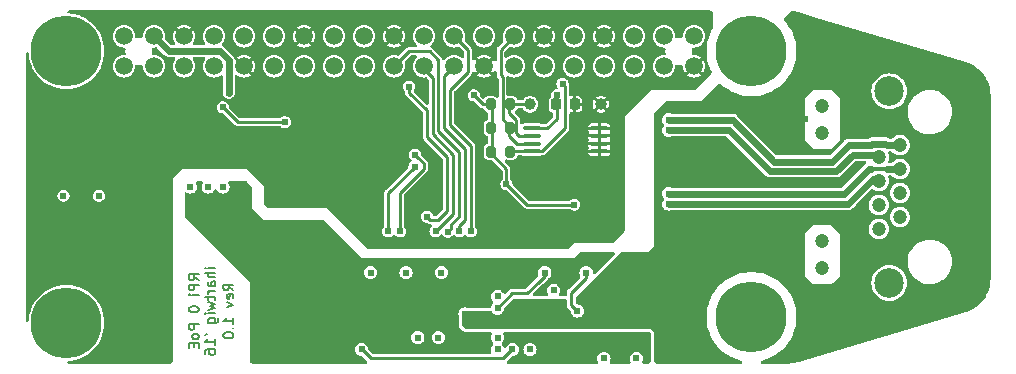
<source format=gbl>
%TF.GenerationSoftware,KiCad,Pcbnew,7.0.2-0*%
%TF.CreationDate,2024-12-01T01:29:24-08:00*%
%TF.ProjectId,pizero-papoe,70697a65-726f-42d7-9061-706f652e6b69,0.1*%
%TF.SameCoordinates,PX652f520PY4a19ba0*%
%TF.FileFunction,Copper,L2,Bot*%
%TF.FilePolarity,Positive*%
%FSLAX46Y46*%
G04 Gerber Fmt 4.6, Leading zero omitted, Abs format (unit mm)*
G04 Created by KiCad (PCBNEW 7.0.2-0) date 2024-12-01 01:29:24*
%MOMM*%
%LPD*%
G01*
G04 APERTURE LIST*
G04 Aperture macros list*
%AMRoundRect*
0 Rectangle with rounded corners*
0 $1 Rounding radius*
0 $2 $3 $4 $5 $6 $7 $8 $9 X,Y pos of 4 corners*
0 Add a 4 corners polygon primitive as box body*
4,1,4,$2,$3,$4,$5,$6,$7,$8,$9,$2,$3,0*
0 Add four circle primitives for the rounded corners*
1,1,$1+$1,$2,$3*
1,1,$1+$1,$4,$5*
1,1,$1+$1,$6,$7*
1,1,$1+$1,$8,$9*
0 Add four rect primitives between the rounded corners*
20,1,$1+$1,$2,$3,$4,$5,0*
20,1,$1+$1,$4,$5,$6,$7,0*
20,1,$1+$1,$6,$7,$8,$9,0*
20,1,$1+$1,$8,$9,$2,$3,0*%
G04 Aperture macros list end*
%ADD10C,0.203200*%
%TA.AperFunction,NonConductor*%
%ADD11C,0.203200*%
%TD*%
%TA.AperFunction,SMDPad,CuDef*%
%ADD12C,1.000000*%
%TD*%
%TA.AperFunction,SMDPad,CuDef*%
%ADD13RoundRect,0.100000X0.637500X0.100000X-0.637500X0.100000X-0.637500X-0.100000X0.637500X-0.100000X0*%
%TD*%
%TA.AperFunction,SMDPad,CuDef*%
%ADD14RoundRect,0.200000X-0.200000X-0.275000X0.200000X-0.275000X0.200000X0.275000X-0.200000X0.275000X0*%
%TD*%
%TA.AperFunction,ComponentPad*%
%ADD15C,2.499360*%
%TD*%
%TA.AperFunction,ComponentPad*%
%ADD16C,1.198880*%
%TD*%
%TA.AperFunction,SMDPad,CuDef*%
%ADD17RoundRect,0.225000X-0.225000X-0.250000X0.225000X-0.250000X0.225000X0.250000X-0.225000X0.250000X0*%
%TD*%
%TA.AperFunction,ComponentPad*%
%ADD18C,6.000000*%
%TD*%
%TA.AperFunction,ComponentPad*%
%ADD19C,1.500000*%
%TD*%
%TA.AperFunction,ViaPad*%
%ADD20C,0.609600*%
%TD*%
%TA.AperFunction,Conductor*%
%ADD21C,0.254000*%
%TD*%
%TA.AperFunction,Conductor*%
%ADD22C,0.558800*%
%TD*%
%TA.AperFunction,Conductor*%
%ADD23C,0.304800*%
%TD*%
G04 APERTURE END LIST*
D10*
D11*
X14704727Y-22889285D02*
X14299965Y-22605951D01*
X14704727Y-22403570D02*
X13854727Y-22403570D01*
X13854727Y-22403570D02*
X13854727Y-22727380D01*
X13854727Y-22727380D02*
X13895203Y-22808332D01*
X13895203Y-22808332D02*
X13935679Y-22848809D01*
X13935679Y-22848809D02*
X14016631Y-22889285D01*
X14016631Y-22889285D02*
X14138060Y-22889285D01*
X14138060Y-22889285D02*
X14219012Y-22848809D01*
X14219012Y-22848809D02*
X14259489Y-22808332D01*
X14259489Y-22808332D02*
X14299965Y-22727380D01*
X14299965Y-22727380D02*
X14299965Y-22403570D01*
X14704727Y-23253570D02*
X13854727Y-23253570D01*
X13854727Y-23253570D02*
X13854727Y-23577380D01*
X13854727Y-23577380D02*
X13895203Y-23658332D01*
X13895203Y-23658332D02*
X13935679Y-23698809D01*
X13935679Y-23698809D02*
X14016631Y-23739285D01*
X14016631Y-23739285D02*
X14138060Y-23739285D01*
X14138060Y-23739285D02*
X14219012Y-23698809D01*
X14219012Y-23698809D02*
X14259489Y-23658332D01*
X14259489Y-23658332D02*
X14299965Y-23577380D01*
X14299965Y-23577380D02*
X14299965Y-23253570D01*
X14704727Y-24103570D02*
X14138060Y-24103570D01*
X13854727Y-24103570D02*
X13895203Y-24063094D01*
X13895203Y-24063094D02*
X13935679Y-24103570D01*
X13935679Y-24103570D02*
X13895203Y-24144047D01*
X13895203Y-24144047D02*
X13854727Y-24103570D01*
X13854727Y-24103570D02*
X13935679Y-24103570D01*
X13854727Y-25317856D02*
X13854727Y-25398809D01*
X13854727Y-25398809D02*
X13895203Y-25479761D01*
X13895203Y-25479761D02*
X13935679Y-25520237D01*
X13935679Y-25520237D02*
X14016631Y-25560713D01*
X14016631Y-25560713D02*
X14178536Y-25601190D01*
X14178536Y-25601190D02*
X14380917Y-25601190D01*
X14380917Y-25601190D02*
X14542822Y-25560713D01*
X14542822Y-25560713D02*
X14623774Y-25520237D01*
X14623774Y-25520237D02*
X14664251Y-25479761D01*
X14664251Y-25479761D02*
X14704727Y-25398809D01*
X14704727Y-25398809D02*
X14704727Y-25317856D01*
X14704727Y-25317856D02*
X14664251Y-25236904D01*
X14664251Y-25236904D02*
X14623774Y-25196428D01*
X14623774Y-25196428D02*
X14542822Y-25155951D01*
X14542822Y-25155951D02*
X14380917Y-25115475D01*
X14380917Y-25115475D02*
X14178536Y-25115475D01*
X14178536Y-25115475D02*
X14016631Y-25155951D01*
X14016631Y-25155951D02*
X13935679Y-25196428D01*
X13935679Y-25196428D02*
X13895203Y-25236904D01*
X13895203Y-25236904D02*
X13854727Y-25317856D01*
X14704727Y-26613094D02*
X13854727Y-26613094D01*
X13854727Y-26613094D02*
X13854727Y-26936904D01*
X13854727Y-26936904D02*
X13895203Y-27017856D01*
X13895203Y-27017856D02*
X13935679Y-27058333D01*
X13935679Y-27058333D02*
X14016631Y-27098809D01*
X14016631Y-27098809D02*
X14138060Y-27098809D01*
X14138060Y-27098809D02*
X14219012Y-27058333D01*
X14219012Y-27058333D02*
X14259489Y-27017856D01*
X14259489Y-27017856D02*
X14299965Y-26936904D01*
X14299965Y-26936904D02*
X14299965Y-26613094D01*
X14704727Y-27584523D02*
X14664251Y-27503571D01*
X14664251Y-27503571D02*
X14623774Y-27463094D01*
X14623774Y-27463094D02*
X14542822Y-27422618D01*
X14542822Y-27422618D02*
X14299965Y-27422618D01*
X14299965Y-27422618D02*
X14219012Y-27463094D01*
X14219012Y-27463094D02*
X14178536Y-27503571D01*
X14178536Y-27503571D02*
X14138060Y-27584523D01*
X14138060Y-27584523D02*
X14138060Y-27705952D01*
X14138060Y-27705952D02*
X14178536Y-27786904D01*
X14178536Y-27786904D02*
X14219012Y-27827380D01*
X14219012Y-27827380D02*
X14299965Y-27867856D01*
X14299965Y-27867856D02*
X14542822Y-27867856D01*
X14542822Y-27867856D02*
X14623774Y-27827380D01*
X14623774Y-27827380D02*
X14664251Y-27786904D01*
X14664251Y-27786904D02*
X14704727Y-27705952D01*
X14704727Y-27705952D02*
X14704727Y-27584523D01*
X14259489Y-28232142D02*
X14259489Y-28515476D01*
X14704727Y-28636904D02*
X14704727Y-28232142D01*
X14704727Y-28232142D02*
X13854727Y-28232142D01*
X13854727Y-28232142D02*
X13854727Y-28636904D01*
X16081727Y-21857142D02*
X15515060Y-21857142D01*
X15231727Y-21857142D02*
X15272203Y-21816666D01*
X15272203Y-21816666D02*
X15312679Y-21857142D01*
X15312679Y-21857142D02*
X15272203Y-21897619D01*
X15272203Y-21897619D02*
X15231727Y-21857142D01*
X15231727Y-21857142D02*
X15312679Y-21857142D01*
X16081727Y-22261904D02*
X15231727Y-22261904D01*
X16081727Y-22626190D02*
X15636489Y-22626190D01*
X15636489Y-22626190D02*
X15555536Y-22585714D01*
X15555536Y-22585714D02*
X15515060Y-22504762D01*
X15515060Y-22504762D02*
X15515060Y-22383333D01*
X15515060Y-22383333D02*
X15555536Y-22302381D01*
X15555536Y-22302381D02*
X15596012Y-22261904D01*
X16081727Y-23395238D02*
X15636489Y-23395238D01*
X15636489Y-23395238D02*
X15555536Y-23354762D01*
X15555536Y-23354762D02*
X15515060Y-23273810D01*
X15515060Y-23273810D02*
X15515060Y-23111905D01*
X15515060Y-23111905D02*
X15555536Y-23030952D01*
X16041251Y-23395238D02*
X16081727Y-23314286D01*
X16081727Y-23314286D02*
X16081727Y-23111905D01*
X16081727Y-23111905D02*
X16041251Y-23030952D01*
X16041251Y-23030952D02*
X15960298Y-22990476D01*
X15960298Y-22990476D02*
X15879346Y-22990476D01*
X15879346Y-22990476D02*
X15798393Y-23030952D01*
X15798393Y-23030952D02*
X15757917Y-23111905D01*
X15757917Y-23111905D02*
X15757917Y-23314286D01*
X15757917Y-23314286D02*
X15717441Y-23395238D01*
X16081727Y-23800000D02*
X15515060Y-23800000D01*
X15676965Y-23800000D02*
X15596012Y-23840477D01*
X15596012Y-23840477D02*
X15555536Y-23880953D01*
X15555536Y-23880953D02*
X15515060Y-23961905D01*
X15515060Y-23961905D02*
X15515060Y-24042858D01*
X15515060Y-24204762D02*
X15515060Y-24528571D01*
X15231727Y-24326190D02*
X15960298Y-24326190D01*
X15960298Y-24326190D02*
X16041251Y-24366667D01*
X16041251Y-24366667D02*
X16081727Y-24447619D01*
X16081727Y-24447619D02*
X16081727Y-24528571D01*
X15515060Y-24730952D02*
X16081727Y-24892857D01*
X16081727Y-24892857D02*
X15676965Y-25054762D01*
X15676965Y-25054762D02*
X16081727Y-25216666D01*
X16081727Y-25216666D02*
X15515060Y-25378571D01*
X16081727Y-25702380D02*
X15515060Y-25702380D01*
X15231727Y-25702380D02*
X15272203Y-25661904D01*
X15272203Y-25661904D02*
X15312679Y-25702380D01*
X15312679Y-25702380D02*
X15272203Y-25742857D01*
X15272203Y-25742857D02*
X15231727Y-25702380D01*
X15231727Y-25702380D02*
X15312679Y-25702380D01*
X15515060Y-26471428D02*
X16203155Y-26471428D01*
X16203155Y-26471428D02*
X16284108Y-26430952D01*
X16284108Y-26430952D02*
X16324584Y-26390476D01*
X16324584Y-26390476D02*
X16365060Y-26309523D01*
X16365060Y-26309523D02*
X16365060Y-26188095D01*
X16365060Y-26188095D02*
X16324584Y-26107142D01*
X16041251Y-26471428D02*
X16081727Y-26390476D01*
X16081727Y-26390476D02*
X16081727Y-26228571D01*
X16081727Y-26228571D02*
X16041251Y-26147619D01*
X16041251Y-26147619D02*
X16000774Y-26107142D01*
X16000774Y-26107142D02*
X15919822Y-26066666D01*
X15919822Y-26066666D02*
X15676965Y-26066666D01*
X15676965Y-26066666D02*
X15596012Y-26107142D01*
X15596012Y-26107142D02*
X15555536Y-26147619D01*
X15555536Y-26147619D02*
X15515060Y-26228571D01*
X15515060Y-26228571D02*
X15515060Y-26390476D01*
X15515060Y-26390476D02*
X15555536Y-26471428D01*
X15231727Y-27564286D02*
X15393631Y-27483333D01*
X16081727Y-28373810D02*
X16081727Y-27888095D01*
X16081727Y-28130952D02*
X15231727Y-28130952D01*
X15231727Y-28130952D02*
X15353155Y-28050000D01*
X15353155Y-28050000D02*
X15434108Y-27969048D01*
X15434108Y-27969048D02*
X15474584Y-27888095D01*
X15231727Y-29102381D02*
X15231727Y-28940476D01*
X15231727Y-28940476D02*
X15272203Y-28859524D01*
X15272203Y-28859524D02*
X15312679Y-28819048D01*
X15312679Y-28819048D02*
X15434108Y-28738095D01*
X15434108Y-28738095D02*
X15596012Y-28697619D01*
X15596012Y-28697619D02*
X15919822Y-28697619D01*
X15919822Y-28697619D02*
X16000774Y-28738095D01*
X16000774Y-28738095D02*
X16041251Y-28778572D01*
X16041251Y-28778572D02*
X16081727Y-28859524D01*
X16081727Y-28859524D02*
X16081727Y-29021429D01*
X16081727Y-29021429D02*
X16041251Y-29102381D01*
X16041251Y-29102381D02*
X16000774Y-29142857D01*
X16000774Y-29142857D02*
X15919822Y-29183334D01*
X15919822Y-29183334D02*
X15717441Y-29183334D01*
X15717441Y-29183334D02*
X15636489Y-29142857D01*
X15636489Y-29142857D02*
X15596012Y-29102381D01*
X15596012Y-29102381D02*
X15555536Y-29021429D01*
X15555536Y-29021429D02*
X15555536Y-28859524D01*
X15555536Y-28859524D02*
X15596012Y-28778572D01*
X15596012Y-28778572D02*
X15636489Y-28738095D01*
X15636489Y-28738095D02*
X15717441Y-28697619D01*
D10*
D11*
X17643227Y-23739286D02*
X17238465Y-23455952D01*
X17643227Y-23253571D02*
X16793227Y-23253571D01*
X16793227Y-23253571D02*
X16793227Y-23577381D01*
X16793227Y-23577381D02*
X16833703Y-23658333D01*
X16833703Y-23658333D02*
X16874179Y-23698810D01*
X16874179Y-23698810D02*
X16955131Y-23739286D01*
X16955131Y-23739286D02*
X17076560Y-23739286D01*
X17076560Y-23739286D02*
X17157512Y-23698810D01*
X17157512Y-23698810D02*
X17197989Y-23658333D01*
X17197989Y-23658333D02*
X17238465Y-23577381D01*
X17238465Y-23577381D02*
X17238465Y-23253571D01*
X17602751Y-24427381D02*
X17643227Y-24346429D01*
X17643227Y-24346429D02*
X17643227Y-24184524D01*
X17643227Y-24184524D02*
X17602751Y-24103571D01*
X17602751Y-24103571D02*
X17521798Y-24063095D01*
X17521798Y-24063095D02*
X17197989Y-24063095D01*
X17197989Y-24063095D02*
X17117036Y-24103571D01*
X17117036Y-24103571D02*
X17076560Y-24184524D01*
X17076560Y-24184524D02*
X17076560Y-24346429D01*
X17076560Y-24346429D02*
X17117036Y-24427381D01*
X17117036Y-24427381D02*
X17197989Y-24467857D01*
X17197989Y-24467857D02*
X17278941Y-24467857D01*
X17278941Y-24467857D02*
X17359893Y-24063095D01*
X17076560Y-24751190D02*
X17643227Y-24953571D01*
X17643227Y-24953571D02*
X17076560Y-25155952D01*
X17643227Y-26572619D02*
X17643227Y-26086904D01*
X17643227Y-26329761D02*
X16793227Y-26329761D01*
X16793227Y-26329761D02*
X16914655Y-26248809D01*
X16914655Y-26248809D02*
X16995608Y-26167857D01*
X16995608Y-26167857D02*
X17036084Y-26086904D01*
X17562274Y-26936904D02*
X17602751Y-26977381D01*
X17602751Y-26977381D02*
X17643227Y-26936904D01*
X17643227Y-26936904D02*
X17602751Y-26896428D01*
X17602751Y-26896428D02*
X17562274Y-26936904D01*
X17562274Y-26936904D02*
X17643227Y-26936904D01*
X16793227Y-27503571D02*
X16793227Y-27584524D01*
X16793227Y-27584524D02*
X16833703Y-27665476D01*
X16833703Y-27665476D02*
X16874179Y-27705952D01*
X16874179Y-27705952D02*
X16955131Y-27746428D01*
X16955131Y-27746428D02*
X17117036Y-27786905D01*
X17117036Y-27786905D02*
X17319417Y-27786905D01*
X17319417Y-27786905D02*
X17481322Y-27746428D01*
X17481322Y-27746428D02*
X17562274Y-27705952D01*
X17562274Y-27705952D02*
X17602751Y-27665476D01*
X17602751Y-27665476D02*
X17643227Y-27584524D01*
X17643227Y-27584524D02*
X17643227Y-27503571D01*
X17643227Y-27503571D02*
X17602751Y-27422619D01*
X17602751Y-27422619D02*
X17562274Y-27382143D01*
X17562274Y-27382143D02*
X17481322Y-27341666D01*
X17481322Y-27341666D02*
X17319417Y-27301190D01*
X17319417Y-27301190D02*
X17117036Y-27301190D01*
X17117036Y-27301190D02*
X16955131Y-27341666D01*
X16955131Y-27341666D02*
X16874179Y-27382143D01*
X16874179Y-27382143D02*
X16833703Y-27422619D01*
X16833703Y-27422619D02*
X16793227Y-27503571D01*
D12*
%TO.P,W2,1,1*%
%TO.N,Net-(U3-WP)*%
X42750000Y-8000000D03*
%TD*%
%TO.P,W1,1,1*%
%TO.N,GND*%
X48750000Y-8000000D03*
%TD*%
D13*
%TO.P,U3,1,A0*%
%TO.N,GND*%
X48612500Y-10025000D03*
%TO.P,U3,2,A1*%
X48612500Y-10675000D03*
%TO.P,U3,3,A2*%
X48612500Y-11325000D03*
%TO.P,U3,4,GND*%
X48612500Y-11975000D03*
%TO.P,U3,5,SDA*%
%TO.N,/GPIO0_ID_SD*%
X42887500Y-11975000D03*
%TO.P,U3,6,SCL*%
%TO.N,/GPIO1_ID_SC*%
X42887500Y-11325000D03*
%TO.P,U3,7,WP*%
%TO.N,Net-(U3-WP)*%
X42887500Y-10675000D03*
%TO.P,U3,8,VCC*%
%TO.N,+3V3*%
X42887500Y-10025000D03*
%TD*%
D14*
%TO.P,R23,1*%
%TO.N,+3V3*%
X39425000Y-10000000D03*
%TO.P,R23,2*%
%TO.N,/GPIO1_ID_SC*%
X41075000Y-10000000D03*
%TD*%
%TO.P,R20,1*%
%TO.N,+3V3*%
X39425000Y-12000000D03*
%TO.P,R20,2*%
%TO.N,/GPIO0_ID_SD*%
X41075000Y-12000000D03*
%TD*%
%TO.P,R18,1*%
%TO.N,+3V3*%
X39425000Y-8000000D03*
%TO.P,R18,2*%
%TO.N,Net-(U3-WP)*%
X41075000Y-8000000D03*
%TD*%
D15*
%TO.P,J1,*%
%TO.N,*%
X73166880Y-23120380D03*
X73166880Y-6879620D03*
D16*
%TO.P,J1,1*%
%TO.N,/TPOUT_T+*%
X74055880Y-11449080D03*
%TO.P,J1,2*%
%TO.N,/TPOUT_T-*%
X72275340Y-12462540D03*
%TO.P,J1,3*%
%TO.N,/TPIN_T+*%
X74055880Y-13478540D03*
%TO.P,J1,4*%
%TO.N,/TPIN_T-*%
X72275340Y-14492000D03*
%TO.P,J1,5*%
%TO.N,/SPARE_PAIR_1*%
X74055880Y-15508000D03*
%TO.P,J1,6*%
X72275340Y-16521460D03*
%TO.P,J1,7*%
%TO.N,/SPARE_PAIR_2*%
X74055880Y-17537460D03*
%TO.P,J1,8*%
X72275340Y-18550920D03*
%TO.P,J1,9,LED1-*%
%TO.N,/LEDA_K*%
X67456960Y-8139460D03*
%TO.P,J1,10,LED1+*%
%TO.N,/LEDA_A*%
X67456960Y-10430540D03*
%TO.P,J1,11,LED2-*%
%TO.N,/LEDB_K*%
X67456960Y-19569460D03*
%TO.P,J1,12,LED2+*%
%TO.N,/LEDB_A*%
X67456960Y-21860540D03*
%TD*%
D17*
%TO.P,C17,1*%
%TO.N,+3V3*%
X44975000Y-8000000D03*
%TO.P,C17,2*%
%TO.N,GND*%
X46525000Y-8000000D03*
%TD*%
D18*
%TO.P,H1,1*%
%TO.N,unconnected-(H1-Pad1)*%
X3500000Y-26500000D03*
%TD*%
%TO.P,H2,1*%
%TO.N,unconnected-(H2-Pad1)*%
X3500000Y-3500000D03*
%TD*%
%TO.P,H3,1*%
%TO.N,unconnected-(H3-Pad1)*%
X61500000Y-26000000D03*
%TD*%
%TO.P,H4,1*%
%TO.N,unconnected-(H4-Pad1)*%
X61500000Y-3500000D03*
%TD*%
D19*
%TO.P,P2,1,P1*%
%TO.N,/RPI_3V3_1*%
X8370000Y-4770000D03*
%TO.P,P2,2,P2*%
%TO.N,/RPI_VBUS*%
X8370000Y-2230000D03*
%TO.P,P2,3,P3*%
%TO.N,/GPIO1_SDA1*%
X10910000Y-4770000D03*
%TO.P,P2,5,P5*%
%TO.N,/GPIO3_SCL1*%
X13450000Y-4770000D03*
%TO.P,P2,7,P7*%
%TO.N,/GPIO4*%
X15990000Y-4770000D03*
%TO.P,P2,9,P9*%
%TO.N,GND*%
X18530000Y-4770000D03*
%TO.P,P2,11,P11*%
%TO.N,/GPIO17*%
X21070000Y-4770000D03*
%TO.P,P2,13,P13*%
%TO.N,/GPIO27*%
X23610000Y-4770000D03*
%TO.P,P2,15,P15*%
%TO.N,/GPIO22*%
X26150000Y-4770000D03*
%TO.P,P2,17,P17*%
%TO.N,/RPI_3V3_2*%
X28690000Y-4770000D03*
%TO.P,P2,19,P19*%
%TO.N,/GPIO10_MOSI*%
X31230000Y-4770000D03*
%TO.P,P2,21,P21*%
%TO.N,/GPIO9_MISO*%
X33770000Y-4770000D03*
%TO.P,P2,23,P23*%
%TO.N,/GPIO11_SCLK*%
X36310000Y-4770000D03*
%TO.P,P2,25,P25*%
%TO.N,GND*%
X38850000Y-4770000D03*
%TO.P,P2,4,P4*%
%TO.N,/RPI_VBUS*%
X10910000Y-2230000D03*
%TO.P,P2,6,P6*%
%TO.N,GND*%
X13450000Y-2230000D03*
%TO.P,P2,8,P8*%
%TO.N,/GPIO14_TXD0*%
X15990000Y-2230000D03*
%TO.P,P2,10,P10*%
%TO.N,/GPIO15_RXD0*%
X18530000Y-2230000D03*
%TO.P,P2,12,P12*%
%TO.N,/GPIO18*%
X21070000Y-2230000D03*
%TO.P,P2,14,P14*%
%TO.N,GND*%
X23610000Y-2230000D03*
%TO.P,P2,16,P16*%
%TO.N,/GPIO23*%
X26150000Y-2230000D03*
%TO.P,P2,18,P18*%
%TO.N,/GPIO24*%
X28690000Y-2230000D03*
%TO.P,P2,20,P20*%
%TO.N,GND*%
X31230000Y-2230000D03*
%TO.P,P2,22,P22*%
%TO.N,/GPIO25*%
X33770000Y-2230000D03*
%TO.P,P2,24,P24*%
%TO.N,/GPIO8_CE0#*%
X36310000Y-2230000D03*
%TO.P,P2,26,P26*%
%TO.N,/GPIO7_CE1#*%
X38850000Y-2230000D03*
%TO.P,P2,27,P27*%
%TO.N,/GPIO0_ID_SD*%
X41390000Y-4770000D03*
%TO.P,P2,29,P29*%
%TO.N,/GPIO5*%
X43930000Y-4770000D03*
%TO.P,P2,31,P31*%
%TO.N,/GPIO6*%
X46470000Y-4770000D03*
%TO.P,P2,33,P33*%
%TO.N,/GPIO13*%
X49010000Y-4770000D03*
%TO.P,P2,35,P35*%
%TO.N,/GPIO19*%
X51550000Y-4770000D03*
%TO.P,P2,37,P37*%
%TO.N,/GPIO26*%
X54090000Y-4770000D03*
%TO.P,P2,39,P39*%
%TO.N,GND*%
X56630000Y-4770000D03*
%TO.P,P2,40,P40*%
%TO.N,/GPIO21_SCLK*%
X56630000Y-2230000D03*
%TO.P,P2,38,P38*%
%TO.N,/GPIO20_MOSI*%
X54090000Y-2230000D03*
%TO.P,P2,36,P36*%
%TO.N,/GPIO16_CE2#*%
X51550000Y-2230000D03*
%TO.P,P2,34,P34*%
%TO.N,GND*%
X49010000Y-2230000D03*
%TO.P,P2,32,P32*%
%TO.N,/GPIO12*%
X46470000Y-2230000D03*
%TO.P,P2,30,P30*%
%TO.N,GND*%
X43930000Y-2230000D03*
%TO.P,P2,28,P28*%
%TO.N,/GPIO1_ID_SC*%
X41390000Y-2230000D03*
%TD*%
D20*
%TO.N,GND*%
X13000000Y-9500000D03*
%TO.N,+5V*%
X6250000Y-15750000D03*
X3250000Y-15750000D03*
%TO.N,GND*%
X44295859Y-8871593D03*
X42250000Y-9250000D03*
X30500000Y-10614990D03*
X35114990Y-14216625D03*
X35114990Y-13150963D03*
X35114990Y-15280474D03*
X35114990Y-16338394D03*
X38385010Y-13150963D03*
X38385010Y-14216625D03*
X38385010Y-15250000D03*
X38385010Y-16338394D03*
X32500000Y-17500000D03*
X20500000Y-11500000D03*
X27000000Y-16750000D03*
X25250000Y-7500000D03*
X22750000Y-7500000D03*
X30500000Y-8750000D03*
X28500000Y-8750000D03*
X25750000Y-10750000D03*
X30500000Y-12750000D03*
X28500000Y-14250000D03*
X9500000Y-15000000D03*
X11000000Y-15000000D03*
X15750000Y-11500000D03*
X9250000Y-11500000D03*
X10000000Y-21000000D03*
X6750000Y-21000000D03*
X10000000Y-18500000D03*
X6750000Y-18500000D03*
X45750000Y-11000000D03*
X33000000Y-15500000D03*
X46000000Y-14000000D03*
X43000000Y-14000000D03*
X39500000Y-17500000D03*
%TO.N,*%
X44750000Y-23750000D03*
X16750000Y-15000000D03*
X15500000Y-15000000D03*
X14000000Y-15000000D03*
X29250000Y-22250000D03*
X35250000Y-22250000D03*
X32250000Y-22250000D03*
X40000000Y-24250000D03*
X33250000Y-27750000D03*
X35000000Y-27750000D03*
X40000000Y-28750000D03*
X40000000Y-27750000D03*
X42750000Y-28750000D03*
X51750000Y-29500000D03*
X49000000Y-29500000D03*
%TO.N,+3V3*%
X38000000Y-7250201D03*
X45000000Y-7250201D03*
X46500000Y-16500000D03*
X40750000Y-14750000D03*
%TO.N,*%
X41250000Y-28750000D03*
X28500000Y-28750000D03*
%TO.N,/RPI_VBUS*%
X17250000Y-7000000D03*
%TO.N,/GPIO9_MISO*%
X34750000Y-18750000D03*
%TO.N,/GPIO10_MOSI*%
X35794479Y-18780732D03*
%TO.N,/GPIO11_SCLK*%
X36750000Y-18750000D03*
%TO.N,/GPIO8_CE0#*%
X37750000Y-18750000D03*
%TO.N,/GPIO25*%
X34000000Y-17500000D03*
X32500000Y-6500000D03*
%TO.N,/GPIO0_ID_SD*%
X45500000Y-6250000D03*
%TO.N,*%
X22000000Y-9500000D03*
X16750000Y-8250000D03*
%TO.N,/POE_VPORTN*%
X54750000Y-21500000D03*
X54000000Y-28500000D03*
X57000000Y-28500000D03*
X37250000Y-25750000D03*
X47500000Y-24500000D03*
X42739058Y-24989422D03*
X60000000Y-20250000D03*
X58000000Y-20250000D03*
X65000000Y-10000000D03*
X65000000Y-8500000D03*
X59000000Y-21000000D03*
X66000000Y-9250000D03*
%TO.N,*%
X46750000Y-25500000D03*
X47500000Y-22250000D03*
%TO.N,/LEDB_K*%
X31750000Y-18750000D03*
X33000000Y-12250000D03*
%TO.N,/LEDA_K*%
X30750000Y-18750000D03*
X32976504Y-13265566D03*
%TO.N,/TPIN_T+*%
X54500000Y-15568200D03*
%TO.N,/TPOUT_T+*%
X54500000Y-9318200D03*
%TO.N,/TPOUT_T-*%
X54500000Y-10181800D03*
%TO.N,/TPIN_T-*%
X54500000Y-16431800D03*
%TO.N,*%
X44000000Y-22250000D03*
X40000000Y-25250000D03*
%TD*%
D21*
%TO.N,+3V3*%
X40750000Y-13450000D02*
X40750000Y-14750000D01*
X39500000Y-12000000D02*
X39500000Y-12200000D01*
X39500000Y-12200000D02*
X40750000Y-13450000D01*
X39500000Y-8000000D02*
X38749799Y-8000000D01*
X38749799Y-8000000D02*
X38000000Y-7250201D01*
X46500000Y-16500000D02*
X42500000Y-16500000D01*
X42500000Y-16500000D02*
X40750000Y-14750000D01*
X45000000Y-8000000D02*
X45000000Y-7250201D01*
X44225000Y-10025000D02*
X45000000Y-9250000D01*
X45000000Y-9250000D02*
X45000000Y-8000000D01*
X42800000Y-10025000D02*
X44225000Y-10025000D01*
X39500000Y-10000000D02*
X39500000Y-8000000D01*
X39500000Y-12000000D02*
X39500000Y-10000000D01*
%TO.N,*%
X29250000Y-29500000D02*
X40500000Y-29500000D01*
X40500000Y-29500000D02*
X41250000Y-28750000D01*
X28500000Y-28750000D02*
X29250000Y-29500000D01*
D22*
%TO.N,/RPI_VBUS*%
X17250000Y-4250000D02*
X17250000Y-7000000D01*
X16500000Y-3500000D02*
X17250000Y-4250000D01*
X12180000Y-3500000D02*
X16500000Y-3500000D01*
X10910000Y-2230000D02*
X12180000Y-3500000D01*
D21*
%TO.N,/GPIO9_MISO*%
X34750000Y-18750000D02*
X36250000Y-17250000D01*
X36250000Y-17250000D02*
X36250000Y-12250000D01*
X36250000Y-12250000D02*
X34500000Y-10500000D01*
X34500000Y-10500000D02*
X34500000Y-5750000D01*
X34500000Y-5750000D02*
X33770000Y-5020000D01*
X33770000Y-5020000D02*
X33770000Y-4770000D01*
%TO.N,/GPIO10_MOSI*%
X35794479Y-18780732D02*
X36099278Y-18475933D01*
X36099278Y-18475933D02*
X36099278Y-18150722D01*
X36099278Y-18150722D02*
X36750000Y-17500000D01*
X36750000Y-17500000D02*
X36750000Y-12000000D01*
X36750000Y-12000000D02*
X35000000Y-10250000D01*
X35000000Y-10250000D02*
X35000000Y-4250000D01*
X35000000Y-4250000D02*
X34250000Y-3500000D01*
X34250000Y-3500000D02*
X32500000Y-3500000D01*
X32500000Y-3500000D02*
X31230000Y-4770000D01*
%TO.N,/GPIO11_SCLK*%
X36750000Y-18750000D02*
X36750000Y-18318948D01*
X36750000Y-18318948D02*
X37250000Y-17818948D01*
X37250000Y-17818948D02*
X37250000Y-11750000D01*
X37250000Y-11750000D02*
X35500000Y-10000000D01*
X35500000Y-10000000D02*
X35500000Y-5580000D01*
X35500000Y-5580000D02*
X36310000Y-4770000D01*
%TO.N,/GPIO8_CE0#*%
X37750000Y-18750000D02*
X37750000Y-11500000D01*
X37750000Y-11500000D02*
X36000000Y-9750000D01*
X36000000Y-9750000D02*
X36000000Y-6750000D01*
X36000000Y-6750000D02*
X37500000Y-5250000D01*
X37500000Y-5250000D02*
X37500000Y-3420000D01*
X37500000Y-3420000D02*
X36310000Y-2230000D01*
%TO.N,/GPIO25*%
X34000000Y-17500000D02*
X34304799Y-17804799D01*
X34304799Y-17804799D02*
X34945201Y-17804799D01*
X34000000Y-10750000D02*
X34000000Y-8500000D01*
X34945201Y-17804799D02*
X35750000Y-17000000D01*
X35750000Y-17000000D02*
X35750000Y-12500000D01*
X35750000Y-12500000D02*
X34000000Y-10750000D01*
X34000000Y-8500000D02*
X32500000Y-7000000D01*
X32500000Y-7000000D02*
X32500000Y-6500000D01*
%TO.N,/GPIO0_ID_SD*%
X45750000Y-6750000D02*
X45750000Y-6500000D01*
X45750000Y-6500000D02*
X45500000Y-6250000D01*
X45750000Y-6750000D02*
X45750000Y-10004000D01*
X42800000Y-11975000D02*
X43779000Y-11975000D01*
X43779000Y-11975000D02*
X45750000Y-10004000D01*
X42800000Y-11975000D02*
X41025000Y-11975000D01*
X41025000Y-11975000D02*
X41000000Y-12000000D01*
%TO.N,/GPIO1_ID_SC*%
X41000000Y-10000000D02*
X41000000Y-9800000D01*
X41000000Y-9800000D02*
X40419799Y-9219799D01*
X40419799Y-9219799D02*
X40419799Y-5669799D01*
X40419799Y-5669799D02*
X40250000Y-5500000D01*
X40250000Y-5500000D02*
X40250000Y-3370000D01*
X40250000Y-3370000D02*
X41390000Y-2230000D01*
X42800000Y-11325000D02*
X41621000Y-11325000D01*
X41621000Y-11325000D02*
X41000000Y-10704000D01*
X41000000Y-10704000D02*
X41000000Y-10000000D01*
%TO.N,*%
X18000000Y-9500000D02*
X16750000Y-8250000D01*
X22000000Y-9500000D02*
X18000000Y-9500000D01*
X41580201Y-10434201D02*
X41580201Y-9330201D01*
X41580201Y-9330201D02*
X41000000Y-8750000D01*
X41000000Y-8750000D02*
X41000000Y-8000000D01*
X41821000Y-10675000D02*
X41580201Y-10434201D01*
X42800000Y-10675000D02*
X41821000Y-10675000D01*
X42750000Y-8000000D02*
X41000000Y-8000000D01*
X46250000Y-23931052D02*
X46250000Y-25000000D01*
X46250000Y-25000000D02*
X46750000Y-25500000D01*
X47500000Y-22250000D02*
X47500000Y-22681052D01*
X47500000Y-22681052D02*
X46250000Y-23931052D01*
%TO.N,/LEDB_K*%
X33750000Y-13500000D02*
X31750000Y-15500000D01*
X31750000Y-15500000D02*
X31750000Y-18750000D01*
X33750000Y-13000000D02*
X33750000Y-13500000D01*
X33304799Y-12554799D02*
X33750000Y-13000000D01*
X33000000Y-12250000D02*
X33304799Y-12554799D01*
%TO.N,/LEDA_K*%
X32976504Y-13273496D02*
X30750000Y-15500000D01*
X30750000Y-15500000D02*
X30750000Y-18750000D01*
X32976504Y-13265566D02*
X32976504Y-13273496D01*
D22*
%TO.N,/TPIN_T+*%
X54500000Y-15568200D02*
X54525401Y-15593601D01*
X54525401Y-15593601D02*
X69331663Y-15593601D01*
D23*
X71612194Y-13478540D02*
X72938486Y-13478540D01*
D22*
X71446724Y-13478540D02*
X69331663Y-15593601D01*
X74055880Y-13478540D02*
X72938486Y-13478540D01*
X72938486Y-13478540D02*
X72937216Y-13477270D01*
X71612194Y-13478540D02*
X71446724Y-13478540D01*
%TO.N,/TPOUT_T+*%
X54500000Y-9318200D02*
X54525401Y-9343601D01*
X54525401Y-9343601D02*
X59918337Y-9343601D01*
X63418336Y-12843600D02*
X59918337Y-9343601D01*
X68331664Y-12843600D02*
X63418336Y-12843600D01*
X69726184Y-11449080D02*
X68331664Y-12843600D01*
X72819105Y-11329699D02*
X71731575Y-11329699D01*
X74055880Y-11449080D02*
X72938486Y-11449080D01*
X72938486Y-11449080D02*
X72819105Y-11329699D01*
X71731575Y-11329699D02*
X71612194Y-11449080D01*
X71612194Y-11449080D02*
X69726184Y-11449080D01*
%TO.N,/TPOUT_T-*%
X54500000Y-10181800D02*
X54525401Y-10156399D01*
X54525401Y-10156399D02*
X59581663Y-10156399D01*
X63081664Y-13656400D02*
X59581663Y-10156399D01*
X68668336Y-13656400D02*
X63081664Y-13656400D01*
X70062857Y-12261879D02*
X68668336Y-13656400D01*
X72275340Y-12462540D02*
X72074679Y-12261879D01*
X72074679Y-12261879D02*
X70062857Y-12261879D01*
%TO.N,/TPIN_T-*%
X54500000Y-16431800D02*
X54525401Y-16406399D01*
X54525401Y-16406399D02*
X69668337Y-16406399D01*
X71783397Y-14291339D02*
X69668337Y-16406399D01*
X72275340Y-14492000D02*
X72074679Y-14291339D01*
X72074679Y-14291339D02*
X71783397Y-14291339D01*
D21*
%TO.N,*%
X44000000Y-22250000D02*
X44000000Y-22500000D01*
X44000000Y-22500000D02*
X43500000Y-23000000D01*
X40000000Y-25250000D02*
X41250000Y-24000000D01*
X41250000Y-24000000D02*
X42500000Y-24000000D01*
X42500000Y-24000000D02*
X43500000Y-23000000D01*
%TD*%
%TA.AperFunction,Conductor*%
%TO.N,/POE_VPORTN*%
G36*
X65122325Y-104310D02*
G01*
X65134213Y-106632D01*
X65401692Y-172392D01*
X65407496Y-173968D01*
X65420124Y-177727D01*
X65420124Y-177726D01*
X65453296Y-187600D01*
X65453375Y-187622D01*
X67315699Y-741885D01*
X79625628Y-4405554D01*
X79625629Y-4405555D01*
X79638138Y-4409278D01*
X79644493Y-4411355D01*
X79931554Y-4513761D01*
X79943958Y-4518949D01*
X80215394Y-4649887D01*
X80227179Y-4656369D01*
X80483113Y-4815494D01*
X80494140Y-4823195D01*
X80717550Y-4997679D01*
X80731653Y-5008693D01*
X80741796Y-5017525D01*
X80958192Y-5227291D01*
X80967334Y-5237153D01*
X81160135Y-5468785D01*
X81168171Y-5479561D01*
X81335186Y-5730430D01*
X81342031Y-5742007D01*
X81481348Y-6009235D01*
X81486920Y-6021476D01*
X81596962Y-6302038D01*
X81601198Y-6314803D01*
X81680708Y-6605495D01*
X81683559Y-6618639D01*
X81731631Y-6916157D01*
X81733064Y-6929530D01*
X81749320Y-7233653D01*
X81749500Y-7240378D01*
X81749500Y-22759452D01*
X81749320Y-22766177D01*
X81733055Y-23070468D01*
X81731622Y-23083841D01*
X81683550Y-23381358D01*
X81680699Y-23394503D01*
X81601188Y-23685197D01*
X81596952Y-23697961D01*
X81486913Y-23978517D01*
X81481341Y-23990758D01*
X81342023Y-24257988D01*
X81335178Y-24269565D01*
X81168164Y-24520433D01*
X81160123Y-24531216D01*
X80967329Y-24762839D01*
X80958186Y-24772702D01*
X80741791Y-24982467D01*
X80731648Y-24991299D01*
X80494134Y-25176797D01*
X80483107Y-25184498D01*
X80227178Y-25343620D01*
X80215394Y-25350102D01*
X79943953Y-25481043D01*
X79931544Y-25486232D01*
X79644352Y-25588685D01*
X79637967Y-25590772D01*
X79626941Y-25594054D01*
X79625629Y-25594445D01*
X65493283Y-29800500D01*
X65437715Y-29817038D01*
X65437706Y-29817039D01*
X65407308Y-29826087D01*
X65401446Y-29827679D01*
X65134231Y-29893375D01*
X65122311Y-29895703D01*
X64853025Y-29934928D01*
X64840937Y-29936097D01*
X64566294Y-29949353D01*
X64560220Y-29949500D01*
X62400490Y-29949500D01*
X62332369Y-29929498D01*
X62285876Y-29875842D01*
X62275772Y-29805568D01*
X62305266Y-29740988D01*
X62364992Y-29702604D01*
X62375126Y-29700079D01*
X62386172Y-29697809D01*
X62453829Y-29683905D01*
X62821630Y-29568507D01*
X63175869Y-29416491D01*
X63512911Y-29229417D01*
X63829298Y-29009205D01*
X64121784Y-28758115D01*
X64387366Y-28478722D01*
X64623320Y-28173895D01*
X64827225Y-27846760D01*
X64996987Y-27500675D01*
X65130866Y-27139192D01*
X65227488Y-26766018D01*
X65285860Y-26384984D01*
X65305384Y-26000000D01*
X65285860Y-25615016D01*
X65227488Y-25233982D01*
X65130866Y-24860808D01*
X64996987Y-24499325D01*
X64827225Y-24153240D01*
X64623320Y-23826105D01*
X64387366Y-23521278D01*
X64121784Y-23241885D01*
X64119369Y-23239812D01*
X64119364Y-23239807D01*
X63831712Y-22992867D01*
X63831707Y-22992863D01*
X63829298Y-22990795D01*
X63826694Y-22988982D01*
X63826683Y-22988974D01*
X63515536Y-22772410D01*
X63515535Y-22772409D01*
X63512911Y-22770583D01*
X63510125Y-22769036D01*
X63510116Y-22769031D01*
X63178652Y-22585053D01*
X63178641Y-22585047D01*
X63175869Y-22583509D01*
X63172956Y-22582259D01*
X63172944Y-22582253D01*
X62981274Y-22500001D01*
X66000000Y-22500001D01*
X66749998Y-23249999D01*
X66750000Y-23250000D01*
X68250000Y-23250000D01*
X68379621Y-23120379D01*
X71658049Y-23120379D01*
X71676625Y-23356413D01*
X71731896Y-23586635D01*
X71804309Y-23761453D01*
X71822502Y-23805375D01*
X71946210Y-24007249D01*
X71946211Y-24007251D01*
X71946213Y-24007253D01*
X72099974Y-24187285D01*
X72277927Y-24339270D01*
X72280011Y-24341050D01*
X72481885Y-24464758D01*
X72700626Y-24555364D01*
X72930847Y-24610635D01*
X73166880Y-24629211D01*
X73402913Y-24610635D01*
X73633134Y-24555364D01*
X73851875Y-24464758D01*
X74053749Y-24341050D01*
X74233785Y-24187285D01*
X74387550Y-24007249D01*
X74511258Y-23805375D01*
X74601864Y-23586634D01*
X74657135Y-23356413D01*
X74675711Y-23120380D01*
X74657135Y-22884347D01*
X74601864Y-22654126D01*
X74511258Y-22435385D01*
X74387550Y-22233511D01*
X74387546Y-22233506D01*
X74233785Y-22053474D01*
X74053753Y-21899713D01*
X74053751Y-21899711D01*
X74053749Y-21899710D01*
X73851875Y-21776002D01*
X73816751Y-21761453D01*
X73633135Y-21685396D01*
X73402913Y-21630125D01*
X73166880Y-21611549D01*
X72930846Y-21630125D01*
X72700624Y-21685396D01*
X72481886Y-21776001D01*
X72280006Y-21899713D01*
X72099974Y-22053474D01*
X71946213Y-22233506D01*
X71822501Y-22435386D01*
X71731896Y-22654124D01*
X71676625Y-22884346D01*
X71658049Y-23120379D01*
X68379621Y-23120379D01*
X69000000Y-22500000D01*
X69000000Y-21408543D01*
X74716016Y-21408543D01*
X74746052Y-21681517D01*
X74766950Y-21761453D01*
X74815515Y-21947216D01*
X74856095Y-22042710D01*
X74922923Y-22199971D01*
X75065985Y-22434385D01*
X75189043Y-22582253D01*
X75241657Y-22645475D01*
X75446190Y-22828738D01*
X75653075Y-22965612D01*
X75675232Y-22980271D01*
X75923880Y-23096832D01*
X75923881Y-23096832D01*
X75923887Y-23096835D01*
X76186868Y-23175954D01*
X76186871Y-23175954D01*
X76186873Y-23175955D01*
X76458565Y-23215940D01*
X76458567Y-23215940D01*
X76662141Y-23215940D01*
X76664442Y-23215940D01*
X76869773Y-23200912D01*
X77137828Y-23141200D01*
X77394333Y-23043095D01*
X77394332Y-23043094D01*
X77633822Y-22908687D01*
X77718021Y-22843669D01*
X77851185Y-22740844D01*
X78041796Y-22543140D01*
X78201589Y-22319790D01*
X78327160Y-22075554D01*
X78415831Y-21815638D01*
X78465713Y-21545580D01*
X78475743Y-21271138D01*
X78445707Y-20998160D01*
X78376245Y-20732464D01*
X78268838Y-20479713D01*
X78268836Y-20479708D01*
X78125774Y-20245294D01*
X77950102Y-20034204D01*
X77745573Y-19850945D01*
X77745574Y-19850945D01*
X77745570Y-19850942D01*
X77516533Y-19699412D01*
X77516527Y-19699408D01*
X77267879Y-19582847D01*
X77267874Y-19582845D01*
X77267873Y-19582845D01*
X77120406Y-19538479D01*
X77004886Y-19503724D01*
X76733195Y-19463740D01*
X76733193Y-19463740D01*
X76527318Y-19463740D01*
X76525048Y-19463906D01*
X76525024Y-19463907D01*
X76321983Y-19478768D01*
X76053933Y-19538479D01*
X75797426Y-19636584D01*
X75557937Y-19770992D01*
X75340579Y-19938832D01*
X75149962Y-20136542D01*
X74990170Y-20359891D01*
X74864598Y-20604129D01*
X74775929Y-20864040D01*
X74726047Y-21134098D01*
X74716016Y-21408543D01*
X69000000Y-21408543D01*
X69000000Y-19000000D01*
X68999999Y-18999998D01*
X68550921Y-18550920D01*
X71416696Y-18550920D01*
X71435459Y-18729443D01*
X71490929Y-18900162D01*
X71580680Y-19055616D01*
X71664671Y-19148897D01*
X71700795Y-19189017D01*
X71846018Y-19294528D01*
X72010004Y-19367539D01*
X72185587Y-19404860D01*
X72185589Y-19404860D01*
X72365091Y-19404860D01*
X72365093Y-19404860D01*
X72540676Y-19367539D01*
X72704662Y-19294528D01*
X72849885Y-19189017D01*
X72969998Y-19055618D01*
X73059750Y-18900162D01*
X73115221Y-18729442D01*
X73133984Y-18550920D01*
X73115221Y-18372398D01*
X73059750Y-18201678D01*
X73059750Y-18201677D01*
X72969999Y-18046223D01*
X72849884Y-17912822D01*
X72704663Y-17807313D01*
X72704662Y-17807312D01*
X72540676Y-17734301D01*
X72365093Y-17696980D01*
X72185587Y-17696980D01*
X72010004Y-17734301D01*
X71902729Y-17782063D01*
X71846016Y-17807313D01*
X71700795Y-17912822D01*
X71580680Y-18046223D01*
X71490929Y-18201677D01*
X71435459Y-18372396D01*
X71416696Y-18550920D01*
X68550921Y-18550920D01*
X68250001Y-18250000D01*
X68250000Y-18250000D01*
X66750000Y-18250000D01*
X66749998Y-18250000D01*
X66000000Y-18999998D01*
X66000000Y-22500001D01*
X62981274Y-22500001D01*
X62824553Y-22432747D01*
X62824546Y-22432744D01*
X62821630Y-22431493D01*
X62657834Y-22380102D01*
X62456861Y-22317046D01*
X62456855Y-22317044D01*
X62453829Y-22316095D01*
X62450724Y-22315457D01*
X62450713Y-22315454D01*
X62079365Y-22239140D01*
X62079364Y-22239139D01*
X62076241Y-22238498D01*
X62073077Y-22238176D01*
X62073069Y-22238175D01*
X61695919Y-22199823D01*
X61695913Y-22199822D01*
X61692740Y-22199500D01*
X61307260Y-22199500D01*
X61304087Y-22199822D01*
X61304080Y-22199823D01*
X60926930Y-22238175D01*
X60926919Y-22238176D01*
X60923759Y-22238498D01*
X60920638Y-22239139D01*
X60920634Y-22239140D01*
X60549286Y-22315454D01*
X60549270Y-22315458D01*
X60546171Y-22316095D01*
X60543149Y-22317043D01*
X60543138Y-22317046D01*
X60291472Y-22396007D01*
X60178370Y-22431493D01*
X60175459Y-22432742D01*
X60175446Y-22432747D01*
X59827055Y-22582253D01*
X59827035Y-22582262D01*
X59824131Y-22583509D01*
X59821366Y-22585043D01*
X59821347Y-22585053D01*
X59489883Y-22769031D01*
X59489865Y-22769041D01*
X59487089Y-22770583D01*
X59484473Y-22772403D01*
X59484463Y-22772410D01*
X59173316Y-22988974D01*
X59173295Y-22988989D01*
X59170702Y-22990795D01*
X59168301Y-22992855D01*
X59168287Y-22992867D01*
X58880635Y-23239807D01*
X58880620Y-23239821D01*
X58878216Y-23241885D01*
X58876030Y-23244184D01*
X58876017Y-23244197D01*
X58614830Y-23518967D01*
X58614822Y-23518975D01*
X58612634Y-23521278D01*
X58610689Y-23523790D01*
X58610681Y-23523800D01*
X58378630Y-23823585D01*
X58378624Y-23823593D01*
X58376680Y-23826105D01*
X58375002Y-23828795D01*
X58374995Y-23828807D01*
X58174464Y-24150529D01*
X58174457Y-24150540D01*
X58172775Y-24153240D01*
X58171367Y-24156110D01*
X58171365Y-24156114D01*
X58041585Y-24420690D01*
X58003013Y-24499325D01*
X58001908Y-24502306D01*
X58001903Y-24502320D01*
X57870239Y-24857821D01*
X57870231Y-24857843D01*
X57869134Y-24860808D01*
X57868337Y-24863882D01*
X57868335Y-24863892D01*
X57773309Y-25230900D01*
X57773305Y-25230918D01*
X57772512Y-25233982D01*
X57772031Y-25237115D01*
X57772029Y-25237130D01*
X57714624Y-25611853D01*
X57714622Y-25611863D01*
X57714140Y-25615016D01*
X57713978Y-25618195D01*
X57713977Y-25618213D01*
X57704042Y-25814125D01*
X57694616Y-26000000D01*
X57694778Y-26003194D01*
X57713977Y-26381786D01*
X57713978Y-26381802D01*
X57714140Y-26384984D01*
X57714623Y-26388138D01*
X57714624Y-26388146D01*
X57772029Y-26762869D01*
X57772031Y-26762880D01*
X57772512Y-26766018D01*
X57773306Y-26769085D01*
X57773309Y-26769099D01*
X57833094Y-27000000D01*
X57869134Y-27139192D01*
X57870234Y-27142162D01*
X57870239Y-27142178D01*
X57947617Y-27351103D01*
X58003013Y-27500675D01*
X58172775Y-27846760D01*
X58174462Y-27849467D01*
X58174464Y-27849470D01*
X58361098Y-28148897D01*
X58376680Y-28173895D01*
X58612634Y-28478722D01*
X58878216Y-28758115D01*
X58880631Y-28760188D01*
X58880635Y-28760192D01*
X59077750Y-28929409D01*
X59170702Y-29009205D01*
X59173308Y-29011019D01*
X59173316Y-29011025D01*
X59302735Y-29101103D01*
X59487089Y-29229417D01*
X59489880Y-29230966D01*
X59489883Y-29230968D01*
X59803521Y-29405052D01*
X59824131Y-29416491D01*
X60178370Y-29568507D01*
X60546171Y-29683905D01*
X60613828Y-29697809D01*
X60624874Y-29700079D01*
X60687574Y-29733385D01*
X60722314Y-29795301D01*
X60718065Y-29866170D01*
X60676175Y-29923492D01*
X60609945Y-29949067D01*
X60599510Y-29949500D01*
X53501690Y-29949500D01*
X53433569Y-29929498D01*
X53412599Y-29912599D01*
X53286903Y-29786903D01*
X53252879Y-29724592D01*
X53250000Y-29697809D01*
X53250000Y-27250000D01*
X53249999Y-27249998D01*
X53000001Y-27000000D01*
X53000000Y-27000000D01*
X37302190Y-27000000D01*
X37234069Y-26979998D01*
X37213099Y-26963099D01*
X37036903Y-26786903D01*
X37002879Y-26724592D01*
X37000000Y-26697809D01*
X37000000Y-25802190D01*
X37020002Y-25734069D01*
X37036905Y-25713095D01*
X37213095Y-25536905D01*
X37275407Y-25502879D01*
X37302190Y-25500000D01*
X39424714Y-25500000D01*
X39492835Y-25520002D01*
X39524676Y-25549296D01*
X39601103Y-25648897D01*
X39646439Y-25683685D01*
X39717937Y-25738547D01*
X39853993Y-25794904D01*
X40000000Y-25814126D01*
X40146007Y-25794904D01*
X40282063Y-25738547D01*
X40398897Y-25648897D01*
X40488547Y-25532063D01*
X40544904Y-25396007D01*
X40562273Y-25264069D01*
X40590995Y-25199143D01*
X40598087Y-25191433D01*
X41140625Y-24648897D01*
X41252619Y-24536904D01*
X41314931Y-24502879D01*
X41341714Y-24500000D01*
X45742500Y-24500000D01*
X45810621Y-24520002D01*
X45857114Y-24573658D01*
X45868500Y-24626000D01*
X45868500Y-24947366D01*
X45865818Y-24973223D01*
X45863554Y-24984016D01*
X45867532Y-25015921D01*
X45868500Y-25031507D01*
X45868500Y-25031613D01*
X45871975Y-25052443D01*
X45872725Y-25057589D01*
X45880294Y-25118302D01*
X45880372Y-25118546D01*
X45909492Y-25172356D01*
X45911875Y-25176985D01*
X45938737Y-25231932D01*
X45938896Y-25232146D01*
X45944780Y-25237562D01*
X45983930Y-25273602D01*
X45987663Y-25277185D01*
X46151899Y-25441421D01*
X46185925Y-25503733D01*
X46187726Y-25514070D01*
X46205095Y-25646004D01*
X46261454Y-25782065D01*
X46351102Y-25898897D01*
X46467934Y-25988545D01*
X46467937Y-25988547D01*
X46603993Y-26044904D01*
X46750000Y-26064126D01*
X46896007Y-26044904D01*
X47032063Y-25988547D01*
X47148897Y-25898897D01*
X47238547Y-25782063D01*
X47294904Y-25646007D01*
X47314126Y-25500000D01*
X47294904Y-25353993D01*
X47238547Y-25217937D01*
X47218200Y-25191420D01*
X47148897Y-25101102D01*
X47032065Y-25011454D01*
X47032063Y-25011453D01*
X46896007Y-24955096D01*
X46896006Y-24955095D01*
X46896004Y-24955095D01*
X46764071Y-24937726D01*
X46699144Y-24909004D01*
X46691422Y-24901899D01*
X46668405Y-24878882D01*
X46634379Y-24816570D01*
X46631500Y-24789787D01*
X46631500Y-24420690D01*
X46651502Y-24352569D01*
X46668405Y-24331595D01*
X50463095Y-20536905D01*
X50525407Y-20502879D01*
X50552190Y-20500000D01*
X52750000Y-20500000D01*
X53250000Y-20000000D01*
X53250000Y-17537459D01*
X73197236Y-17537459D01*
X73215999Y-17715983D01*
X73271469Y-17886702D01*
X73361220Y-18042156D01*
X73364881Y-18046222D01*
X73481335Y-18175557D01*
X73626558Y-18281068D01*
X73790544Y-18354079D01*
X73966127Y-18391400D01*
X73966129Y-18391400D01*
X74145631Y-18391400D01*
X74145633Y-18391400D01*
X74321216Y-18354079D01*
X74485202Y-18281068D01*
X74630425Y-18175557D01*
X74750538Y-18042158D01*
X74840290Y-17886702D01*
X74895761Y-17715982D01*
X74914524Y-17537460D01*
X74895761Y-17358938D01*
X74865260Y-17265066D01*
X74840290Y-17188217D01*
X74750539Y-17032763D01*
X74669259Y-16942493D01*
X74630425Y-16899363D01*
X74610920Y-16885192D01*
X74485203Y-16793853D01*
X74485202Y-16793852D01*
X74321216Y-16720841D01*
X74145633Y-16683520D01*
X73966127Y-16683520D01*
X73790544Y-16720841D01*
X73721427Y-16751614D01*
X73626556Y-16793853D01*
X73481335Y-16899362D01*
X73361220Y-17032763D01*
X73271469Y-17188217D01*
X73215999Y-17358936D01*
X73197236Y-17537459D01*
X53250000Y-17537459D01*
X53250000Y-16431800D01*
X53935874Y-16431800D01*
X53955095Y-16577805D01*
X54011454Y-16713865D01*
X54101102Y-16830697D01*
X54217934Y-16920345D01*
X54217937Y-16920347D01*
X54353993Y-16976704D01*
X54500000Y-16995926D01*
X54646007Y-16976704D01*
X54710741Y-16949889D01*
X54758959Y-16940299D01*
X69657051Y-16940299D01*
X69661352Y-16940372D01*
X69723449Y-16942493D01*
X69761875Y-16933128D01*
X69774545Y-16930721D01*
X69802021Y-16926944D01*
X69813736Y-16925334D01*
X69829243Y-16918597D01*
X69849612Y-16911748D01*
X69866043Y-16907745D01*
X69900547Y-16888343D01*
X69912052Y-16882629D01*
X69948351Y-16866863D01*
X69961470Y-16856188D01*
X69979228Y-16844102D01*
X69993972Y-16835813D01*
X70021946Y-16807837D01*
X70031494Y-16799219D01*
X70062199Y-16774241D01*
X70071958Y-16760413D01*
X70085792Y-16743991D01*
X70308323Y-16521460D01*
X71416696Y-16521460D01*
X71435459Y-16699983D01*
X71490929Y-16870702D01*
X71580680Y-17026156D01*
X71639946Y-17091977D01*
X71700795Y-17159557D01*
X71846018Y-17265068D01*
X72010004Y-17338079D01*
X72185587Y-17375400D01*
X72185589Y-17375400D01*
X72365091Y-17375400D01*
X72365093Y-17375400D01*
X72540676Y-17338079D01*
X72704662Y-17265068D01*
X72849885Y-17159557D01*
X72969998Y-17026158D01*
X73059750Y-16870702D01*
X73115221Y-16699982D01*
X73133984Y-16521460D01*
X73115221Y-16342938D01*
X73074605Y-16217937D01*
X73059750Y-16172217D01*
X72969999Y-16016763D01*
X72849884Y-15883362D01*
X72704663Y-15777853D01*
X72704662Y-15777852D01*
X72540676Y-15704841D01*
X72365093Y-15667520D01*
X72185587Y-15667520D01*
X72010004Y-15704841D01*
X71846016Y-15777853D01*
X71700795Y-15883362D01*
X71580680Y-16016763D01*
X71490929Y-16172217D01*
X71435459Y-16342936D01*
X71416696Y-16521460D01*
X70308323Y-16521460D01*
X71321783Y-15508000D01*
X73197236Y-15508000D01*
X73215999Y-15686523D01*
X73271469Y-15857242D01*
X73361220Y-16012696D01*
X73400509Y-16056331D01*
X73481335Y-16146097D01*
X73626558Y-16251608D01*
X73790544Y-16324619D01*
X73966127Y-16361940D01*
X73966129Y-16361940D01*
X74145631Y-16361940D01*
X74145633Y-16361940D01*
X74321216Y-16324619D01*
X74485202Y-16251608D01*
X74630425Y-16146097D01*
X74750538Y-16012698D01*
X74840290Y-15857242D01*
X74895761Y-15686522D01*
X74914524Y-15508000D01*
X74895761Y-15329478D01*
X74855551Y-15205725D01*
X74840290Y-15158757D01*
X74750539Y-15003303D01*
X74630424Y-14869902D01*
X74557813Y-14817147D01*
X74485202Y-14764392D01*
X74321216Y-14691381D01*
X74145633Y-14654060D01*
X73966127Y-14654060D01*
X73790544Y-14691381D01*
X73659726Y-14749625D01*
X73626556Y-14764393D01*
X73481335Y-14869902D01*
X73361220Y-15003303D01*
X73271469Y-15158757D01*
X73215999Y-15329476D01*
X73197236Y-15508000D01*
X71321783Y-15508000D01*
X71624060Y-15205723D01*
X71686370Y-15171699D01*
X71757185Y-15176764D01*
X71787212Y-15192883D01*
X71846018Y-15235608D01*
X72010004Y-15308619D01*
X72185587Y-15345940D01*
X72185589Y-15345940D01*
X72365091Y-15345940D01*
X72365093Y-15345940D01*
X72540676Y-15308619D01*
X72704662Y-15235608D01*
X72849885Y-15130097D01*
X72969998Y-14996698D01*
X73059750Y-14841242D01*
X73115221Y-14670522D01*
X73133984Y-14492000D01*
X73115221Y-14313478D01*
X73070997Y-14177375D01*
X73068970Y-14106409D01*
X73105633Y-14045611D01*
X73169345Y-14014285D01*
X73190831Y-14012440D01*
X73331417Y-14012440D01*
X73399538Y-14032442D01*
X73425053Y-14054130D01*
X73481333Y-14116635D01*
X73481335Y-14116637D01*
X73626558Y-14222148D01*
X73790544Y-14295159D01*
X73966127Y-14332480D01*
X73966129Y-14332480D01*
X74145631Y-14332480D01*
X74145633Y-14332480D01*
X74321216Y-14295159D01*
X74485202Y-14222148D01*
X74630425Y-14116637D01*
X74750538Y-13983238D01*
X74840290Y-13827782D01*
X74895761Y-13657062D01*
X74914524Y-13478540D01*
X74895761Y-13300018D01*
X74855029Y-13174658D01*
X74840290Y-13129297D01*
X74750539Y-12973843D01*
X74630424Y-12840442D01*
X74485203Y-12734933D01*
X74485202Y-12734932D01*
X74321216Y-12661921D01*
X74145633Y-12624600D01*
X73966127Y-12624600D01*
X73790544Y-12661920D01*
X73790544Y-12661921D01*
X73626556Y-12734933D01*
X73481333Y-12840444D01*
X73425053Y-12902950D01*
X73364607Y-12940190D01*
X73331417Y-12944640D01*
X73190006Y-12944640D01*
X73121885Y-12924638D01*
X73075392Y-12870982D01*
X73065288Y-12800708D01*
X73070173Y-12779704D01*
X73102124Y-12681369D01*
X73115221Y-12641062D01*
X73133984Y-12462540D01*
X73115221Y-12284018D01*
X73070997Y-12147915D01*
X73068970Y-12076949D01*
X73105633Y-12016151D01*
X73169345Y-11984825D01*
X73190831Y-11982980D01*
X73331417Y-11982980D01*
X73399538Y-12002982D01*
X73425053Y-12024670D01*
X73481333Y-12087175D01*
X73481335Y-12087177D01*
X73626558Y-12192688D01*
X73790544Y-12265699D01*
X73966127Y-12303020D01*
X73966129Y-12303020D01*
X74145631Y-12303020D01*
X74145633Y-12303020D01*
X74321216Y-12265699D01*
X74485202Y-12192688D01*
X74630425Y-12087177D01*
X74750538Y-11953778D01*
X74840290Y-11798322D01*
X74895761Y-11627602D01*
X74914524Y-11449080D01*
X74895761Y-11270558D01*
X74866988Y-11182006D01*
X74840290Y-11099837D01*
X74750539Y-10944383D01*
X74630424Y-10810982D01*
X74540881Y-10745925D01*
X74485202Y-10705472D01*
X74321216Y-10632461D01*
X74145633Y-10595140D01*
X73966127Y-10595140D01*
X73790544Y-10632461D01*
X73639096Y-10699890D01*
X73626556Y-10705473D01*
X73481333Y-10810984D01*
X73425053Y-10873490D01*
X73364607Y-10910730D01*
X73331417Y-10915180D01*
X73200315Y-10915180D01*
X73134845Y-10896835D01*
X73125413Y-10891099D01*
X73114750Y-10883842D01*
X73083233Y-10859942D01*
X73067500Y-10853738D01*
X73048259Y-10844181D01*
X73044217Y-10841723D01*
X73033811Y-10835395D01*
X72995723Y-10824723D01*
X72983497Y-10820612D01*
X72946701Y-10806101D01*
X72929874Y-10804371D01*
X72908776Y-10800361D01*
X72892491Y-10795799D01*
X72892488Y-10795799D01*
X72852938Y-10795799D01*
X72840053Y-10795138D01*
X72800706Y-10791093D01*
X72784036Y-10793967D01*
X72762629Y-10795799D01*
X71742861Y-10795799D01*
X71738560Y-10795726D01*
X71676460Y-10793604D01*
X71638030Y-10802969D01*
X71625361Y-10805377D01*
X71586177Y-10810763D01*
X71570665Y-10817501D01*
X71550306Y-10824347D01*
X71533867Y-10828353D01*
X71499389Y-10847739D01*
X71487838Y-10853477D01*
X71451558Y-10869236D01*
X71438442Y-10879907D01*
X71420690Y-10891990D01*
X71408218Y-10899004D01*
X71346455Y-10915180D01*
X69737470Y-10915180D01*
X69733169Y-10915107D01*
X69671069Y-10912985D01*
X69632639Y-10922350D01*
X69619970Y-10924758D01*
X69580786Y-10930144D01*
X69565274Y-10936882D01*
X69544915Y-10943728D01*
X69528476Y-10947734D01*
X69493998Y-10967120D01*
X69482447Y-10972858D01*
X69446167Y-10988617D01*
X69433051Y-10999288D01*
X69415294Y-11011374D01*
X69400548Y-11019665D01*
X69372581Y-11047632D01*
X69363008Y-11056271D01*
X69332323Y-11081236D01*
X69322566Y-11095058D01*
X69308725Y-11111488D01*
X68147418Y-12272796D01*
X68085108Y-12306820D01*
X68058325Y-12309700D01*
X63691675Y-12309700D01*
X63623554Y-12289698D01*
X63602580Y-12272795D01*
X62329786Y-11000001D01*
X66000000Y-11000001D01*
X66749998Y-11749999D01*
X66750000Y-11750000D01*
X68250000Y-11750000D01*
X69000000Y-11000000D01*
X69000000Y-8728863D01*
X74716016Y-8728863D01*
X74746052Y-9001837D01*
X74755019Y-9036137D01*
X74815515Y-9267536D01*
X74821128Y-9280744D01*
X74922923Y-9520291D01*
X75065985Y-9754705D01*
X75186680Y-9899734D01*
X75241657Y-9965795D01*
X75446190Y-10149058D01*
X75657047Y-10288560D01*
X75675232Y-10300591D01*
X75923880Y-10417152D01*
X75923881Y-10417152D01*
X75923887Y-10417155D01*
X76186868Y-10496274D01*
X76186871Y-10496274D01*
X76186873Y-10496275D01*
X76458565Y-10536260D01*
X76458567Y-10536260D01*
X76662141Y-10536260D01*
X76664442Y-10536260D01*
X76869773Y-10521232D01*
X77137828Y-10461520D01*
X77394333Y-10363415D01*
X77454321Y-10329748D01*
X77633822Y-10229007D01*
X77724942Y-10158646D01*
X77851185Y-10061164D01*
X78041796Y-9863460D01*
X78201589Y-9640110D01*
X78327160Y-9395874D01*
X78415831Y-9135958D01*
X78465713Y-8865900D01*
X78475743Y-8591458D01*
X78445707Y-8318480D01*
X78376245Y-8052784D01*
X78268838Y-7800033D01*
X78268836Y-7800028D01*
X78125774Y-7565614D01*
X77950102Y-7354524D01*
X77815202Y-7233653D01*
X77745570Y-7171262D01*
X77516533Y-7019732D01*
X77516527Y-7019728D01*
X77267879Y-6903167D01*
X77267874Y-6903165D01*
X77267873Y-6903165D01*
X77017965Y-6827979D01*
X77004886Y-6824044D01*
X76733195Y-6784060D01*
X76733193Y-6784060D01*
X76527318Y-6784060D01*
X76525048Y-6784226D01*
X76525024Y-6784227D01*
X76321983Y-6799088D01*
X76053933Y-6858799D01*
X75797426Y-6956904D01*
X75557937Y-7091312D01*
X75340579Y-7259152D01*
X75340575Y-7259155D01*
X75340575Y-7259156D01*
X75283234Y-7318631D01*
X75149962Y-7456862D01*
X74990170Y-7680211D01*
X74864598Y-7924449D01*
X74775929Y-8184360D01*
X74726047Y-8454418D01*
X74716016Y-8728863D01*
X69000000Y-8728863D01*
X69000000Y-7499999D01*
X68379621Y-6879620D01*
X71658049Y-6879620D01*
X71660951Y-6916491D01*
X71676625Y-7115653D01*
X71731896Y-7345875D01*
X71822501Y-7564613D01*
X71822502Y-7564615D01*
X71946210Y-7766489D01*
X71946211Y-7766491D01*
X71946213Y-7766493D01*
X72099974Y-7946525D01*
X72280006Y-8100286D01*
X72280011Y-8100290D01*
X72481885Y-8223998D01*
X72700626Y-8314604D01*
X72930847Y-8369875D01*
X73166880Y-8388451D01*
X73402913Y-8369875D01*
X73633134Y-8314604D01*
X73851875Y-8223998D01*
X74053749Y-8100290D01*
X74233785Y-7946525D01*
X74387550Y-7766489D01*
X74511258Y-7564615D01*
X74601864Y-7345874D01*
X74657135Y-7115653D01*
X74675711Y-6879620D01*
X74657135Y-6643587D01*
X74601864Y-6413366D01*
X74511258Y-6194625D01*
X74387550Y-5992751D01*
X74375568Y-5978722D01*
X74233785Y-5812714D01*
X74053753Y-5658953D01*
X74053751Y-5658951D01*
X74053749Y-5658950D01*
X73851875Y-5535242D01*
X73823979Y-5523687D01*
X73633135Y-5444636D01*
X73402913Y-5389365D01*
X73166880Y-5370789D01*
X72930846Y-5389365D01*
X72700624Y-5444636D01*
X72481886Y-5535241D01*
X72280006Y-5658953D01*
X72099974Y-5812714D01*
X71946213Y-5992746D01*
X71822501Y-6194626D01*
X71731896Y-6413364D01*
X71676625Y-6643586D01*
X71659688Y-6858800D01*
X71658049Y-6879620D01*
X68379621Y-6879620D01*
X68250001Y-6750000D01*
X68250000Y-6750000D01*
X66750000Y-6750000D01*
X66749998Y-6750000D01*
X66000000Y-7499998D01*
X66000000Y-11000001D01*
X62329786Y-11000001D01*
X60303843Y-8974058D01*
X60300853Y-8970965D01*
X60258443Y-8925555D01*
X60224646Y-8905002D01*
X60213982Y-8897744D01*
X60182465Y-8873844D01*
X60166732Y-8867640D01*
X60147491Y-8858083D01*
X60143449Y-8855625D01*
X60133043Y-8849297D01*
X60094955Y-8838625D01*
X60082729Y-8834514D01*
X60045933Y-8820003D01*
X60029106Y-8818273D01*
X60008008Y-8814263D01*
X59991723Y-8809701D01*
X59991720Y-8809701D01*
X59952170Y-8809701D01*
X59939285Y-8809040D01*
X59899938Y-8804995D01*
X59883268Y-8807869D01*
X59861861Y-8809701D01*
X54758959Y-8809701D01*
X54710741Y-8800110D01*
X54646007Y-8773296D01*
X54646005Y-8773295D01*
X54500000Y-8754074D01*
X54353994Y-8773295D01*
X54217934Y-8829654D01*
X54101102Y-8919302D01*
X54011454Y-9036134D01*
X53955095Y-9172194D01*
X53935874Y-9318200D01*
X53955095Y-9464205D01*
X54011454Y-9600265D01*
X54067492Y-9673295D01*
X54093093Y-9739515D01*
X54078829Y-9809064D01*
X54067493Y-9826702D01*
X54011454Y-9899734D01*
X53955095Y-10035794D01*
X53935874Y-10181800D01*
X53955095Y-10327805D01*
X53981196Y-10390818D01*
X54010482Y-10461520D01*
X54011454Y-10463865D01*
X54101102Y-10580697D01*
X54217934Y-10670345D01*
X54217937Y-10670347D01*
X54353993Y-10726704D01*
X54500000Y-10745926D01*
X54646007Y-10726704D01*
X54710741Y-10699889D01*
X54758959Y-10690299D01*
X59308324Y-10690299D01*
X59376445Y-10710301D01*
X59397419Y-10727204D01*
X62696156Y-14025941D01*
X62699146Y-14029034D01*
X62741558Y-14074446D01*
X62758564Y-14084787D01*
X62775355Y-14094999D01*
X62786019Y-14102257D01*
X62817534Y-14126155D01*
X62833259Y-14132356D01*
X62852507Y-14141916D01*
X62866957Y-14150704D01*
X62876071Y-14153257D01*
X62905051Y-14161376D01*
X62917254Y-14165479D01*
X62954067Y-14179997D01*
X62970894Y-14181726D01*
X62991994Y-14185737D01*
X63008280Y-14190300D01*
X63008281Y-14190300D01*
X63047831Y-14190300D01*
X63060716Y-14190961D01*
X63063445Y-14191241D01*
X63100063Y-14195006D01*
X63114638Y-14192493D01*
X63116733Y-14192132D01*
X63138140Y-14190300D01*
X68657050Y-14190300D01*
X68661351Y-14190373D01*
X68723448Y-14192494D01*
X68761874Y-14183129D01*
X68774544Y-14180722D01*
X68802020Y-14176945D01*
X68813735Y-14175335D01*
X68829242Y-14168598D01*
X68849611Y-14161749D01*
X68866042Y-14157746D01*
X68900546Y-14138344D01*
X68912051Y-14132630D01*
X68948350Y-14116864D01*
X68961469Y-14106189D01*
X68979227Y-14094103D01*
X68993971Y-14085814D01*
X69021945Y-14057838D01*
X69031493Y-14049220D01*
X69062198Y-14024242D01*
X69071957Y-14010414D01*
X69085791Y-13993992D01*
X70247099Y-12832684D01*
X70309412Y-12798658D01*
X70336195Y-12795779D01*
X71085420Y-12795779D01*
X71153541Y-12815781D01*
X71200034Y-12869437D01*
X71210138Y-12939711D01*
X71180644Y-13004291D01*
X71164935Y-13019519D01*
X71155350Y-13027317D01*
X71153588Y-13028751D01*
X71135834Y-13040834D01*
X71121088Y-13049125D01*
X71093121Y-13077092D01*
X71083548Y-13085731D01*
X71052863Y-13110696D01*
X71043106Y-13124518D01*
X71029265Y-13140948D01*
X69147417Y-15022797D01*
X69085107Y-15056821D01*
X69058324Y-15059701D01*
X54758959Y-15059701D01*
X54710741Y-15050110D01*
X54646007Y-15023296D01*
X54646005Y-15023295D01*
X54522135Y-15006988D01*
X54500000Y-15004074D01*
X54499999Y-15004074D01*
X54353994Y-15023295D01*
X54217934Y-15079654D01*
X54101102Y-15169302D01*
X54011454Y-15286134D01*
X53955095Y-15422194D01*
X53935874Y-15568200D01*
X53955095Y-15714205D01*
X54011454Y-15850265D01*
X54067492Y-15923295D01*
X54093093Y-15989515D01*
X54078829Y-16059064D01*
X54067493Y-16076702D01*
X54011454Y-16149734D01*
X53955095Y-16285794D01*
X53935874Y-16431800D01*
X53250000Y-16431800D01*
X53250000Y-8802190D01*
X53270002Y-8734069D01*
X53286905Y-8713095D01*
X54213095Y-7786905D01*
X54275407Y-7752879D01*
X54302190Y-7750000D01*
X57249999Y-7750000D01*
X57250000Y-7750000D01*
X58722295Y-6277704D01*
X58784602Y-6243683D01*
X58855417Y-6248747D01*
X58893455Y-6271197D01*
X59079897Y-6431252D01*
X59162997Y-6502591D01*
X59170702Y-6509205D01*
X59173308Y-6511019D01*
X59173316Y-6511025D01*
X59318380Y-6611992D01*
X59487089Y-6729417D01*
X59489880Y-6730966D01*
X59489883Y-6730968D01*
X59800125Y-6903167D01*
X59824131Y-6916491D01*
X59827051Y-6917744D01*
X59827055Y-6917746D01*
X59944483Y-6968138D01*
X60178370Y-7068507D01*
X60546171Y-7183905D01*
X60923759Y-7261502D01*
X61307260Y-7300500D01*
X61310460Y-7300500D01*
X61689540Y-7300500D01*
X61692740Y-7300500D01*
X62076241Y-7261502D01*
X62453829Y-7183905D01*
X62821630Y-7068507D01*
X63175869Y-6916491D01*
X63512911Y-6729417D01*
X63829298Y-6509205D01*
X64121784Y-6258115D01*
X64387366Y-5978722D01*
X64623320Y-5673895D01*
X64827225Y-5346760D01*
X64996987Y-5000675D01*
X65130866Y-4639192D01*
X65227488Y-4266018D01*
X65285860Y-3884984D01*
X65305384Y-3500000D01*
X65285860Y-3115016D01*
X65227488Y-2733982D01*
X65130866Y-2360808D01*
X64996987Y-1999325D01*
X64827225Y-1653240D01*
X64623320Y-1326105D01*
X64387366Y-1021278D01*
X64272858Y-900815D01*
X64240422Y-837660D01*
X64247280Y-766996D01*
X64275082Y-724916D01*
X64879806Y-120192D01*
X64942114Y-86169D01*
X64987056Y-84606D01*
X65122325Y-104310D01*
G37*
%TD.AperFunction*%
%TD*%
%TA.AperFunction,NonConductor*%
G36*
X52908441Y-27279502D02*
G01*
X52929414Y-27296403D01*
X52953593Y-27320581D01*
X52987619Y-27382892D01*
X52990499Y-27409678D01*
X52990499Y-29696131D01*
X52990499Y-29696168D01*
X52990500Y-29697809D01*
X52990588Y-29699452D01*
X52990589Y-29699488D01*
X52990631Y-29700261D01*
X52990612Y-29700339D01*
X52990635Y-29701187D01*
X52990602Y-29700380D01*
X52974299Y-29769354D01*
X52953907Y-29796092D01*
X52837405Y-29912595D01*
X52775093Y-29946620D01*
X52748309Y-29949500D01*
X52357765Y-29949500D01*
X52289644Y-29929498D01*
X52243151Y-29875842D01*
X52233047Y-29805568D01*
X52241356Y-29775281D01*
X52245954Y-29764180D01*
X52294904Y-29646007D01*
X52314126Y-29500000D01*
X52294904Y-29353993D01*
X52238547Y-29217937D01*
X52185571Y-29148897D01*
X52148897Y-29101102D01*
X52032065Y-29011454D01*
X51896005Y-28955095D01*
X51750000Y-28935874D01*
X51603994Y-28955095D01*
X51467934Y-29011454D01*
X51351102Y-29101102D01*
X51261454Y-29217934D01*
X51205095Y-29353994D01*
X51185874Y-29499999D01*
X51205095Y-29646005D01*
X51205096Y-29646007D01*
X51244767Y-29741781D01*
X51258644Y-29775281D01*
X51266233Y-29845871D01*
X51234454Y-29909358D01*
X51173396Y-29945586D01*
X51142235Y-29949500D01*
X49607765Y-29949500D01*
X49539644Y-29929498D01*
X49493151Y-29875842D01*
X49483047Y-29805568D01*
X49491356Y-29775281D01*
X49495954Y-29764180D01*
X49544904Y-29646007D01*
X49564126Y-29500000D01*
X49544904Y-29353993D01*
X49488547Y-29217937D01*
X49435571Y-29148897D01*
X49398897Y-29101102D01*
X49282065Y-29011454D01*
X49146005Y-28955095D01*
X49000000Y-28935874D01*
X48853994Y-28955095D01*
X48717934Y-29011454D01*
X48601102Y-29101102D01*
X48511454Y-29217934D01*
X48455095Y-29353994D01*
X48435874Y-29500000D01*
X48455095Y-29646005D01*
X48455096Y-29646007D01*
X48494767Y-29741781D01*
X48508644Y-29775281D01*
X48516233Y-29845871D01*
X48484454Y-29909358D01*
X48423396Y-29945586D01*
X48392235Y-29949500D01*
X40894211Y-29949500D01*
X40826090Y-29929498D01*
X40779597Y-29875842D01*
X40769493Y-29805568D01*
X40798987Y-29740988D01*
X40805101Y-29734419D01*
X41191423Y-29348097D01*
X41253732Y-29314075D01*
X41264054Y-29312275D01*
X41396007Y-29294904D01*
X41532063Y-29238547D01*
X41648897Y-29148897D01*
X41738547Y-29032063D01*
X41794904Y-28896007D01*
X41814126Y-28750000D01*
X41814126Y-28749999D01*
X42185874Y-28749999D01*
X42205095Y-28896005D01*
X42261454Y-29032065D01*
X42351102Y-29148897D01*
X42467934Y-29238545D01*
X42467937Y-29238547D01*
X42603993Y-29294904D01*
X42750000Y-29314126D01*
X42896007Y-29294904D01*
X43032063Y-29238547D01*
X43148897Y-29148897D01*
X43238547Y-29032063D01*
X43294904Y-28896007D01*
X43314126Y-28750000D01*
X43294904Y-28603993D01*
X43238547Y-28467937D01*
X43238545Y-28467934D01*
X43148897Y-28351102D01*
X43032065Y-28261454D01*
X42896005Y-28205095D01*
X42750000Y-28185874D01*
X42603994Y-28205095D01*
X42467934Y-28261454D01*
X42351102Y-28351102D01*
X42261454Y-28467934D01*
X42205095Y-28603994D01*
X42185874Y-28749999D01*
X41814126Y-28749999D01*
X41794904Y-28603993D01*
X41738547Y-28467937D01*
X41738545Y-28467934D01*
X41648897Y-28351102D01*
X41532065Y-28261454D01*
X41396005Y-28205095D01*
X41250000Y-28185874D01*
X41103994Y-28205095D01*
X40967934Y-28261454D01*
X40851102Y-28351102D01*
X40761452Y-28467936D01*
X40741407Y-28516328D01*
X40696858Y-28571608D01*
X40629494Y-28594028D01*
X40560703Y-28576469D01*
X40512326Y-28524506D01*
X40508590Y-28516325D01*
X40488547Y-28467935D01*
X40398895Y-28351101D01*
X40397406Y-28349958D01*
X40355541Y-28292619D01*
X40351322Y-28221747D01*
X40386089Y-28159846D01*
X40397407Y-28150040D01*
X40398897Y-28148897D01*
X40488547Y-28032063D01*
X40544904Y-27896007D01*
X40564126Y-27750000D01*
X40544904Y-27603993D01*
X40488547Y-27467937D01*
X40484148Y-27462204D01*
X40458548Y-27395983D01*
X40472813Y-27326434D01*
X40522414Y-27275639D01*
X40584111Y-27259500D01*
X52840320Y-27259500D01*
X52908441Y-27279502D01*
G37*
%TD.AperFunction*%
%TA.AperFunction,NonConductor*%
G36*
X14991300Y-14520002D02*
G01*
X15037793Y-14573658D01*
X15047897Y-14643932D01*
X15023141Y-14702705D01*
X15011453Y-14717936D01*
X14955095Y-14853994D01*
X14935874Y-15000000D01*
X14955095Y-15146005D01*
X15011454Y-15282065D01*
X15101102Y-15398897D01*
X15212681Y-15484514D01*
X15217937Y-15488547D01*
X15353993Y-15544904D01*
X15500000Y-15564126D01*
X15646007Y-15544904D01*
X15782063Y-15488547D01*
X15898897Y-15398897D01*
X15988547Y-15282063D01*
X16008591Y-15233672D01*
X16053139Y-15178392D01*
X16120503Y-15155971D01*
X16189294Y-15173529D01*
X16237672Y-15225491D01*
X16241409Y-15233673D01*
X16261453Y-15282064D01*
X16351102Y-15398897D01*
X16462681Y-15484514D01*
X16467937Y-15488547D01*
X16603993Y-15544904D01*
X16750000Y-15564126D01*
X16896007Y-15544904D01*
X17032063Y-15488547D01*
X17148897Y-15398897D01*
X17238547Y-15282063D01*
X17294904Y-15146007D01*
X17314126Y-15000000D01*
X17294904Y-14853993D01*
X17238547Y-14717937D01*
X17226858Y-14702704D01*
X17201258Y-14636484D01*
X17215522Y-14566936D01*
X17265123Y-14516139D01*
X17326821Y-14500000D01*
X18697810Y-14500000D01*
X18765931Y-14520002D01*
X18786905Y-14536905D01*
X19213095Y-14963095D01*
X19247121Y-15025407D01*
X19250000Y-15052190D01*
X19250000Y-16750001D01*
X20249998Y-17749999D01*
X20250000Y-17750000D01*
X25197810Y-17750000D01*
X25265931Y-17770002D01*
X25286905Y-17786905D01*
X28499998Y-20999999D01*
X28500000Y-21000000D01*
X46499999Y-21000000D01*
X46500000Y-21000000D01*
X46963096Y-20536903D01*
X47025407Y-20502880D01*
X47052190Y-20500000D01*
X49828822Y-20500000D01*
X49896943Y-20520002D01*
X49943436Y-20573658D01*
X49953540Y-20643932D01*
X49924046Y-20708512D01*
X49917917Y-20715095D01*
X48278244Y-22354767D01*
X48215932Y-22388793D01*
X48145116Y-22383728D01*
X48088281Y-22341181D01*
X48063470Y-22274661D01*
X48064190Y-22250488D01*
X48044904Y-22103994D01*
X48044904Y-22103993D01*
X47988547Y-21967937D01*
X47961707Y-21932958D01*
X47898897Y-21851102D01*
X47782065Y-21761454D01*
X47646005Y-21705095D01*
X47500000Y-21685874D01*
X47353994Y-21705095D01*
X47217934Y-21761454D01*
X47101102Y-21851102D01*
X47011454Y-21967934D01*
X46955095Y-22103994D01*
X46935874Y-22250000D01*
X46955095Y-22396005D01*
X46955096Y-22396007D01*
X47000765Y-22506261D01*
X47007942Y-22523586D01*
X47015531Y-22594176D01*
X46983752Y-22657663D01*
X46980629Y-22660899D01*
X46455654Y-23185874D01*
X46017455Y-23624073D01*
X45997280Y-23640457D01*
X45988042Y-23646492D01*
X45968288Y-23671872D01*
X45957972Y-23683556D01*
X45957890Y-23683638D01*
X45957887Y-23683641D01*
X45957886Y-23683643D01*
X45952971Y-23690527D01*
X45945612Y-23700833D01*
X45942503Y-23705002D01*
X45904936Y-23753268D01*
X45904803Y-23753527D01*
X45887349Y-23812151D01*
X45885762Y-23817107D01*
X45865899Y-23874966D01*
X45865864Y-23875210D01*
X45868392Y-23936324D01*
X45868500Y-23941532D01*
X45868500Y-24114500D01*
X45848498Y-24182621D01*
X45794842Y-24229114D01*
X45742500Y-24240500D01*
X45334111Y-24240500D01*
X45265990Y-24220498D01*
X45219497Y-24166842D01*
X45209393Y-24096568D01*
X45234148Y-24037796D01*
X45234516Y-24037315D01*
X45238547Y-24032063D01*
X45294904Y-23896007D01*
X45314126Y-23750000D01*
X45294904Y-23603993D01*
X45238547Y-23467937D01*
X45238545Y-23467934D01*
X45148897Y-23351102D01*
X45032065Y-23261454D01*
X44998148Y-23247405D01*
X44896007Y-23205096D01*
X44896005Y-23205095D01*
X44750000Y-23185874D01*
X44603994Y-23205095D01*
X44467934Y-23261454D01*
X44351102Y-23351102D01*
X44261454Y-23467934D01*
X44205095Y-23603994D01*
X44185874Y-23749999D01*
X44205095Y-23896005D01*
X44261453Y-24032063D01*
X44265852Y-24037796D01*
X44291452Y-24104017D01*
X44277187Y-24173566D01*
X44227586Y-24224361D01*
X44165889Y-24240500D01*
X43103212Y-24240500D01*
X43035091Y-24220498D01*
X42988598Y-24166842D01*
X42978494Y-24096568D01*
X43007988Y-24031988D01*
X43014100Y-24025421D01*
X43792114Y-23247409D01*
X43792115Y-23247406D01*
X43806570Y-23232952D01*
X43806571Y-23232949D01*
X44232548Y-22806973D01*
X44252723Y-22790591D01*
X44261956Y-22784560D01*
X44281713Y-22759174D01*
X44292038Y-22747484D01*
X44292114Y-22747409D01*
X44298441Y-22738547D01*
X44304394Y-22730209D01*
X44307506Y-22726035D01*
X44311138Y-22721368D01*
X44333864Y-22698797D01*
X44398897Y-22648897D01*
X44488547Y-22532063D01*
X44544904Y-22396007D01*
X44564126Y-22250000D01*
X44544904Y-22103993D01*
X44488547Y-21967937D01*
X44461707Y-21932958D01*
X44398897Y-21851102D01*
X44282065Y-21761454D01*
X44146005Y-21705095D01*
X44000000Y-21685874D01*
X43853994Y-21705095D01*
X43717934Y-21761454D01*
X43601102Y-21851102D01*
X43511454Y-21967934D01*
X43455095Y-22103994D01*
X43435874Y-22250000D01*
X43457261Y-22412454D01*
X43456735Y-22412523D01*
X43462501Y-22466152D01*
X43430722Y-22529639D01*
X43427599Y-22532876D01*
X43311582Y-22648895D01*
X43275254Y-22685223D01*
X42378880Y-23581596D01*
X42316570Y-23615620D01*
X42289787Y-23618500D01*
X41302633Y-23618500D01*
X41276775Y-23615818D01*
X41265982Y-23613554D01*
X41234078Y-23617532D01*
X41218492Y-23618500D01*
X41218386Y-23618500D01*
X41197562Y-23621974D01*
X41192416Y-23622724D01*
X41131701Y-23630293D01*
X41131449Y-23630374D01*
X41077661Y-23659482D01*
X41073034Y-23661864D01*
X41018070Y-23688735D01*
X41017849Y-23688900D01*
X40976407Y-23733917D01*
X40972803Y-23737673D01*
X40696280Y-24014196D01*
X40633968Y-24048222D01*
X40563153Y-24043157D01*
X40506317Y-24000610D01*
X40490775Y-23973317D01*
X40488545Y-23967933D01*
X40398897Y-23851102D01*
X40282065Y-23761454D01*
X40281408Y-23761182D01*
X40146007Y-23705096D01*
X40146005Y-23705095D01*
X40000000Y-23685874D01*
X39853994Y-23705095D01*
X39717934Y-23761454D01*
X39601102Y-23851102D01*
X39511454Y-23967934D01*
X39455095Y-24103994D01*
X39435874Y-24250000D01*
X39455095Y-24396005D01*
X39511454Y-24532065D01*
X39601103Y-24648897D01*
X39602592Y-24650040D01*
X39644458Y-24707379D01*
X39648677Y-24778250D01*
X39613911Y-24840152D01*
X39602592Y-24849960D01*
X39601103Y-24851102D01*
X39511454Y-24967934D01*
X39455095Y-25103994D01*
X39451547Y-25130947D01*
X39422824Y-25195874D01*
X39363559Y-25234965D01*
X39326625Y-25240500D01*
X37506543Y-25240500D01*
X37458325Y-25230909D01*
X37396006Y-25205095D01*
X37250000Y-25185874D01*
X37103994Y-25205095D01*
X36967934Y-25261454D01*
X36851102Y-25351102D01*
X36761454Y-25467934D01*
X36705095Y-25603994D01*
X36685874Y-25750000D01*
X36705095Y-25896006D01*
X36718273Y-25927819D01*
X36730908Y-25958322D01*
X36740500Y-26006539D01*
X36740500Y-26697809D01*
X36740588Y-26699465D01*
X36740589Y-26699475D01*
X36741895Y-26723863D01*
X36741897Y-26723897D01*
X36741986Y-26725544D01*
X36742166Y-26727224D01*
X36742167Y-26727229D01*
X36744865Y-26752327D01*
X36744867Y-26752333D01*
X36775119Y-26848952D01*
X36775120Y-26848955D01*
X36775121Y-26848956D01*
X36809145Y-26911267D01*
X36853409Y-26970397D01*
X37029605Y-27146593D01*
X37038463Y-27154550D01*
X37049008Y-27164023D01*
X37049023Y-27164036D01*
X37050269Y-27165155D01*
X37065988Y-27177822D01*
X37069945Y-27181378D01*
X37071240Y-27182055D01*
X37071241Y-27182056D01*
X37160960Y-27228987D01*
X37229081Y-27248989D01*
X37302190Y-27259500D01*
X39415889Y-27259500D01*
X39484010Y-27279502D01*
X39530503Y-27333158D01*
X39540607Y-27403432D01*
X39515852Y-27462204D01*
X39511453Y-27467936D01*
X39455095Y-27603994D01*
X39435874Y-27750000D01*
X39455095Y-27896005D01*
X39511454Y-28032065D01*
X39601103Y-28148897D01*
X39602592Y-28150040D01*
X39644458Y-28207379D01*
X39648677Y-28278250D01*
X39613911Y-28340152D01*
X39602592Y-28349960D01*
X39601103Y-28351102D01*
X39511454Y-28467934D01*
X39455095Y-28603994D01*
X39435874Y-28750000D01*
X39455095Y-28896006D01*
X39475092Y-28944282D01*
X39482681Y-29014872D01*
X39450902Y-29078359D01*
X39389844Y-29114586D01*
X39358683Y-29118500D01*
X29460212Y-29118500D01*
X29392091Y-29098498D01*
X29371117Y-29081595D01*
X29098101Y-28808579D01*
X29064075Y-28746267D01*
X29062274Y-28735930D01*
X29044904Y-28603995D01*
X29044904Y-28603994D01*
X29044904Y-28603993D01*
X28988547Y-28467937D01*
X28988545Y-28467934D01*
X28898897Y-28351102D01*
X28782065Y-28261454D01*
X28646005Y-28205095D01*
X28500000Y-28185874D01*
X28353994Y-28205095D01*
X28217934Y-28261454D01*
X28101102Y-28351102D01*
X28011454Y-28467934D01*
X27955095Y-28603994D01*
X27935874Y-28750000D01*
X27955095Y-28896005D01*
X28011454Y-29032065D01*
X28101102Y-29148897D01*
X28217934Y-29238545D01*
X28217937Y-29238547D01*
X28353993Y-29294904D01*
X28412281Y-29302577D01*
X28485930Y-29312274D01*
X28550857Y-29340996D01*
X28558579Y-29348101D01*
X28943015Y-29732537D01*
X28959388Y-29752694D01*
X28960609Y-29754562D01*
X28981137Y-29822526D01*
X28961662Y-29890799D01*
X28908368Y-29937706D01*
X28855141Y-29949500D01*
X19251690Y-29949500D01*
X19183569Y-29929498D01*
X19162595Y-29912595D01*
X19036905Y-29786905D01*
X19002879Y-29724593D01*
X19000000Y-29697810D01*
X19000000Y-27750000D01*
X32685874Y-27750000D01*
X32705095Y-27896005D01*
X32761454Y-28032065D01*
X32851102Y-28148897D01*
X32967934Y-28238545D01*
X32967937Y-28238547D01*
X33103993Y-28294904D01*
X33250000Y-28314126D01*
X33396007Y-28294904D01*
X33532063Y-28238547D01*
X33648897Y-28148897D01*
X33738547Y-28032063D01*
X33794904Y-27896007D01*
X33814126Y-27750000D01*
X34435874Y-27750000D01*
X34455095Y-27896005D01*
X34511454Y-28032065D01*
X34601102Y-28148897D01*
X34717934Y-28238545D01*
X34717937Y-28238547D01*
X34853993Y-28294904D01*
X35000000Y-28314126D01*
X35146007Y-28294904D01*
X35282063Y-28238547D01*
X35398897Y-28148897D01*
X35488547Y-28032063D01*
X35544904Y-27896007D01*
X35564126Y-27750000D01*
X35544904Y-27603993D01*
X35488547Y-27467937D01*
X35484148Y-27462204D01*
X35398897Y-27351102D01*
X35282065Y-27261454D01*
X35251972Y-27248989D01*
X35146007Y-27205096D01*
X35146005Y-27205095D01*
X35000000Y-27185874D01*
X34853994Y-27205095D01*
X34717934Y-27261454D01*
X34601102Y-27351102D01*
X34511454Y-27467934D01*
X34455095Y-27603994D01*
X34435874Y-27750000D01*
X33814126Y-27750000D01*
X33794904Y-27603993D01*
X33738547Y-27467937D01*
X33734148Y-27462204D01*
X33648897Y-27351102D01*
X33532065Y-27261454D01*
X33501972Y-27248989D01*
X33396007Y-27205096D01*
X33396005Y-27205095D01*
X33250000Y-27185874D01*
X33103994Y-27205095D01*
X32967934Y-27261454D01*
X32851102Y-27351102D01*
X32761454Y-27467934D01*
X32705095Y-27603994D01*
X32685874Y-27750000D01*
X19000000Y-27750000D01*
X19000000Y-23000000D01*
X18999999Y-22999998D01*
X18250001Y-22250000D01*
X28685874Y-22250000D01*
X28705095Y-22396005D01*
X28761454Y-22532065D01*
X28851102Y-22648897D01*
X28967934Y-22738545D01*
X28967937Y-22738547D01*
X29103993Y-22794904D01*
X29250000Y-22814126D01*
X29396007Y-22794904D01*
X29532063Y-22738547D01*
X29648897Y-22648897D01*
X29738547Y-22532063D01*
X29794904Y-22396007D01*
X29814126Y-22250000D01*
X31685874Y-22250000D01*
X31705095Y-22396005D01*
X31761454Y-22532065D01*
X31851102Y-22648897D01*
X31967934Y-22738545D01*
X31967937Y-22738547D01*
X32103993Y-22794904D01*
X32250000Y-22814126D01*
X32396007Y-22794904D01*
X32532063Y-22738547D01*
X32648897Y-22648897D01*
X32738547Y-22532063D01*
X32794904Y-22396007D01*
X32814126Y-22250000D01*
X34685874Y-22250000D01*
X34705095Y-22396005D01*
X34761454Y-22532065D01*
X34851102Y-22648897D01*
X34967934Y-22738545D01*
X34967937Y-22738547D01*
X35103993Y-22794904D01*
X35250000Y-22814126D01*
X35396007Y-22794904D01*
X35532063Y-22738547D01*
X35648897Y-22648897D01*
X35738547Y-22532063D01*
X35794904Y-22396007D01*
X35814126Y-22250000D01*
X35794904Y-22103993D01*
X35738547Y-21967937D01*
X35711707Y-21932958D01*
X35648897Y-21851102D01*
X35532065Y-21761454D01*
X35396005Y-21705095D01*
X35250000Y-21685874D01*
X35103994Y-21705095D01*
X34967934Y-21761454D01*
X34851102Y-21851102D01*
X34761454Y-21967934D01*
X34705095Y-22103994D01*
X34685874Y-22250000D01*
X32814126Y-22250000D01*
X32794904Y-22103993D01*
X32738547Y-21967937D01*
X32711707Y-21932958D01*
X32648897Y-21851102D01*
X32532065Y-21761454D01*
X32396005Y-21705095D01*
X32250000Y-21685874D01*
X32103994Y-21705095D01*
X31967934Y-21761454D01*
X31851102Y-21851102D01*
X31761454Y-21967934D01*
X31705095Y-22103994D01*
X31685874Y-22250000D01*
X29814126Y-22250000D01*
X29794904Y-22103993D01*
X29738547Y-21967937D01*
X29711707Y-21932958D01*
X29648897Y-21851102D01*
X29532065Y-21761454D01*
X29396005Y-21705095D01*
X29250000Y-21685874D01*
X29103994Y-21705095D01*
X28967934Y-21761454D01*
X28851102Y-21851102D01*
X28761454Y-21967934D01*
X28705095Y-22103994D01*
X28685874Y-22250000D01*
X18250001Y-22250000D01*
X13536905Y-17536904D01*
X13502879Y-17474592D01*
X13500000Y-17447809D01*
X13500000Y-16750000D01*
X13500000Y-15576817D01*
X13520001Y-15508700D01*
X13573657Y-15462207D01*
X13643931Y-15452103D01*
X13702702Y-15476858D01*
X13717933Y-15488545D01*
X13717936Y-15488546D01*
X13717937Y-15488547D01*
X13853993Y-15544904D01*
X14000000Y-15564126D01*
X14146007Y-15544904D01*
X14282063Y-15488547D01*
X14398897Y-15398897D01*
X14488547Y-15282063D01*
X14544904Y-15146007D01*
X14564126Y-15000000D01*
X14544904Y-14853993D01*
X14488547Y-14717937D01*
X14476858Y-14702704D01*
X14451258Y-14636484D01*
X14465522Y-14566936D01*
X14515123Y-14516139D01*
X14576821Y-14500000D01*
X14923179Y-14500000D01*
X14991300Y-14520002D01*
G37*
%TD.AperFunction*%
%TA.AperFunction,Conductor*%
%TO.N,GND*%
G36*
X58066431Y-70502D02*
G01*
X58087405Y-87405D01*
X58213095Y-213095D01*
X58247121Y-275407D01*
X58250000Y-302190D01*
X58250000Y-1493291D01*
X58230929Y-1559940D01*
X58174470Y-1650519D01*
X58174461Y-1650533D01*
X58172775Y-1653240D01*
X58171368Y-1656106D01*
X58171362Y-1656119D01*
X58069656Y-1863463D01*
X58003013Y-1999325D01*
X58001908Y-2002306D01*
X58001903Y-2002320D01*
X57870239Y-2357821D01*
X57870231Y-2357843D01*
X57869134Y-2360808D01*
X57868337Y-2363882D01*
X57868335Y-2363892D01*
X57773309Y-2730900D01*
X57773305Y-2730918D01*
X57772512Y-2733982D01*
X57772031Y-2737115D01*
X57772029Y-2737130D01*
X57714624Y-3111853D01*
X57714622Y-3111863D01*
X57714140Y-3115016D01*
X57713978Y-3118195D01*
X57713977Y-3118213D01*
X57697661Y-3439948D01*
X57694616Y-3500000D01*
X57694778Y-3503194D01*
X57713977Y-3881786D01*
X57713978Y-3881802D01*
X57714140Y-3884984D01*
X57714623Y-3888138D01*
X57714624Y-3888146D01*
X57772029Y-4262869D01*
X57772031Y-4262880D01*
X57772512Y-4266018D01*
X57773306Y-4269085D01*
X57773309Y-4269099D01*
X57856316Y-4589687D01*
X57869134Y-4639192D01*
X57870234Y-4642162D01*
X57870239Y-4642178D01*
X57986786Y-4956860D01*
X58003013Y-5000675D01*
X58004416Y-5003536D01*
X58004422Y-5003549D01*
X58126671Y-5252771D01*
X58138713Y-5322738D01*
X58111016Y-5388110D01*
X58102644Y-5397355D01*
X57772188Y-5727812D01*
X56786903Y-6713096D01*
X56724593Y-6747120D01*
X56697810Y-6750000D01*
X52999998Y-6750000D01*
X50750000Y-8999998D01*
X50750000Y-18697810D01*
X50729998Y-18765931D01*
X50713095Y-18786905D01*
X49786905Y-19713095D01*
X49724593Y-19747121D01*
X49697810Y-19750000D01*
X46500000Y-19750000D01*
X46036903Y-20213096D01*
X45974593Y-20247120D01*
X45947810Y-20250000D01*
X29052190Y-20250000D01*
X28984069Y-20229998D01*
X28963095Y-20213095D01*
X27499999Y-18749999D01*
X30236270Y-18749999D01*
X30257080Y-18894731D01*
X30317824Y-19027743D01*
X30413578Y-19138250D01*
X30536589Y-19217304D01*
X30676888Y-19258500D01*
X30676889Y-19258500D01*
X30823112Y-19258500D01*
X30893261Y-19237901D01*
X30963411Y-19217304D01*
X31086421Y-19138250D01*
X31154775Y-19059364D01*
X31214501Y-19020981D01*
X31285498Y-19020981D01*
X31345224Y-19059364D01*
X31345225Y-19059365D01*
X31413579Y-19138250D01*
X31536589Y-19217304D01*
X31676888Y-19258500D01*
X31676889Y-19258500D01*
X31823112Y-19258500D01*
X31893261Y-19237901D01*
X31963411Y-19217304D01*
X32086421Y-19138250D01*
X32182176Y-19027743D01*
X32242919Y-18894734D01*
X32263729Y-18750000D01*
X32242919Y-18605266D01*
X32182176Y-18472257D01*
X32170937Y-18459287D01*
X32111475Y-18390663D01*
X32081982Y-18326082D01*
X32080700Y-18308151D01*
X32080700Y-15689169D01*
X32100702Y-15621048D01*
X32117600Y-15600079D01*
X33969739Y-13747939D01*
X33977819Y-13740534D01*
X34007239Y-13715849D01*
X34026436Y-13682598D01*
X34032322Y-13673359D01*
X34054340Y-13641916D01*
X34054341Y-13641911D01*
X34054969Y-13641015D01*
X34065359Y-13615934D01*
X34065549Y-13614853D01*
X34065551Y-13614851D01*
X34072217Y-13577036D01*
X34074590Y-13566336D01*
X34084524Y-13529267D01*
X34081179Y-13491030D01*
X34080700Y-13480050D01*
X34080700Y-13019948D01*
X34081179Y-13008967D01*
X34084524Y-12970733D01*
X34074592Y-12933670D01*
X34072214Y-12922940D01*
X34065361Y-12884070D01*
X34054968Y-12858980D01*
X34032329Y-12826649D01*
X34026422Y-12817377D01*
X34007239Y-12784151D01*
X33977833Y-12759476D01*
X33969730Y-12752050D01*
X33551116Y-12333436D01*
X33517090Y-12271124D01*
X33515494Y-12262273D01*
X33502706Y-12173336D01*
X33492919Y-12105266D01*
X33432176Y-11972257D01*
X33419392Y-11957504D01*
X33336421Y-11861749D01*
X33213410Y-11782695D01*
X33073112Y-11741500D01*
X33073111Y-11741500D01*
X32926889Y-11741500D01*
X32926888Y-11741500D01*
X32786589Y-11782695D01*
X32663578Y-11861749D01*
X32567824Y-11972256D01*
X32507080Y-12105268D01*
X32486270Y-12250000D01*
X32507080Y-12394731D01*
X32507080Y-12394732D01*
X32507081Y-12394734D01*
X32539491Y-12465702D01*
X32567824Y-12527743D01*
X32663580Y-12638251D01*
X32672892Y-12644236D01*
X32719384Y-12697892D01*
X32729487Y-12768166D01*
X32699994Y-12832747D01*
X32672891Y-12856231D01*
X32640083Y-12877315D01*
X32544328Y-12987822D01*
X32483584Y-13120834D01*
X32460196Y-13283497D01*
X32455904Y-13282879D01*
X32450465Y-13320636D01*
X32424961Y-13357357D01*
X30530266Y-15252052D01*
X30522166Y-15259476D01*
X30500398Y-15277743D01*
X30492759Y-15284153D01*
X30473570Y-15317386D01*
X30467669Y-15326648D01*
X30445034Y-15358975D01*
X30434637Y-15384078D01*
X30427783Y-15422945D01*
X30425405Y-15433672D01*
X30415475Y-15470730D01*
X30418821Y-15508967D01*
X30419300Y-15519948D01*
X30419300Y-18308151D01*
X30399298Y-18376272D01*
X30388525Y-18390663D01*
X30317824Y-18472256D01*
X30257080Y-18605268D01*
X30236270Y-18749999D01*
X27499999Y-18749999D01*
X25500001Y-16750000D01*
X25500000Y-16750000D01*
X25000000Y-16750000D01*
X24500000Y-16750000D01*
X24000000Y-16750000D01*
X23500000Y-16750000D01*
X20552190Y-16750000D01*
X20484069Y-16729998D01*
X20463095Y-16713095D01*
X20286905Y-16536905D01*
X20252879Y-16474593D01*
X20250000Y-16447810D01*
X20250000Y-15000000D01*
X20249999Y-14999998D01*
X18750001Y-13500000D01*
X18750000Y-13500000D01*
X13250000Y-13500000D01*
X13249998Y-13500000D01*
X12500000Y-14249998D01*
X12500000Y-29697810D01*
X12479998Y-29765931D01*
X12463095Y-29786905D01*
X12337405Y-29912595D01*
X12275093Y-29946621D01*
X12248310Y-29949500D01*
X3703828Y-29949500D01*
X3635707Y-29929498D01*
X3589214Y-29875842D01*
X3579110Y-29805568D01*
X3608604Y-29740988D01*
X3668330Y-29702604D01*
X3696763Y-29697698D01*
X3699092Y-29697567D01*
X3859266Y-29688572D01*
X4214014Y-29628298D01*
X4559782Y-29528684D01*
X4892224Y-29390982D01*
X5207157Y-29216925D01*
X5500622Y-29008700D01*
X5768927Y-28768927D01*
X6008700Y-28500622D01*
X6216925Y-28207157D01*
X6390982Y-27892224D01*
X6528684Y-27559782D01*
X6628298Y-27214014D01*
X6688572Y-26859266D01*
X6708748Y-26500000D01*
X6688572Y-26140734D01*
X6628298Y-25785986D01*
X6528684Y-25440218D01*
X6390982Y-25107776D01*
X6313346Y-24967304D01*
X6218639Y-24795944D01*
X6218637Y-24795942D01*
X6216925Y-24792843D01*
X6209725Y-24782696D01*
X6010735Y-24502246D01*
X6010734Y-24502245D01*
X6008700Y-24499378D01*
X5768927Y-24231073D01*
X5681832Y-24153240D01*
X5503245Y-23993644D01*
X5503244Y-23993643D01*
X5500622Y-23991300D01*
X5497753Y-23989264D01*
X5210040Y-23785120D01*
X5210032Y-23785115D01*
X5207157Y-23783075D01*
X5204062Y-23781364D01*
X5204055Y-23781360D01*
X4895317Y-23610727D01*
X4895310Y-23610724D01*
X4892224Y-23609018D01*
X4823053Y-23580366D01*
X4563050Y-23472669D01*
X4563039Y-23472665D01*
X4559782Y-23471316D01*
X4465639Y-23444193D01*
X4217404Y-23372678D01*
X4217393Y-23372675D01*
X4214014Y-23371702D01*
X4210550Y-23371113D01*
X4210535Y-23371110D01*
X3862750Y-23312019D01*
X3862733Y-23312017D01*
X3859266Y-23311428D01*
X3855751Y-23311230D01*
X3855737Y-23311229D01*
X3503526Y-23291450D01*
X3500000Y-23291252D01*
X3496474Y-23291450D01*
X3144262Y-23311229D01*
X3144246Y-23311230D01*
X3140734Y-23311428D01*
X3137268Y-23312016D01*
X3137249Y-23312019D01*
X2789464Y-23371110D01*
X2789445Y-23371114D01*
X2785986Y-23371702D01*
X2782610Y-23372674D01*
X2782595Y-23372678D01*
X2443616Y-23470337D01*
X2440218Y-23471316D01*
X2436965Y-23472663D01*
X2436949Y-23472669D01*
X2111037Y-23607667D01*
X2111033Y-23607668D01*
X2107776Y-23609018D01*
X2104695Y-23610720D01*
X2104682Y-23610727D01*
X1795944Y-23781360D01*
X1795928Y-23781369D01*
X1792843Y-23783075D01*
X1789975Y-23785109D01*
X1789959Y-23785120D01*
X1502246Y-23989264D01*
X1502234Y-23989273D01*
X1499378Y-23991300D01*
X1496763Y-23993636D01*
X1496754Y-23993644D01*
X1233696Y-24228728D01*
X1233687Y-24228736D01*
X1231073Y-24231073D01*
X1228736Y-24233687D01*
X1228728Y-24233696D01*
X993644Y-24496754D01*
X993636Y-24496763D01*
X991300Y-24499378D01*
X989273Y-24502234D01*
X989264Y-24502246D01*
X785120Y-24789959D01*
X785109Y-24789975D01*
X783075Y-24792843D01*
X781369Y-24795928D01*
X781360Y-24795944D01*
X610727Y-25104682D01*
X610720Y-25104695D01*
X609018Y-25107776D01*
X607668Y-25111033D01*
X607667Y-25111037D01*
X472669Y-25436949D01*
X472663Y-25436965D01*
X471316Y-25440218D01*
X470337Y-25443615D01*
X470337Y-25443616D01*
X372678Y-25782595D01*
X372674Y-25782610D01*
X371702Y-25785986D01*
X371114Y-25789445D01*
X371110Y-25789464D01*
X312019Y-26137249D01*
X312016Y-26137268D01*
X311428Y-26140734D01*
X311230Y-26144246D01*
X311229Y-26144262D01*
X302302Y-26303237D01*
X278512Y-26370129D01*
X222333Y-26413540D01*
X151604Y-26419688D01*
X88778Y-26386620D01*
X53804Y-26324836D01*
X50500Y-26296172D01*
X50500Y-15750000D01*
X2736270Y-15750000D01*
X2757080Y-15894731D01*
X2757080Y-15894732D01*
X2757081Y-15894734D01*
X2805154Y-16000000D01*
X2817824Y-16027743D01*
X2913578Y-16138250D01*
X3036589Y-16217304D01*
X3176888Y-16258500D01*
X3176889Y-16258500D01*
X3323112Y-16258500D01*
X3434047Y-16225926D01*
X3463411Y-16217304D01*
X3586421Y-16138250D01*
X3682176Y-16027743D01*
X3742919Y-15894734D01*
X3763729Y-15750000D01*
X3763729Y-15749999D01*
X5736270Y-15749999D01*
X5757080Y-15894731D01*
X5757080Y-15894732D01*
X5757081Y-15894734D01*
X5805154Y-16000000D01*
X5817824Y-16027743D01*
X5913578Y-16138250D01*
X6036589Y-16217304D01*
X6176888Y-16258500D01*
X6176889Y-16258500D01*
X6323112Y-16258500D01*
X6434047Y-16225926D01*
X6463411Y-16217304D01*
X6586421Y-16138250D01*
X6682176Y-16027743D01*
X6742919Y-15894734D01*
X6763729Y-15750000D01*
X6742919Y-15605266D01*
X6682176Y-15472257D01*
X6648742Y-15433672D01*
X6586421Y-15361749D01*
X6463410Y-15282695D01*
X6323112Y-15241500D01*
X6323111Y-15241500D01*
X6176889Y-15241500D01*
X6176888Y-15241500D01*
X6036589Y-15282695D01*
X5913578Y-15361749D01*
X5817824Y-15472256D01*
X5757080Y-15605268D01*
X5736270Y-15749999D01*
X3763729Y-15749999D01*
X3742919Y-15605266D01*
X3682176Y-15472257D01*
X3648742Y-15433672D01*
X3586421Y-15361749D01*
X3463410Y-15282695D01*
X3323112Y-15241500D01*
X3323111Y-15241500D01*
X3176889Y-15241500D01*
X3176888Y-15241500D01*
X3036589Y-15282695D01*
X2913578Y-15361749D01*
X2817824Y-15472256D01*
X2757080Y-15605268D01*
X2736270Y-15750000D01*
X50500Y-15750000D01*
X50500Y-8250000D01*
X16236270Y-8250000D01*
X16257080Y-8394731D01*
X16257080Y-8394732D01*
X16257081Y-8394734D01*
X16291484Y-8470066D01*
X16317824Y-8527743D01*
X16413578Y-8638250D01*
X16536589Y-8717304D01*
X16676888Y-8758500D01*
X16676889Y-8758500D01*
X16738630Y-8758500D01*
X16806751Y-8778502D01*
X16827725Y-8795405D01*
X17752050Y-9719730D01*
X17759476Y-9727833D01*
X17784151Y-9757239D01*
X17817378Y-9776423D01*
X17826646Y-9782327D01*
X17858084Y-9804340D01*
X17858085Y-9804340D01*
X17858983Y-9804969D01*
X17884070Y-9815360D01*
X17885147Y-9815549D01*
X17885149Y-9815551D01*
X17922936Y-9822213D01*
X17933672Y-9824593D01*
X17970733Y-9834524D01*
X18008967Y-9831179D01*
X18019949Y-9830700D01*
X21556170Y-9830700D01*
X21624291Y-9850702D01*
X21651392Y-9874185D01*
X21663579Y-9888250D01*
X21786589Y-9967304D01*
X21856738Y-9987901D01*
X21926888Y-10008500D01*
X21926889Y-10008500D01*
X22073112Y-10008500D01*
X22143260Y-9987901D01*
X22213411Y-9967304D01*
X22336421Y-9888250D01*
X22432176Y-9777743D01*
X22492919Y-9644734D01*
X22513729Y-9500000D01*
X22492919Y-9355266D01*
X22432176Y-9222257D01*
X22402739Y-9188285D01*
X22336421Y-9111749D01*
X22213410Y-9032695D01*
X22073112Y-8991500D01*
X22073111Y-8991500D01*
X21926889Y-8991500D01*
X21926888Y-8991500D01*
X21786590Y-9032695D01*
X21742815Y-9060828D01*
X21663579Y-9111750D01*
X21651393Y-9125813D01*
X21591669Y-9164196D01*
X21556170Y-9169300D01*
X18189170Y-9169300D01*
X18121049Y-9149298D01*
X18100075Y-9132395D01*
X17301116Y-8333436D01*
X17267090Y-8271124D01*
X17265494Y-8262273D01*
X17242919Y-8105268D01*
X17242919Y-8105266D01*
X17182176Y-7972257D01*
X17117338Y-7897430D01*
X17086421Y-7861749D01*
X16963410Y-7782695D01*
X16823112Y-7741500D01*
X16823111Y-7741500D01*
X16676889Y-7741500D01*
X16676888Y-7741500D01*
X16536589Y-7782695D01*
X16413578Y-7861749D01*
X16317824Y-7972256D01*
X16257080Y-8105268D01*
X16236270Y-8250000D01*
X50500Y-8250000D01*
X50500Y-3703827D01*
X70502Y-3635706D01*
X124158Y-3589213D01*
X194432Y-3579109D01*
X259012Y-3608603D01*
X297396Y-3668329D01*
X302302Y-3696762D01*
X311229Y-3855737D01*
X311230Y-3855751D01*
X311428Y-3859266D01*
X312017Y-3862733D01*
X312019Y-3862750D01*
X371110Y-4210535D01*
X371113Y-4210550D01*
X371702Y-4214014D01*
X372675Y-4217393D01*
X372678Y-4217404D01*
X426225Y-4403269D01*
X471316Y-4559782D01*
X472665Y-4563039D01*
X472669Y-4563050D01*
X554445Y-4760474D01*
X609018Y-4892224D01*
X610724Y-4895310D01*
X610727Y-4895317D01*
X781360Y-5204055D01*
X781364Y-5204062D01*
X783075Y-5207157D01*
X785115Y-5210032D01*
X785120Y-5210040D01*
X986639Y-5494053D01*
X991300Y-5500622D01*
X993643Y-5503244D01*
X993644Y-5503245D01*
X1170989Y-5701693D01*
X1231073Y-5768927D01*
X1499378Y-6008700D01*
X1502245Y-6010734D01*
X1502246Y-6010735D01*
X1707566Y-6156418D01*
X1792843Y-6216925D01*
X1795942Y-6218637D01*
X1795944Y-6218639D01*
X1828305Y-6236524D01*
X2107776Y-6390982D01*
X2440218Y-6528684D01*
X2785986Y-6628298D01*
X2789462Y-6628888D01*
X2789464Y-6628889D01*
X3137249Y-6687980D01*
X3137251Y-6687980D01*
X3140734Y-6688572D01*
X3500000Y-6708748D01*
X3859266Y-6688572D01*
X4214014Y-6628298D01*
X4559782Y-6528684D01*
X4892224Y-6390982D01*
X5207157Y-6216925D01*
X5500622Y-6008700D01*
X5768927Y-5768927D01*
X6008700Y-5500622D01*
X6216925Y-5207157D01*
X6390982Y-4892224D01*
X6441609Y-4770000D01*
X7411684Y-4770000D01*
X7430098Y-4956953D01*
X7430098Y-4956955D01*
X7430099Y-4956958D01*
X7484632Y-5136731D01*
X7484633Y-5136733D01*
X7573191Y-5302414D01*
X7692368Y-5447631D01*
X7837585Y-5566808D01*
X7837589Y-5566810D01*
X8003269Y-5655368D01*
X8183042Y-5709901D01*
X8370000Y-5728315D01*
X8556958Y-5709901D01*
X8736731Y-5655368D01*
X8902411Y-5566810D01*
X8902412Y-5566808D01*
X8902414Y-5566808D01*
X9047631Y-5447631D01*
X9166808Y-5302414D01*
X9166810Y-5302411D01*
X9255368Y-5136731D01*
X9309901Y-4956958D01*
X9321121Y-4843039D01*
X9328315Y-4770006D01*
X9328314Y-4770003D01*
X9328315Y-4770000D01*
X9328018Y-4766989D01*
X9329253Y-4760474D01*
X9329532Y-4757650D01*
X9329784Y-4757674D01*
X9341244Y-4697239D01*
X9390081Y-4645708D01*
X9459026Y-4628761D01*
X9465037Y-4629174D01*
X9584354Y-4640230D01*
X9584360Y-4640230D01*
X9587271Y-4640500D01*
X9590184Y-4640500D01*
X9689816Y-4640500D01*
X9692729Y-4640500D01*
X9695640Y-4640230D01*
X9695645Y-4640230D01*
X9814962Y-4629174D01*
X9884637Y-4642805D01*
X9935883Y-4691941D01*
X9952428Y-4760983D01*
X9951981Y-4766984D01*
X9951684Y-4769997D01*
X9970098Y-4956953D01*
X9970098Y-4956955D01*
X9970099Y-4956958D01*
X10024632Y-5136731D01*
X10024633Y-5136733D01*
X10113191Y-5302414D01*
X10232368Y-5447631D01*
X10377585Y-5566808D01*
X10377589Y-5566810D01*
X10543269Y-5655368D01*
X10723042Y-5709901D01*
X10910000Y-5728315D01*
X11096958Y-5709901D01*
X11276731Y-5655368D01*
X11442411Y-5566810D01*
X11442412Y-5566808D01*
X11442414Y-5566808D01*
X11587631Y-5447631D01*
X11706808Y-5302414D01*
X11706810Y-5302411D01*
X11795368Y-5136731D01*
X11849901Y-4956958D01*
X11868315Y-4770000D01*
X11849901Y-4583042D01*
X11795368Y-4403269D01*
X11728003Y-4277238D01*
X11706808Y-4237585D01*
X11587631Y-4092368D01*
X11442414Y-3973191D01*
X11276733Y-3884633D01*
X11276732Y-3884632D01*
X11276731Y-3884632D01*
X11096958Y-3830099D01*
X11096955Y-3830098D01*
X11096953Y-3830098D01*
X10910002Y-3811684D01*
X10905885Y-3812090D01*
X10836132Y-3798859D01*
X10784605Y-3750018D01*
X10767664Y-3681072D01*
X10769684Y-3663542D01*
X10780500Y-3605684D01*
X10780500Y-3394314D01*
X10769684Y-3336456D01*
X10776827Y-3265820D01*
X10821026Y-3210259D01*
X10888247Y-3187414D01*
X10905886Y-3187909D01*
X10910000Y-3188315D01*
X10910002Y-3188314D01*
X10910004Y-3188315D01*
X11101135Y-3169490D01*
X11170888Y-3182718D01*
X11202580Y-3205787D01*
X11792089Y-3795295D01*
X11808991Y-3816269D01*
X11811143Y-3819617D01*
X11847017Y-3850702D01*
X11847208Y-3850867D01*
X11853779Y-3856985D01*
X11862830Y-3866036D01*
X11864925Y-3867604D01*
X11873065Y-3873698D01*
X11880067Y-3879341D01*
X11916127Y-3910587D01*
X11916130Y-3910588D01*
X11916131Y-3910589D01*
X11919745Y-3912239D01*
X11942913Y-3925986D01*
X11946094Y-3928367D01*
X11973929Y-3938749D01*
X11990792Y-3945039D01*
X11999096Y-3948478D01*
X12042495Y-3968298D01*
X12046426Y-3968863D01*
X12072534Y-3975527D01*
X12076252Y-3976914D01*
X12087238Y-3977699D01*
X12123827Y-3980315D01*
X12132761Y-3981275D01*
X12145446Y-3983100D01*
X12158249Y-3983100D01*
X12167235Y-3983420D01*
X12214818Y-3986824D01*
X12218004Y-3986131D01*
X12218704Y-3985979D01*
X12245484Y-3983100D01*
X12595639Y-3983100D01*
X12663760Y-4003102D01*
X12710253Y-4056758D01*
X12720357Y-4127032D01*
X12693038Y-4189034D01*
X12653189Y-4237589D01*
X12564633Y-4403266D01*
X12564632Y-4403268D01*
X12564632Y-4403269D01*
X12510100Y-4583041D01*
X12510098Y-4583046D01*
X12491684Y-4769999D01*
X12510098Y-4956953D01*
X12510098Y-4956955D01*
X12510099Y-4956958D01*
X12564632Y-5136731D01*
X12564633Y-5136733D01*
X12653191Y-5302414D01*
X12772368Y-5447631D01*
X12917585Y-5566808D01*
X12917589Y-5566810D01*
X13083269Y-5655368D01*
X13263042Y-5709901D01*
X13450000Y-5728315D01*
X13636958Y-5709901D01*
X13816731Y-5655368D01*
X13982411Y-5566810D01*
X13982412Y-5566808D01*
X13982414Y-5566808D01*
X14127631Y-5447631D01*
X14246808Y-5302414D01*
X14246810Y-5302411D01*
X14335368Y-5136731D01*
X14389901Y-4956958D01*
X14408315Y-4770000D01*
X14389901Y-4583042D01*
X14335368Y-4403269D01*
X14246810Y-4237589D01*
X14228638Y-4215446D01*
X14206962Y-4189034D01*
X14179208Y-4123687D01*
X14191190Y-4053708D01*
X14239102Y-4001316D01*
X14304361Y-3983100D01*
X15135639Y-3983100D01*
X15203760Y-4003102D01*
X15250253Y-4056758D01*
X15260357Y-4127032D01*
X15233038Y-4189034D01*
X15193189Y-4237589D01*
X15104633Y-4403266D01*
X15104632Y-4403268D01*
X15104632Y-4403269D01*
X15050100Y-4583041D01*
X15050098Y-4583046D01*
X15031684Y-4770000D01*
X15050098Y-4956953D01*
X15050098Y-4956955D01*
X15050099Y-4956958D01*
X15104632Y-5136731D01*
X15104633Y-5136733D01*
X15193191Y-5302414D01*
X15312368Y-5447631D01*
X15457585Y-5566808D01*
X15457589Y-5566810D01*
X15623269Y-5655368D01*
X15803042Y-5709901D01*
X15947002Y-5724080D01*
X15989999Y-5728315D01*
X15989999Y-5728314D01*
X15990000Y-5728315D01*
X16176958Y-5709901D01*
X16356731Y-5655368D01*
X16522411Y-5566810D01*
X16560966Y-5535168D01*
X16626312Y-5507414D01*
X16696291Y-5519395D01*
X16748683Y-5567307D01*
X16766900Y-5632567D01*
X16766900Y-6806356D01*
X16758679Y-6844149D01*
X16736270Y-7000000D01*
X16757080Y-7144731D01*
X16757080Y-7144732D01*
X16757081Y-7144734D01*
X16774970Y-7183905D01*
X16817824Y-7277743D01*
X16913578Y-7388250D01*
X17036589Y-7467304D01*
X17176888Y-7508500D01*
X17176889Y-7508500D01*
X17323112Y-7508500D01*
X17403996Y-7484750D01*
X17463411Y-7467304D01*
X17586421Y-7388250D01*
X17682176Y-7277743D01*
X17742919Y-7144734D01*
X17763729Y-7000000D01*
X17742919Y-6855266D01*
X17742918Y-6855264D01*
X17741320Y-6844149D01*
X17733100Y-6806356D01*
X17733100Y-5615507D01*
X17753102Y-5547386D01*
X17806758Y-5500893D01*
X17877032Y-5490789D01*
X17939034Y-5518108D01*
X17997868Y-5566392D01*
X18163462Y-5654903D01*
X18343139Y-5709408D01*
X18529999Y-5727812D01*
X18716860Y-5709408D01*
X18896537Y-5654903D01*
X19062132Y-5566392D01*
X19108239Y-5528552D01*
X18789600Y-5209912D01*
X18807470Y-5201752D01*
X18917869Y-5106090D01*
X18968155Y-5027842D01*
X19288552Y-5348238D01*
X19326392Y-5302132D01*
X19414903Y-5136537D01*
X19469408Y-4956860D01*
X19487812Y-4770000D01*
X20111684Y-4770000D01*
X20130098Y-4956953D01*
X20130098Y-4956955D01*
X20130099Y-4956958D01*
X20184632Y-5136731D01*
X20184633Y-5136733D01*
X20273191Y-5302414D01*
X20392368Y-5447631D01*
X20537585Y-5566808D01*
X20537589Y-5566810D01*
X20703269Y-5655368D01*
X20883042Y-5709901D01*
X21070000Y-5728315D01*
X21256958Y-5709901D01*
X21436731Y-5655368D01*
X21602411Y-5566810D01*
X21602412Y-5566808D01*
X21602414Y-5566808D01*
X21747631Y-5447631D01*
X21866808Y-5302414D01*
X21866810Y-5302411D01*
X21955368Y-5136731D01*
X22009901Y-4956958D01*
X22028315Y-4770000D01*
X22651684Y-4770000D01*
X22670098Y-4956953D01*
X22670098Y-4956955D01*
X22670099Y-4956958D01*
X22724632Y-5136731D01*
X22724633Y-5136733D01*
X22813191Y-5302414D01*
X22932368Y-5447631D01*
X23077585Y-5566808D01*
X23077589Y-5566810D01*
X23243269Y-5655368D01*
X23423042Y-5709901D01*
X23610000Y-5728315D01*
X23796958Y-5709901D01*
X23976731Y-5655368D01*
X24142411Y-5566810D01*
X24142412Y-5566808D01*
X24142414Y-5566808D01*
X24287631Y-5447631D01*
X24406808Y-5302414D01*
X24406810Y-5302411D01*
X24495368Y-5136731D01*
X24549901Y-4956958D01*
X24568315Y-4770000D01*
X25191684Y-4770000D01*
X25210098Y-4956953D01*
X25210098Y-4956955D01*
X25210099Y-4956958D01*
X25264632Y-5136731D01*
X25264633Y-5136733D01*
X25353191Y-5302414D01*
X25472368Y-5447631D01*
X25617585Y-5566808D01*
X25617589Y-5566810D01*
X25783269Y-5655368D01*
X25963042Y-5709901D01*
X26107002Y-5724080D01*
X26149999Y-5728315D01*
X26149999Y-5728314D01*
X26150000Y-5728315D01*
X26336958Y-5709901D01*
X26516731Y-5655368D01*
X26682411Y-5566810D01*
X26682412Y-5566808D01*
X26682414Y-5566808D01*
X26827631Y-5447631D01*
X26946808Y-5302414D01*
X26946810Y-5302411D01*
X27035368Y-5136731D01*
X27089901Y-4956958D01*
X27108315Y-4770000D01*
X27731684Y-4770000D01*
X27750098Y-4956953D01*
X27750098Y-4956955D01*
X27750099Y-4956958D01*
X27804632Y-5136731D01*
X27804633Y-5136733D01*
X27893191Y-5302414D01*
X28012368Y-5447631D01*
X28157585Y-5566808D01*
X28157589Y-5566810D01*
X28323269Y-5655368D01*
X28503042Y-5709901D01*
X28690000Y-5728315D01*
X28876958Y-5709901D01*
X29056731Y-5655368D01*
X29222411Y-5566810D01*
X29222412Y-5566808D01*
X29222414Y-5566808D01*
X29367631Y-5447631D01*
X29486808Y-5302414D01*
X29486810Y-5302411D01*
X29575368Y-5136731D01*
X29629901Y-4956958D01*
X29648315Y-4770000D01*
X30271684Y-4770000D01*
X30290098Y-4956953D01*
X30290098Y-4956955D01*
X30290099Y-4956958D01*
X30344632Y-5136731D01*
X30344633Y-5136733D01*
X30433191Y-5302414D01*
X30552368Y-5447631D01*
X30697585Y-5566808D01*
X30697589Y-5566810D01*
X30863269Y-5655368D01*
X31043042Y-5709901D01*
X31230000Y-5728315D01*
X31416958Y-5709901D01*
X31596731Y-5655368D01*
X31762411Y-5566810D01*
X31762412Y-5566808D01*
X31762414Y-5566808D01*
X31907631Y-5447631D01*
X32026808Y-5302414D01*
X32026810Y-5302411D01*
X32115368Y-5136731D01*
X32169901Y-4956958D01*
X32188315Y-4770000D01*
X32175783Y-4642758D01*
X32169901Y-4583041D01*
X32129300Y-4449197D01*
X32125429Y-4436439D01*
X32124796Y-4365447D01*
X32156907Y-4310771D01*
X32600075Y-3867604D01*
X32662388Y-3833579D01*
X32689171Y-3830700D01*
X33059066Y-3830700D01*
X33127187Y-3850702D01*
X33173680Y-3904358D01*
X33183784Y-3974632D01*
X33154290Y-4039212D01*
X33139000Y-4054099D01*
X33092366Y-4092370D01*
X32973191Y-4237585D01*
X32884633Y-4403266D01*
X32884632Y-4403268D01*
X32884632Y-4403269D01*
X32830100Y-4583041D01*
X32830098Y-4583046D01*
X32811684Y-4769999D01*
X32830098Y-4956953D01*
X32830098Y-4956955D01*
X32830099Y-4956958D01*
X32884632Y-5136731D01*
X32884633Y-5136733D01*
X32973191Y-5302414D01*
X33092368Y-5447631D01*
X33237585Y-5566808D01*
X33237589Y-5566810D01*
X33403269Y-5655368D01*
X33583042Y-5709901D01*
X33727002Y-5724080D01*
X33769999Y-5728315D01*
X33769999Y-5728314D01*
X33770000Y-5728315D01*
X33929754Y-5712580D01*
X33999505Y-5725808D01*
X34031194Y-5748874D01*
X34132397Y-5850077D01*
X34166420Y-5912385D01*
X34169300Y-5939169D01*
X34169300Y-7897430D01*
X34149298Y-7965551D01*
X34095642Y-8012044D01*
X34025368Y-8022148D01*
X33960788Y-7992654D01*
X33954205Y-7986525D01*
X32928428Y-6960748D01*
X32894402Y-6898436D01*
X32899467Y-6827621D01*
X32922301Y-6789138D01*
X32932176Y-6777743D01*
X32992919Y-6644734D01*
X33013729Y-6500000D01*
X32992919Y-6355266D01*
X32932176Y-6222257D01*
X32919392Y-6207503D01*
X32836421Y-6111749D01*
X32713410Y-6032695D01*
X32573112Y-5991500D01*
X32573111Y-5991500D01*
X32426889Y-5991500D01*
X32426888Y-5991500D01*
X32286589Y-6032695D01*
X32163578Y-6111749D01*
X32067824Y-6222256D01*
X32007080Y-6355268D01*
X31986270Y-6500000D01*
X32007080Y-6644731D01*
X32007080Y-6644732D01*
X32007081Y-6644734D01*
X32067824Y-6777743D01*
X32138524Y-6859336D01*
X32168017Y-6923915D01*
X32169300Y-6941847D01*
X32169300Y-6980050D01*
X32168821Y-6991031D01*
X32165475Y-7029269D01*
X32175406Y-7066331D01*
X32177785Y-7077059D01*
X32184639Y-7115930D01*
X32195033Y-7141022D01*
X32217672Y-7173353D01*
X32223572Y-7182613D01*
X32224318Y-7183905D01*
X32242761Y-7215849D01*
X32272165Y-7240522D01*
X32280268Y-7247948D01*
X33632395Y-8600075D01*
X33666421Y-8662387D01*
X33669300Y-8689170D01*
X33669300Y-10730050D01*
X33668821Y-10741031D01*
X33665475Y-10779269D01*
X33675406Y-10816331D01*
X33677785Y-10827059D01*
X33684639Y-10865930D01*
X33695033Y-10891022D01*
X33717672Y-10923353D01*
X33723572Y-10932613D01*
X33734732Y-10951942D01*
X33742761Y-10965849D01*
X33772165Y-10990522D01*
X33780268Y-10997948D01*
X35382396Y-12600076D01*
X35416420Y-12662386D01*
X35419300Y-12689169D01*
X35419300Y-16810828D01*
X35399298Y-16878949D01*
X35382396Y-16899923D01*
X34845126Y-17437194D01*
X34782813Y-17471219D01*
X34756030Y-17474099D01*
X34619184Y-17474099D01*
X34551063Y-17454097D01*
X34504570Y-17400441D01*
X34494467Y-17366031D01*
X34492919Y-17355268D01*
X34492919Y-17355266D01*
X34432176Y-17222257D01*
X34419392Y-17207503D01*
X34336421Y-17111749D01*
X34213410Y-17032695D01*
X34073112Y-16991500D01*
X34073111Y-16991500D01*
X33926889Y-16991500D01*
X33926888Y-16991500D01*
X33786589Y-17032695D01*
X33663578Y-17111749D01*
X33567824Y-17222256D01*
X33507080Y-17355268D01*
X33486270Y-17500000D01*
X33507080Y-17644731D01*
X33567824Y-17777743D01*
X33663578Y-17888250D01*
X33786589Y-17967304D01*
X33926888Y-18008500D01*
X33926889Y-18008500D01*
X33985271Y-18008500D01*
X34053392Y-18028502D01*
X34081791Y-18053507D01*
X34088949Y-18062038D01*
X34122177Y-18081222D01*
X34131445Y-18087126D01*
X34162883Y-18109139D01*
X34162884Y-18109139D01*
X34163782Y-18109768D01*
X34188869Y-18120159D01*
X34189946Y-18120348D01*
X34189948Y-18120350D01*
X34227735Y-18127012D01*
X34238471Y-18129392D01*
X34275532Y-18139323D01*
X34313766Y-18135978D01*
X34324748Y-18135499D01*
X34336515Y-18135499D01*
X34404636Y-18155501D01*
X34451129Y-18209157D01*
X34461233Y-18279431D01*
X34431739Y-18344011D01*
X34420542Y-18353713D01*
X34317824Y-18472256D01*
X34257080Y-18605268D01*
X34236270Y-18750000D01*
X34257080Y-18894731D01*
X34317824Y-19027743D01*
X34413578Y-19138250D01*
X34536589Y-19217304D01*
X34676888Y-19258500D01*
X34676889Y-19258500D01*
X34823112Y-19258500D01*
X34893261Y-19237901D01*
X34963411Y-19217304D01*
X35086421Y-19138250D01*
X35163702Y-19049063D01*
X35223425Y-19010681D01*
X35294421Y-19010681D01*
X35354148Y-19049064D01*
X35458057Y-19168981D01*
X35458058Y-19168982D01*
X35533248Y-19217304D01*
X35581068Y-19248036D01*
X35721367Y-19289232D01*
X35721368Y-19289232D01*
X35867591Y-19289232D01*
X35972253Y-19258500D01*
X36007890Y-19248036D01*
X36130900Y-19168982D01*
X36190329Y-19100396D01*
X36250055Y-19062013D01*
X36321052Y-19062013D01*
X36380778Y-19100396D01*
X36380778Y-19100397D01*
X36413576Y-19138248D01*
X36536589Y-19217304D01*
X36676888Y-19258500D01*
X36676889Y-19258500D01*
X36823112Y-19258500D01*
X36893261Y-19237901D01*
X36963411Y-19217304D01*
X37086421Y-19138250D01*
X37154775Y-19059364D01*
X37214501Y-19020981D01*
X37285498Y-19020981D01*
X37345224Y-19059364D01*
X37345225Y-19059365D01*
X37413579Y-19138250D01*
X37536589Y-19217304D01*
X37676888Y-19258500D01*
X37676889Y-19258500D01*
X37823112Y-19258500D01*
X37893261Y-19237901D01*
X37963411Y-19217304D01*
X38086421Y-19138250D01*
X38182176Y-19027743D01*
X38242919Y-18894734D01*
X38263729Y-18750000D01*
X38242919Y-18605266D01*
X38182176Y-18472257D01*
X38170937Y-18459287D01*
X38111475Y-18390663D01*
X38081982Y-18326082D01*
X38080700Y-18308151D01*
X38080700Y-11519948D01*
X38081179Y-11508967D01*
X38084524Y-11470733D01*
X38074593Y-11433672D01*
X38072213Y-11422936D01*
X38067585Y-11396686D01*
X38065551Y-11385149D01*
X38065549Y-11385147D01*
X38065360Y-11384070D01*
X38054967Y-11358981D01*
X38054340Y-11358086D01*
X38054340Y-11358084D01*
X38032327Y-11326645D01*
X38026424Y-11317379D01*
X38007239Y-11284151D01*
X37977840Y-11259482D01*
X37969737Y-11252056D01*
X36367605Y-9649924D01*
X36333579Y-9587612D01*
X36330700Y-9560829D01*
X36330700Y-6939169D01*
X36350702Y-6871048D01*
X36367600Y-6850079D01*
X37719740Y-5497938D01*
X37727819Y-5490534D01*
X37757239Y-5465849D01*
X37776429Y-5432609D01*
X37782322Y-5423359D01*
X37804340Y-5391917D01*
X37804340Y-5391916D01*
X37804972Y-5391014D01*
X37815358Y-5365938D01*
X37815549Y-5364854D01*
X37815551Y-5364851D01*
X37819598Y-5341892D01*
X37851121Y-5278282D01*
X37912034Y-5241810D01*
X37982994Y-5244059D01*
X38041475Y-5284316D01*
X38052071Y-5300259D01*
X38091447Y-5348239D01*
X38411844Y-5027842D01*
X38462131Y-5106090D01*
X38572530Y-5201752D01*
X38590398Y-5209912D01*
X38271759Y-5528551D01*
X38317867Y-5566392D01*
X38483462Y-5654903D01*
X38663139Y-5709408D01*
X38849999Y-5727812D01*
X39036860Y-5709408D01*
X39216537Y-5654903D01*
X39382132Y-5566392D01*
X39428239Y-5528552D01*
X39109600Y-5209912D01*
X39127470Y-5201752D01*
X39237869Y-5106090D01*
X39288155Y-5027842D01*
X39608552Y-5348238D01*
X39646390Y-5302133D01*
X39682177Y-5235181D01*
X39731929Y-5184532D01*
X39801166Y-5168822D01*
X39867905Y-5193037D01*
X39910958Y-5249491D01*
X39919300Y-5294576D01*
X39919300Y-5480050D01*
X39918821Y-5491031D01*
X39915475Y-5529269D01*
X39925406Y-5566331D01*
X39927785Y-5577059D01*
X39934639Y-5615930D01*
X39945033Y-5641022D01*
X39967672Y-5673353D01*
X39973572Y-5682613D01*
X39984588Y-5701693D01*
X39992761Y-5715849D01*
X40022159Y-5740517D01*
X40030260Y-5747941D01*
X40052192Y-5769872D01*
X40086219Y-5832183D01*
X40089099Y-5858969D01*
X40089099Y-7313990D01*
X40069097Y-7382111D01*
X40015441Y-7428604D01*
X39945167Y-7438708D01*
X39880587Y-7409214D01*
X39874004Y-7403085D01*
X39865248Y-7394329D01*
X39751306Y-7336273D01*
X39719793Y-7331281D01*
X39656770Y-7321300D01*
X39193230Y-7321300D01*
X39145962Y-7328786D01*
X39098693Y-7336273D01*
X38984751Y-7394329D01*
X38887375Y-7491706D01*
X38825063Y-7525732D01*
X38754248Y-7520667D01*
X38709185Y-7491706D01*
X38551116Y-7333637D01*
X38517090Y-7271325D01*
X38515494Y-7262474D01*
X38492919Y-7105469D01*
X38492919Y-7105467D01*
X38432176Y-6972458D01*
X38419300Y-6957598D01*
X38336421Y-6861950D01*
X38213410Y-6782896D01*
X38073112Y-6741701D01*
X38073111Y-6741701D01*
X37926889Y-6741701D01*
X37926888Y-6741701D01*
X37786589Y-6782896D01*
X37663578Y-6861950D01*
X37567824Y-6972457D01*
X37507080Y-7105469D01*
X37486270Y-7250200D01*
X37507080Y-7394932D01*
X37507080Y-7394933D01*
X37507081Y-7394935D01*
X37551275Y-7491706D01*
X37567824Y-7527944D01*
X37663578Y-7638451D01*
X37786589Y-7717505D01*
X37926888Y-7758701D01*
X37926889Y-7758701D01*
X37988630Y-7758701D01*
X38056751Y-7778703D01*
X38077725Y-7795606D01*
X38501849Y-8219730D01*
X38509275Y-8227833D01*
X38533950Y-8257239D01*
X38567177Y-8276423D01*
X38576445Y-8282327D01*
X38607883Y-8304340D01*
X38607884Y-8304340D01*
X38608782Y-8304969D01*
X38633869Y-8315360D01*
X38634946Y-8315549D01*
X38634948Y-8315551D01*
X38672735Y-8322213D01*
X38683471Y-8324593D01*
X38741993Y-8340275D01*
X38741886Y-8340672D01*
X38783692Y-8349072D01*
X38834687Y-8398469D01*
X38837342Y-8403404D01*
X38894330Y-8515249D01*
X38984751Y-8605670D01*
X38984753Y-8605671D01*
X39098695Y-8663727D01*
X39098696Y-8663727D01*
X39100502Y-8664647D01*
X39152118Y-8713394D01*
X39169300Y-8776914D01*
X39169300Y-9223084D01*
X39149298Y-9291205D01*
X39100503Y-9335351D01*
X38984750Y-9394330D01*
X38894329Y-9484751D01*
X38836273Y-9598693D01*
X38832626Y-9621720D01*
X38821300Y-9693230D01*
X38821300Y-10306770D01*
X38831236Y-10369502D01*
X38836273Y-10401306D01*
X38894329Y-10515248D01*
X38984751Y-10605670D01*
X38984753Y-10605671D01*
X39098695Y-10663727D01*
X39098696Y-10663727D01*
X39100502Y-10664647D01*
X39152118Y-10713394D01*
X39169300Y-10776914D01*
X39169300Y-11223084D01*
X39149298Y-11291205D01*
X39100503Y-11335351D01*
X38984750Y-11394330D01*
X38894329Y-11484751D01*
X38836273Y-11598693D01*
X38836272Y-11598695D01*
X38836273Y-11598695D01*
X38821300Y-11693230D01*
X38821300Y-12306770D01*
X38825524Y-12333436D01*
X38836273Y-12401306D01*
X38894329Y-12515248D01*
X38984751Y-12605670D01*
X39060442Y-12644236D01*
X39098695Y-12663727D01*
X39193230Y-12678700D01*
X39458830Y-12678700D01*
X39526951Y-12698702D01*
X39547925Y-12715605D01*
X40382395Y-13550075D01*
X40416421Y-13612387D01*
X40419300Y-13639170D01*
X40419300Y-14308151D01*
X40399298Y-14376272D01*
X40388525Y-14390663D01*
X40317824Y-14472256D01*
X40257080Y-14605268D01*
X40236270Y-14750000D01*
X40257080Y-14894731D01*
X40317824Y-15027743D01*
X40413578Y-15138250D01*
X40536589Y-15217304D01*
X40676888Y-15258500D01*
X40676889Y-15258500D01*
X40738630Y-15258500D01*
X40806751Y-15278502D01*
X40827724Y-15295404D01*
X41560062Y-16027743D01*
X42252056Y-16719737D01*
X42259482Y-16727840D01*
X42284151Y-16757239D01*
X42317379Y-16776424D01*
X42326645Y-16782327D01*
X42358084Y-16804340D01*
X42358086Y-16804340D01*
X42358981Y-16804967D01*
X42384070Y-16815360D01*
X42385147Y-16815549D01*
X42385149Y-16815551D01*
X42422936Y-16822213D01*
X42433672Y-16824593D01*
X42470733Y-16834524D01*
X42508967Y-16831179D01*
X42519949Y-16830700D01*
X46056170Y-16830700D01*
X46124291Y-16850702D01*
X46151392Y-16874185D01*
X46163579Y-16888250D01*
X46286589Y-16967304D01*
X46356738Y-16987901D01*
X46426888Y-17008500D01*
X46426889Y-17008500D01*
X46573112Y-17008500D01*
X46643260Y-16987901D01*
X46713411Y-16967304D01*
X46836421Y-16888250D01*
X46932176Y-16777743D01*
X46992919Y-16644734D01*
X47013729Y-16500000D01*
X46992919Y-16355266D01*
X46932176Y-16222257D01*
X46919392Y-16207503D01*
X46836421Y-16111749D01*
X46713410Y-16032695D01*
X46573112Y-15991500D01*
X46573111Y-15991500D01*
X46426889Y-15991500D01*
X46426888Y-15991500D01*
X46286590Y-16032695D01*
X46188687Y-16095614D01*
X46163579Y-16111750D01*
X46151393Y-16125813D01*
X46091669Y-16164196D01*
X46056170Y-16169300D01*
X42689171Y-16169300D01*
X42621050Y-16149298D01*
X42600076Y-16132395D01*
X41301116Y-14833436D01*
X41267091Y-14771124D01*
X41265494Y-14762273D01*
X41242919Y-14605268D01*
X41242919Y-14605266D01*
X41182176Y-14472257D01*
X41170937Y-14459287D01*
X41111475Y-14390663D01*
X41081982Y-14326082D01*
X41080700Y-14308151D01*
X41080700Y-13469948D01*
X41081179Y-13458967D01*
X41084524Y-13420733D01*
X41074593Y-13383672D01*
X41072213Y-13372936D01*
X41069466Y-13357357D01*
X41065551Y-13335149D01*
X41065549Y-13335147D01*
X41065360Y-13334070D01*
X41054969Y-13308983D01*
X41032328Y-13276648D01*
X41026423Y-13267378D01*
X41007239Y-13234151D01*
X40977833Y-13209476D01*
X40969730Y-13202050D01*
X40645903Y-12878223D01*
X40611877Y-12815911D01*
X40616942Y-12745096D01*
X40659489Y-12688260D01*
X40726009Y-12663449D01*
X40754704Y-12664678D01*
X40843230Y-12678700D01*
X40843233Y-12678700D01*
X41306768Y-12678700D01*
X41306770Y-12678700D01*
X41401305Y-12663727D01*
X41515247Y-12605671D01*
X41605671Y-12515247D01*
X41654592Y-12419232D01*
X41672787Y-12383524D01*
X41674995Y-12384649D01*
X41692451Y-12347832D01*
X41752721Y-12310308D01*
X41786484Y-12305700D01*
X41999012Y-12305700D01*
X42053291Y-12321637D01*
X42053848Y-12320378D01*
X42063469Y-12324626D01*
X42067133Y-12325702D01*
X42068620Y-12326900D01*
X42075394Y-12329891D01*
X42075395Y-12329892D01*
X42179263Y-12375754D01*
X42204655Y-12378700D01*
X43570344Y-12378699D01*
X43595737Y-12375754D01*
X43699605Y-12329892D01*
X43699605Y-12329891D01*
X43721152Y-12320378D01*
X43722623Y-12323710D01*
X43747818Y-12309947D01*
X43785602Y-12307541D01*
X43808267Y-12309524D01*
X43845336Y-12299590D01*
X43856036Y-12297217D01*
X43893851Y-12290551D01*
X43893853Y-12290549D01*
X43894934Y-12290359D01*
X43920015Y-12279969D01*
X43920911Y-12279341D01*
X43920916Y-12279340D01*
X43952359Y-12257322D01*
X43961598Y-12251436D01*
X43994849Y-12232239D01*
X44019534Y-12202819D01*
X44026939Y-12194739D01*
X44119178Y-12102500D01*
X47671800Y-12102500D01*
X47671800Y-12116636D01*
X47672219Y-12123891D01*
X47674739Y-12145616D01*
X47720529Y-12249319D01*
X47800680Y-12329470D01*
X47904383Y-12375260D01*
X47926108Y-12377780D01*
X47933363Y-12378200D01*
X48485000Y-12378200D01*
X48485000Y-12102500D01*
X48740000Y-12102500D01*
X48740000Y-12378200D01*
X49291637Y-12378200D01*
X49298891Y-12377780D01*
X49320616Y-12375260D01*
X49424319Y-12329470D01*
X49504470Y-12249319D01*
X49550260Y-12145616D01*
X49552780Y-12123891D01*
X49553200Y-12116636D01*
X49553200Y-12102500D01*
X48740000Y-12102500D01*
X48485000Y-12102500D01*
X47671800Y-12102500D01*
X44119178Y-12102500D01*
X44769178Y-11452500D01*
X47671800Y-11452500D01*
X47671800Y-11466636D01*
X47672219Y-11473891D01*
X47674739Y-11495618D01*
X47720434Y-11599106D01*
X47729652Y-11669502D01*
X47720434Y-11700894D01*
X47674739Y-11804381D01*
X47672219Y-11826108D01*
X47671800Y-11833363D01*
X47671800Y-11847500D01*
X48485000Y-11847500D01*
X48485000Y-11452500D01*
X48740000Y-11452500D01*
X48740000Y-11847500D01*
X49553200Y-11847500D01*
X49553200Y-11833363D01*
X49552780Y-11826108D01*
X49550260Y-11804383D01*
X49504565Y-11700895D01*
X49495347Y-11630499D01*
X49504565Y-11599105D01*
X49550260Y-11495616D01*
X49552780Y-11473891D01*
X49553200Y-11466636D01*
X49553200Y-11452500D01*
X48740000Y-11452500D01*
X48485000Y-11452500D01*
X47671800Y-11452500D01*
X44769178Y-11452500D01*
X45419178Y-10802500D01*
X47671800Y-10802500D01*
X47671800Y-10816636D01*
X47672219Y-10823891D01*
X47674739Y-10845618D01*
X47720434Y-10949105D01*
X47729652Y-11019500D01*
X47720434Y-11050893D01*
X47674739Y-11154381D01*
X47672219Y-11176108D01*
X47671800Y-11183363D01*
X47671800Y-11197500D01*
X48485000Y-11197500D01*
X48485000Y-10802500D01*
X48740000Y-10802500D01*
X48740000Y-11197500D01*
X49553200Y-11197500D01*
X49553200Y-11183363D01*
X49552780Y-11176108D01*
X49550260Y-11154383D01*
X49504565Y-11050895D01*
X49495347Y-10980499D01*
X49504565Y-10949105D01*
X49550260Y-10845616D01*
X49552780Y-10823891D01*
X49553200Y-10816636D01*
X49553200Y-10802500D01*
X48740000Y-10802500D01*
X48485000Y-10802500D01*
X47671800Y-10802500D01*
X45419178Y-10802500D01*
X45969739Y-10251939D01*
X45977819Y-10244534D01*
X46007239Y-10219849D01*
X46026436Y-10186598D01*
X46032322Y-10177359D01*
X46049730Y-10152500D01*
X47671800Y-10152500D01*
X47671800Y-10166636D01*
X47672219Y-10173891D01*
X47674739Y-10195618D01*
X47720434Y-10299106D01*
X47729652Y-10369502D01*
X47720434Y-10400894D01*
X47674739Y-10504381D01*
X47672219Y-10526108D01*
X47671800Y-10533363D01*
X47671800Y-10547500D01*
X48485000Y-10547500D01*
X48485000Y-10152500D01*
X48740000Y-10152500D01*
X48740000Y-10547500D01*
X49553200Y-10547500D01*
X49553200Y-10533363D01*
X49552780Y-10526108D01*
X49550260Y-10504383D01*
X49504565Y-10400895D01*
X49495347Y-10330499D01*
X49504565Y-10299105D01*
X49550260Y-10195616D01*
X49552780Y-10173891D01*
X49553200Y-10166636D01*
X49553200Y-10152500D01*
X48740000Y-10152500D01*
X48485000Y-10152500D01*
X47671800Y-10152500D01*
X46049730Y-10152500D01*
X46054340Y-10145916D01*
X46054341Y-10145911D01*
X46054969Y-10145015D01*
X46065359Y-10119934D01*
X46065549Y-10118853D01*
X46065551Y-10118851D01*
X46072217Y-10081036D01*
X46074590Y-10070336D01*
X46084524Y-10033267D01*
X46081179Y-9995030D01*
X46080700Y-9984050D01*
X46080700Y-9897500D01*
X47671800Y-9897500D01*
X48485000Y-9897500D01*
X48485000Y-9621800D01*
X48740000Y-9621800D01*
X48740000Y-9897500D01*
X49553200Y-9897500D01*
X49553200Y-9883363D01*
X49552780Y-9876108D01*
X49550260Y-9854383D01*
X49504470Y-9750680D01*
X49424319Y-9670529D01*
X49320616Y-9624739D01*
X49298891Y-9622219D01*
X49291637Y-9621800D01*
X48740000Y-9621800D01*
X48485000Y-9621800D01*
X47933363Y-9621800D01*
X47926108Y-9622219D01*
X47904383Y-9624739D01*
X47800680Y-9670529D01*
X47720529Y-9750680D01*
X47674739Y-9854383D01*
X47672219Y-9876108D01*
X47671800Y-9883363D01*
X47671800Y-9897500D01*
X46080700Y-9897500D01*
X46080700Y-9394329D01*
X46080700Y-8800837D01*
X46100701Y-8732720D01*
X46154357Y-8686227D01*
X46218464Y-8675391D01*
X46245481Y-8677924D01*
X46251369Y-8678199D01*
X46397500Y-8678199D01*
X46397500Y-8127500D01*
X46652500Y-8127500D01*
X46652500Y-8678199D01*
X46798647Y-8678199D01*
X46804513Y-8677924D01*
X46830507Y-8675488D01*
X46952343Y-8632856D01*
X47020102Y-8582847D01*
X48347463Y-8582847D01*
X48347604Y-8582973D01*
X48498807Y-8662331D01*
X48664618Y-8703200D01*
X48835382Y-8703200D01*
X49001189Y-8662332D01*
X49152397Y-8582972D01*
X49152535Y-8582848D01*
X49152535Y-8582846D01*
X48750001Y-8180312D01*
X48750000Y-8180312D01*
X48347463Y-8582847D01*
X47020102Y-8582847D01*
X47056203Y-8556203D01*
X47132856Y-8452343D01*
X47175487Y-8330509D01*
X47177926Y-8304502D01*
X47178200Y-8298651D01*
X47178200Y-8127500D01*
X46652500Y-8127500D01*
X46397500Y-8127500D01*
X46397500Y-8000000D01*
X48041635Y-8000000D01*
X48062218Y-8169522D01*
X48122773Y-8329193D01*
X48170847Y-8398839D01*
X48569686Y-8000001D01*
X48930312Y-8000001D01*
X49329151Y-8398840D01*
X49329152Y-8398839D01*
X49377226Y-8329195D01*
X49437781Y-8169522D01*
X49458364Y-8000000D01*
X49437781Y-7830477D01*
X49377226Y-7670806D01*
X49329152Y-7601158D01*
X48930312Y-7999999D01*
X48930312Y-8000001D01*
X48569686Y-8000001D01*
X48569688Y-7999999D01*
X48170847Y-7601158D01*
X48170847Y-7601159D01*
X48122773Y-7670806D01*
X48062218Y-7830477D01*
X48041635Y-8000000D01*
X46397500Y-8000000D01*
X46397500Y-7321800D01*
X46652500Y-7321800D01*
X46652500Y-7872500D01*
X47178199Y-7872500D01*
X47178199Y-7701352D01*
X47177924Y-7695486D01*
X47175488Y-7669492D01*
X47132856Y-7547656D01*
X47056203Y-7443796D01*
X47020101Y-7417151D01*
X48347462Y-7417151D01*
X48749999Y-7819688D01*
X48750000Y-7819688D01*
X49152536Y-7417151D01*
X49152535Y-7417150D01*
X49152397Y-7417027D01*
X49001192Y-7337668D01*
X48835382Y-7296800D01*
X48664618Y-7296800D01*
X48498807Y-7337668D01*
X48347603Y-7417026D01*
X48347462Y-7417151D01*
X47020101Y-7417151D01*
X46952343Y-7367143D01*
X46830509Y-7324512D01*
X46804502Y-7322073D01*
X46798651Y-7321800D01*
X46652500Y-7321800D01*
X46397500Y-7321800D01*
X46251352Y-7321800D01*
X46245481Y-7322075D01*
X46218455Y-7324608D01*
X46148765Y-7311049D01*
X46097469Y-7261965D01*
X46080700Y-7199158D01*
X46080700Y-6519939D01*
X46081179Y-6508959D01*
X46084523Y-6470731D01*
X46074593Y-6433673D01*
X46072213Y-6422937D01*
X46065361Y-6384070D01*
X46054968Y-6358980D01*
X46036356Y-6332400D01*
X46013667Y-6265126D01*
X46014258Y-6253677D01*
X45992919Y-6105268D01*
X45992919Y-6105266D01*
X45932176Y-5972257D01*
X45880297Y-5912385D01*
X45836421Y-5861749D01*
X45713410Y-5782695D01*
X45573112Y-5741500D01*
X45573111Y-5741500D01*
X45426889Y-5741500D01*
X45426888Y-5741500D01*
X45286589Y-5782695D01*
X45163578Y-5861749D01*
X45067824Y-5972256D01*
X45007080Y-6105268D01*
X44986270Y-6249999D01*
X45007080Y-6394731D01*
X45007080Y-6394732D01*
X45007081Y-6394734D01*
X45055154Y-6500000D01*
X45067824Y-6527743D01*
X45072543Y-6533189D01*
X45102036Y-6597770D01*
X45091931Y-6668044D01*
X45045438Y-6721700D01*
X44977318Y-6741701D01*
X44926888Y-6741701D01*
X44786589Y-6782896D01*
X44663578Y-6861950D01*
X44567824Y-6972457D01*
X44507080Y-7105469D01*
X44486270Y-7250198D01*
X44496558Y-7321751D01*
X44486453Y-7392025D01*
X44446668Y-7441056D01*
X44443442Y-7443436D01*
X44366697Y-7547420D01*
X44324016Y-7669396D01*
X44324016Y-7669400D01*
X44321300Y-7698364D01*
X44321300Y-8301636D01*
X44321574Y-8304565D01*
X44321575Y-8304572D01*
X44324016Y-8330603D01*
X44366697Y-8452579D01*
X44443439Y-8556560D01*
X44519266Y-8612523D01*
X44547419Y-8633301D01*
X44584914Y-8646421D01*
X44642606Y-8687798D01*
X44668769Y-8753797D01*
X44669300Y-8765350D01*
X44669300Y-9060828D01*
X44649298Y-9128949D01*
X44632396Y-9149923D01*
X44124925Y-9657395D01*
X44062612Y-9691420D01*
X44035829Y-9694300D01*
X43775988Y-9694300D01*
X43721708Y-9678362D01*
X43721152Y-9679622D01*
X43711530Y-9675373D01*
X43707867Y-9674298D01*
X43706379Y-9673099D01*
X43595738Y-9624246D01*
X43592644Y-9623887D01*
X43570345Y-9621300D01*
X43566698Y-9621300D01*
X42208292Y-9621300D01*
X42208274Y-9621300D01*
X42204656Y-9621301D01*
X42201046Y-9621719D01*
X42201040Y-9621720D01*
X42179262Y-9624245D01*
X42087795Y-9664632D01*
X42017399Y-9673850D01*
X41953195Y-9643545D01*
X41915567Y-9583340D01*
X41910901Y-9549368D01*
X41910901Y-9350149D01*
X41911380Y-9339168D01*
X41911799Y-9334374D01*
X41914725Y-9300934D01*
X41904794Y-9263873D01*
X41902414Y-9253137D01*
X41899314Y-9235556D01*
X41895752Y-9215350D01*
X41895750Y-9215348D01*
X41895561Y-9214271D01*
X41885170Y-9189184D01*
X41867673Y-9164196D01*
X41862528Y-9156847D01*
X41856624Y-9147579D01*
X41837440Y-9114352D01*
X41808034Y-9089677D01*
X41799931Y-9082251D01*
X41508394Y-8790714D01*
X41474368Y-8728402D01*
X41479433Y-8657587D01*
X41508394Y-8612523D01*
X41515244Y-8605672D01*
X41515247Y-8605671D01*
X41605671Y-8515247D01*
X41663727Y-8401305D01*
X41663727Y-8401304D01*
X41664648Y-8399497D01*
X41713396Y-8347882D01*
X41776915Y-8330700D01*
X42057078Y-8330700D01*
X42125199Y-8350702D01*
X42160774Y-8385124D01*
X42207334Y-8452579D01*
X42219405Y-8470066D01*
X42347317Y-8583387D01*
X42498632Y-8662803D01*
X42664555Y-8703700D01*
X42664557Y-8703700D01*
X42835443Y-8703700D01*
X42835445Y-8703700D01*
X43001368Y-8662803D01*
X43152683Y-8583387D01*
X43280595Y-8470066D01*
X43377671Y-8329427D01*
X43438270Y-8169643D01*
X43458868Y-8000000D01*
X43455499Y-7972257D01*
X43442082Y-7861750D01*
X43438270Y-7830357D01*
X43377671Y-7670573D01*
X43280595Y-7529934D01*
X43152683Y-7416613D01*
X43001368Y-7337197D01*
X42835445Y-7296300D01*
X42664555Y-7296300D01*
X42559983Y-7322075D01*
X42498631Y-7337197D01*
X42347316Y-7416613D01*
X42219404Y-7529934D01*
X42160774Y-7614876D01*
X42105616Y-7659576D01*
X42057078Y-7669300D01*
X41776915Y-7669300D01*
X41708794Y-7649298D01*
X41664648Y-7600503D01*
X41637601Y-7547420D01*
X41605671Y-7484753D01*
X41605670Y-7484752D01*
X41605669Y-7484750D01*
X41515248Y-7394329D01*
X41401306Y-7336273D01*
X41369793Y-7331282D01*
X41306770Y-7321300D01*
X40876499Y-7321300D01*
X40808378Y-7301298D01*
X40761885Y-7247642D01*
X40750499Y-7195300D01*
X40750499Y-5719787D01*
X40770501Y-5651666D01*
X40824157Y-5605173D01*
X40894431Y-5595069D01*
X40935892Y-5608664D01*
X41023269Y-5655368D01*
X41203042Y-5709901D01*
X41390000Y-5728315D01*
X41576958Y-5709901D01*
X41756731Y-5655368D01*
X41922411Y-5566810D01*
X41922412Y-5566808D01*
X41922414Y-5566808D01*
X42067631Y-5447631D01*
X42186808Y-5302414D01*
X42186810Y-5302411D01*
X42275368Y-5136731D01*
X42329901Y-4956958D01*
X42348315Y-4770000D01*
X42971684Y-4770000D01*
X42990098Y-4956953D01*
X42990098Y-4956955D01*
X42990099Y-4956958D01*
X43044632Y-5136731D01*
X43044633Y-5136733D01*
X43133191Y-5302414D01*
X43252368Y-5447631D01*
X43397585Y-5566808D01*
X43397589Y-5566810D01*
X43563269Y-5655368D01*
X43743042Y-5709901D01*
X43930000Y-5728315D01*
X44116958Y-5709901D01*
X44296731Y-5655368D01*
X44462411Y-5566810D01*
X44462412Y-5566808D01*
X44462414Y-5566808D01*
X44607631Y-5447631D01*
X44726808Y-5302414D01*
X44726810Y-5302411D01*
X44815368Y-5136731D01*
X44869901Y-4956958D01*
X44888315Y-4770000D01*
X45511684Y-4770000D01*
X45530098Y-4956953D01*
X45530098Y-4956955D01*
X45530099Y-4956958D01*
X45584632Y-5136731D01*
X45584633Y-5136733D01*
X45673191Y-5302414D01*
X45792368Y-5447631D01*
X45937585Y-5566808D01*
X45937589Y-5566810D01*
X46103269Y-5655368D01*
X46283042Y-5709901D01*
X46427002Y-5724080D01*
X46469999Y-5728315D01*
X46469999Y-5728314D01*
X46470000Y-5728315D01*
X46656958Y-5709901D01*
X46836731Y-5655368D01*
X47002411Y-5566810D01*
X47002412Y-5566808D01*
X47002414Y-5566808D01*
X47147631Y-5447631D01*
X47266808Y-5302414D01*
X47266810Y-5302411D01*
X47355368Y-5136731D01*
X47409901Y-4956958D01*
X47428315Y-4770000D01*
X48051684Y-4770000D01*
X48070098Y-4956953D01*
X48070098Y-4956955D01*
X48070099Y-4956958D01*
X48124632Y-5136731D01*
X48124633Y-5136733D01*
X48213191Y-5302414D01*
X48332368Y-5447631D01*
X48477585Y-5566808D01*
X48477589Y-5566810D01*
X48643269Y-5655368D01*
X48823042Y-5709901D01*
X49010000Y-5728315D01*
X49196958Y-5709901D01*
X49376731Y-5655368D01*
X49542411Y-5566810D01*
X49542412Y-5566808D01*
X49542414Y-5566808D01*
X49687631Y-5447631D01*
X49806808Y-5302414D01*
X49806810Y-5302411D01*
X49895368Y-5136731D01*
X49949901Y-4956958D01*
X49968315Y-4770000D01*
X50591684Y-4770000D01*
X50610098Y-4956953D01*
X50610098Y-4956955D01*
X50610099Y-4956958D01*
X50664632Y-5136731D01*
X50664633Y-5136733D01*
X50753191Y-5302414D01*
X50872368Y-5447631D01*
X51017585Y-5566808D01*
X51017589Y-5566810D01*
X51183269Y-5655368D01*
X51363042Y-5709901D01*
X51550000Y-5728315D01*
X51736958Y-5709901D01*
X51916731Y-5655368D01*
X52082411Y-5566810D01*
X52082412Y-5566808D01*
X52082414Y-5566808D01*
X52227631Y-5447631D01*
X52346808Y-5302414D01*
X52346810Y-5302411D01*
X52435368Y-5136731D01*
X52489901Y-4956958D01*
X52508315Y-4770000D01*
X52508315Y-4769999D01*
X53131684Y-4769999D01*
X53150098Y-4956953D01*
X53150098Y-4956955D01*
X53150099Y-4956958D01*
X53204632Y-5136731D01*
X53204633Y-5136733D01*
X53293191Y-5302414D01*
X53412368Y-5447631D01*
X53557585Y-5566808D01*
X53557589Y-5566810D01*
X53723269Y-5655368D01*
X53903042Y-5709901D01*
X54090000Y-5728315D01*
X54276958Y-5709901D01*
X54456731Y-5655368D01*
X54622411Y-5566810D01*
X54622412Y-5566808D01*
X54622414Y-5566808D01*
X54767631Y-5447631D01*
X54886808Y-5302414D01*
X54886810Y-5302411D01*
X54975368Y-5136731D01*
X55029901Y-4956958D01*
X55041121Y-4843039D01*
X55048315Y-4770006D01*
X55048314Y-4770003D01*
X55048315Y-4770000D01*
X55048018Y-4766989D01*
X55049253Y-4760474D01*
X55049532Y-4757650D01*
X55049784Y-4757674D01*
X55061244Y-4697239D01*
X55110081Y-4645708D01*
X55179026Y-4628761D01*
X55185037Y-4629174D01*
X55304354Y-4640230D01*
X55304360Y-4640230D01*
X55307271Y-4640500D01*
X55310184Y-4640500D01*
X55409816Y-4640500D01*
X55412729Y-4640500D01*
X55415640Y-4640230D01*
X55415645Y-4640230D01*
X55535469Y-4629127D01*
X55605144Y-4642758D01*
X55656390Y-4691894D01*
X55672935Y-4760936D01*
X55672489Y-4766932D01*
X55672187Y-4769998D01*
X55690591Y-4956860D01*
X55745096Y-5136536D01*
X55833607Y-5302130D01*
X55871447Y-5348238D01*
X56191844Y-5027842D01*
X56242131Y-5106090D01*
X56352530Y-5201752D01*
X56370398Y-5209912D01*
X56051759Y-5528551D01*
X56097867Y-5566392D01*
X56263462Y-5654903D01*
X56443139Y-5709408D01*
X56630000Y-5727812D01*
X56816860Y-5709408D01*
X56996537Y-5654903D01*
X57162132Y-5566392D01*
X57208239Y-5528552D01*
X56889600Y-5209912D01*
X56907470Y-5201752D01*
X57017869Y-5106090D01*
X57068155Y-5027842D01*
X57388552Y-5348238D01*
X57426392Y-5302132D01*
X57514903Y-5136537D01*
X57569408Y-4956860D01*
X57587812Y-4770000D01*
X57569408Y-4583139D01*
X57514903Y-4403462D01*
X57426392Y-4237867D01*
X57388551Y-4191759D01*
X57068154Y-4512155D01*
X57017869Y-4433910D01*
X56907470Y-4338248D01*
X56889599Y-4330086D01*
X57208238Y-4011447D01*
X57162130Y-3973607D01*
X56996536Y-3885096D01*
X56816860Y-3830591D01*
X56629998Y-3812187D01*
X56625786Y-3812602D01*
X56556033Y-3799370D01*
X56504508Y-3750527D01*
X56487568Y-3681581D01*
X56489586Y-3664063D01*
X56500500Y-3605683D01*
X56500500Y-3394317D01*
X56500500Y-3394314D01*
X56489684Y-3336456D01*
X56496827Y-3265820D01*
X56541026Y-3210259D01*
X56608247Y-3187414D01*
X56625886Y-3187909D01*
X56630000Y-3188315D01*
X56630002Y-3188314D01*
X56630004Y-3188315D01*
X56713092Y-3180131D01*
X56816958Y-3169901D01*
X56996731Y-3115368D01*
X57162411Y-3026810D01*
X57162412Y-3026808D01*
X57162414Y-3026808D01*
X57307631Y-2907631D01*
X57426808Y-2762414D01*
X57426810Y-2762411D01*
X57515368Y-2596731D01*
X57569901Y-2416958D01*
X57588315Y-2230000D01*
X57569901Y-2043042D01*
X57515368Y-1863269D01*
X57426810Y-1697589D01*
X57426808Y-1697585D01*
X57307631Y-1552368D01*
X57162414Y-1433191D01*
X56996733Y-1344633D01*
X56996732Y-1344632D01*
X56996731Y-1344632D01*
X56816958Y-1290099D01*
X56816955Y-1290098D01*
X56816953Y-1290098D01*
X56629999Y-1271684D01*
X56443046Y-1290098D01*
X56443043Y-1290098D01*
X56443042Y-1290099D01*
X56263269Y-1344632D01*
X56263266Y-1344633D01*
X56097585Y-1433191D01*
X55952368Y-1552368D01*
X55833191Y-1697585D01*
X55744633Y-1863266D01*
X55744632Y-1863268D01*
X55744632Y-1863269D01*
X55693255Y-2032640D01*
X55690098Y-2043046D01*
X55671684Y-2230000D01*
X55671981Y-2233014D01*
X55670746Y-2239524D01*
X55670468Y-2242350D01*
X55670215Y-2242325D01*
X55658752Y-2302767D01*
X55609911Y-2354295D01*
X55540966Y-2371238D01*
X55534963Y-2370826D01*
X55415626Y-2359768D01*
X55415616Y-2359767D01*
X55412729Y-2359500D01*
X55307271Y-2359500D01*
X55304384Y-2359767D01*
X55304373Y-2359768D01*
X55185036Y-2370826D01*
X55115361Y-2357194D01*
X55064115Y-2308057D01*
X55047571Y-2239015D01*
X55048015Y-2233044D01*
X55048315Y-2230000D01*
X55029901Y-2043042D01*
X54975368Y-1863269D01*
X54886810Y-1697589D01*
X54886808Y-1697585D01*
X54767631Y-1552368D01*
X54622414Y-1433191D01*
X54456733Y-1344633D01*
X54456732Y-1344632D01*
X54456731Y-1344632D01*
X54276958Y-1290099D01*
X54276955Y-1290098D01*
X54276953Y-1290098D01*
X54090000Y-1271684D01*
X53903046Y-1290098D01*
X53903043Y-1290098D01*
X53903042Y-1290099D01*
X53723269Y-1344632D01*
X53723266Y-1344633D01*
X53557585Y-1433191D01*
X53412368Y-1552368D01*
X53293191Y-1697585D01*
X53204633Y-1863266D01*
X53204632Y-1863268D01*
X53204632Y-1863269D01*
X53153255Y-2032640D01*
X53150098Y-2043046D01*
X53131684Y-2229999D01*
X53150098Y-2416953D01*
X53150098Y-2416955D01*
X53150099Y-2416958D01*
X53204632Y-2596731D01*
X53204633Y-2596733D01*
X53293191Y-2762414D01*
X53412368Y-2907631D01*
X53557585Y-3026808D01*
X53557589Y-3026810D01*
X53723269Y-3115368D01*
X53903042Y-3169901D01*
X53977825Y-3177266D01*
X54089994Y-3188315D01*
X54089996Y-3188314D01*
X54090000Y-3188315D01*
X54094107Y-3187910D01*
X54163859Y-3201136D01*
X54215390Y-3249974D01*
X54232336Y-3318918D01*
X54230316Y-3336455D01*
X54219500Y-3394317D01*
X54219500Y-3605682D01*
X54230316Y-3663544D01*
X54223171Y-3734180D01*
X54178972Y-3789741D01*
X54111751Y-3812585D01*
X54094113Y-3812089D01*
X54090002Y-3811684D01*
X53903046Y-3830098D01*
X53903043Y-3830098D01*
X53903042Y-3830099D01*
X53734771Y-3881143D01*
X53723266Y-3884633D01*
X53557585Y-3973191D01*
X53412368Y-4092368D01*
X53293191Y-4237585D01*
X53204633Y-4403266D01*
X53204632Y-4403268D01*
X53204632Y-4403269D01*
X53150100Y-4583041D01*
X53150098Y-4583046D01*
X53131684Y-4769999D01*
X52508315Y-4769999D01*
X52489901Y-4583042D01*
X52435368Y-4403269D01*
X52368003Y-4277238D01*
X52346808Y-4237585D01*
X52227631Y-4092368D01*
X52082414Y-3973191D01*
X51916733Y-3884633D01*
X51916732Y-3884632D01*
X51916731Y-3884632D01*
X51736958Y-3830099D01*
X51736955Y-3830098D01*
X51736953Y-3830098D01*
X51550000Y-3811684D01*
X51363046Y-3830098D01*
X51363043Y-3830098D01*
X51363042Y-3830099D01*
X51194771Y-3881143D01*
X51183266Y-3884633D01*
X51017585Y-3973191D01*
X50872368Y-4092368D01*
X50753191Y-4237585D01*
X50664633Y-4403266D01*
X50664632Y-4403268D01*
X50664632Y-4403269D01*
X50610100Y-4583041D01*
X50610098Y-4583046D01*
X50591684Y-4770000D01*
X49968315Y-4770000D01*
X49949901Y-4583042D01*
X49895368Y-4403269D01*
X49828003Y-4277238D01*
X49806808Y-4237585D01*
X49687631Y-4092368D01*
X49542414Y-3973191D01*
X49376733Y-3884633D01*
X49376732Y-3884632D01*
X49376731Y-3884632D01*
X49196958Y-3830099D01*
X49196955Y-3830098D01*
X49196953Y-3830098D01*
X49009999Y-3811684D01*
X48823046Y-3830098D01*
X48823043Y-3830098D01*
X48823042Y-3830099D01*
X48654771Y-3881143D01*
X48643266Y-3884633D01*
X48477585Y-3973191D01*
X48332368Y-4092368D01*
X48213191Y-4237585D01*
X48124633Y-4403266D01*
X48124632Y-4403268D01*
X48124632Y-4403269D01*
X48070100Y-4583041D01*
X48070098Y-4583046D01*
X48051684Y-4770000D01*
X47428315Y-4770000D01*
X47409901Y-4583042D01*
X47355368Y-4403269D01*
X47288003Y-4277238D01*
X47266808Y-4237585D01*
X47147631Y-4092368D01*
X47002414Y-3973191D01*
X46836733Y-3884633D01*
X46836732Y-3884632D01*
X46836731Y-3884632D01*
X46656958Y-3830099D01*
X46656955Y-3830098D01*
X46656953Y-3830098D01*
X46470000Y-3811684D01*
X46283046Y-3830098D01*
X46283043Y-3830098D01*
X46283042Y-3830099D01*
X46114771Y-3881143D01*
X46103266Y-3884633D01*
X45937585Y-3973191D01*
X45792368Y-4092368D01*
X45673191Y-4237585D01*
X45584633Y-4403266D01*
X45584632Y-4403268D01*
X45584632Y-4403269D01*
X45530100Y-4583041D01*
X45530098Y-4583046D01*
X45511684Y-4770000D01*
X44888315Y-4770000D01*
X44869901Y-4583042D01*
X44815368Y-4403269D01*
X44748003Y-4277238D01*
X44726808Y-4237585D01*
X44607631Y-4092368D01*
X44462414Y-3973191D01*
X44296733Y-3884633D01*
X44296732Y-3884632D01*
X44296731Y-3884632D01*
X44116958Y-3830099D01*
X44116955Y-3830098D01*
X44116953Y-3830098D01*
X43930000Y-3811684D01*
X43743046Y-3830098D01*
X43743043Y-3830098D01*
X43743042Y-3830099D01*
X43574771Y-3881143D01*
X43563266Y-3884633D01*
X43397585Y-3973191D01*
X43252368Y-4092368D01*
X43133191Y-4237585D01*
X43044633Y-4403266D01*
X43044632Y-4403268D01*
X43044632Y-4403269D01*
X42990100Y-4583041D01*
X42990098Y-4583046D01*
X42971684Y-4770000D01*
X42348315Y-4770000D01*
X42329901Y-4583042D01*
X42275368Y-4403269D01*
X42208003Y-4277238D01*
X42186808Y-4237585D01*
X42067631Y-4092368D01*
X41922414Y-3973191D01*
X41756733Y-3884633D01*
X41756732Y-3884632D01*
X41756731Y-3884632D01*
X41576958Y-3830099D01*
X41576955Y-3830098D01*
X41576953Y-3830098D01*
X41389999Y-3811684D01*
X41203046Y-3830098D01*
X41203043Y-3830098D01*
X41203042Y-3830099D01*
X41034771Y-3881143D01*
X41023266Y-3884633D01*
X40857589Y-3973189D01*
X40786633Y-4031421D01*
X40721285Y-4059174D01*
X40651307Y-4047192D01*
X40598916Y-3999279D01*
X40580700Y-3934021D01*
X40580700Y-3559170D01*
X40600702Y-3491049D01*
X40617600Y-3470079D01*
X40930771Y-3156907D01*
X40993082Y-3122884D01*
X41056439Y-3125429D01*
X41118521Y-3144262D01*
X41203041Y-3169901D01*
X41389999Y-3188315D01*
X41389999Y-3188314D01*
X41390000Y-3188315D01*
X41576958Y-3169901D01*
X41756731Y-3115368D01*
X41922411Y-3026810D01*
X41922412Y-3026808D01*
X41922414Y-3026808D01*
X42067631Y-2907631D01*
X42186808Y-2762414D01*
X42186810Y-2762411D01*
X42275368Y-2596731D01*
X42329901Y-2416958D01*
X42348315Y-2230000D01*
X42348315Y-2229999D01*
X42972187Y-2229999D01*
X42990591Y-2416860D01*
X43045096Y-2596536D01*
X43133607Y-2762130D01*
X43171447Y-2808238D01*
X43491843Y-2487841D01*
X43542131Y-2566090D01*
X43652530Y-2661752D01*
X43670398Y-2669912D01*
X43351759Y-2988551D01*
X43397867Y-3026392D01*
X43563462Y-3114903D01*
X43743139Y-3169408D01*
X43929999Y-3187812D01*
X44116860Y-3169408D01*
X44296537Y-3114903D01*
X44462132Y-3026392D01*
X44508238Y-2988552D01*
X44189600Y-2669912D01*
X44207470Y-2661752D01*
X44317869Y-2566090D01*
X44368155Y-2487842D01*
X44688552Y-2808238D01*
X44726392Y-2762132D01*
X44814903Y-2596537D01*
X44869408Y-2416860D01*
X44887812Y-2229999D01*
X45511684Y-2229999D01*
X45530098Y-2416953D01*
X45530098Y-2416955D01*
X45530099Y-2416958D01*
X45584632Y-2596731D01*
X45584633Y-2596733D01*
X45673191Y-2762414D01*
X45792368Y-2907631D01*
X45937585Y-3026808D01*
X45937589Y-3026810D01*
X46103269Y-3115368D01*
X46283042Y-3169901D01*
X46470000Y-3188315D01*
X46656958Y-3169901D01*
X46836731Y-3115368D01*
X47002411Y-3026810D01*
X47002412Y-3026808D01*
X47002414Y-3026808D01*
X47147631Y-2907631D01*
X47266808Y-2762414D01*
X47266810Y-2762411D01*
X47355368Y-2596731D01*
X47409901Y-2416958D01*
X47428315Y-2230000D01*
X47428315Y-2229999D01*
X48052187Y-2229999D01*
X48070591Y-2416860D01*
X48125096Y-2596536D01*
X48213607Y-2762130D01*
X48251447Y-2808238D01*
X48571843Y-2487841D01*
X48622131Y-2566090D01*
X48732530Y-2661752D01*
X48750398Y-2669912D01*
X48431759Y-2988551D01*
X48477867Y-3026392D01*
X48643462Y-3114903D01*
X48823139Y-3169408D01*
X49009999Y-3187812D01*
X49196860Y-3169408D01*
X49376537Y-3114903D01*
X49542132Y-3026392D01*
X49588238Y-2988552D01*
X49269600Y-2669912D01*
X49287470Y-2661752D01*
X49397869Y-2566090D01*
X49448155Y-2487842D01*
X49768552Y-2808238D01*
X49806392Y-2762132D01*
X49894903Y-2596537D01*
X49949408Y-2416860D01*
X49967812Y-2229999D01*
X50591684Y-2229999D01*
X50610098Y-2416953D01*
X50610098Y-2416955D01*
X50610099Y-2416958D01*
X50664632Y-2596731D01*
X50664633Y-2596733D01*
X50753191Y-2762414D01*
X50872368Y-2907631D01*
X51017585Y-3026808D01*
X51017589Y-3026810D01*
X51183269Y-3115368D01*
X51363042Y-3169901D01*
X51550000Y-3188315D01*
X51736958Y-3169901D01*
X51916731Y-3115368D01*
X52082411Y-3026810D01*
X52082412Y-3026808D01*
X52082414Y-3026808D01*
X52227631Y-2907631D01*
X52346808Y-2762414D01*
X52346810Y-2762411D01*
X52435368Y-2596731D01*
X52489901Y-2416958D01*
X52508315Y-2230000D01*
X52489901Y-2043042D01*
X52435368Y-1863269D01*
X52346810Y-1697589D01*
X52346808Y-1697585D01*
X52227631Y-1552368D01*
X52082414Y-1433191D01*
X51916733Y-1344633D01*
X51916732Y-1344632D01*
X51916731Y-1344632D01*
X51736958Y-1290099D01*
X51736955Y-1290098D01*
X51736953Y-1290098D01*
X51550000Y-1271684D01*
X51363046Y-1290098D01*
X51363043Y-1290098D01*
X51363042Y-1290099D01*
X51183269Y-1344632D01*
X51183266Y-1344633D01*
X51017585Y-1433191D01*
X50872368Y-1552368D01*
X50753191Y-1697585D01*
X50664633Y-1863266D01*
X50664632Y-1863268D01*
X50664632Y-1863269D01*
X50613255Y-2032640D01*
X50610098Y-2043046D01*
X50591684Y-2229999D01*
X49967812Y-2229999D01*
X49949408Y-2043139D01*
X49894903Y-1863462D01*
X49806392Y-1697867D01*
X49768551Y-1651759D01*
X49448154Y-1972155D01*
X49397869Y-1893910D01*
X49287470Y-1798248D01*
X49269599Y-1790086D01*
X49588238Y-1471447D01*
X49542130Y-1433607D01*
X49376536Y-1345096D01*
X49196860Y-1290591D01*
X49009999Y-1272187D01*
X48823139Y-1290591D01*
X48643463Y-1345096D01*
X48477869Y-1433607D01*
X48431760Y-1471447D01*
X48431760Y-1471448D01*
X48750399Y-1790087D01*
X48732530Y-1798248D01*
X48622131Y-1893910D01*
X48571845Y-1972156D01*
X48251448Y-1651759D01*
X48251447Y-1651760D01*
X48213607Y-1697869D01*
X48125096Y-1863463D01*
X48070591Y-2043139D01*
X48052187Y-2229999D01*
X47428315Y-2229999D01*
X47409901Y-2043042D01*
X47355368Y-1863269D01*
X47266810Y-1697589D01*
X47266808Y-1697585D01*
X47147631Y-1552368D01*
X47002414Y-1433191D01*
X46836733Y-1344633D01*
X46836732Y-1344632D01*
X46836731Y-1344632D01*
X46656958Y-1290099D01*
X46656955Y-1290098D01*
X46656953Y-1290098D01*
X46469999Y-1271684D01*
X46283046Y-1290098D01*
X46283043Y-1290098D01*
X46283042Y-1290099D01*
X46103269Y-1344632D01*
X46103266Y-1344633D01*
X45937585Y-1433191D01*
X45792368Y-1552368D01*
X45673191Y-1697585D01*
X45584633Y-1863266D01*
X45584632Y-1863268D01*
X45584632Y-1863269D01*
X45533255Y-2032640D01*
X45530098Y-2043046D01*
X45511684Y-2229999D01*
X44887812Y-2229999D01*
X44869408Y-2043139D01*
X44814903Y-1863462D01*
X44726392Y-1697867D01*
X44688551Y-1651759D01*
X44368154Y-1972155D01*
X44317869Y-1893910D01*
X44207470Y-1798248D01*
X44189599Y-1790086D01*
X44508238Y-1471447D01*
X44462130Y-1433607D01*
X44296536Y-1345096D01*
X44116860Y-1290591D01*
X43929999Y-1272187D01*
X43743139Y-1290591D01*
X43563463Y-1345096D01*
X43397869Y-1433607D01*
X43351760Y-1471447D01*
X43351760Y-1471448D01*
X43670399Y-1790087D01*
X43652530Y-1798248D01*
X43542131Y-1893910D01*
X43491845Y-1972156D01*
X43171448Y-1651760D01*
X43171447Y-1651760D01*
X43133607Y-1697869D01*
X43045096Y-1863463D01*
X42990591Y-2043139D01*
X42972187Y-2229999D01*
X42348315Y-2229999D01*
X42329901Y-2043042D01*
X42275368Y-1863269D01*
X42186810Y-1697589D01*
X42186808Y-1697585D01*
X42067631Y-1552368D01*
X41922414Y-1433191D01*
X41756733Y-1344633D01*
X41756732Y-1344632D01*
X41756731Y-1344632D01*
X41576958Y-1290099D01*
X41576955Y-1290098D01*
X41576953Y-1290098D01*
X41390000Y-1271684D01*
X41203046Y-1290098D01*
X41203043Y-1290098D01*
X41203042Y-1290099D01*
X41023269Y-1344632D01*
X41023266Y-1344633D01*
X40857585Y-1433191D01*
X40712368Y-1552368D01*
X40593191Y-1697585D01*
X40504633Y-1863266D01*
X40504632Y-1863268D01*
X40504632Y-1863269D01*
X40453255Y-2032640D01*
X40450098Y-2043046D01*
X40431684Y-2229999D01*
X40450098Y-2416955D01*
X40494569Y-2563559D01*
X40495202Y-2634553D01*
X40463089Y-2689229D01*
X40030266Y-3122052D01*
X40022166Y-3129476D01*
X39993335Y-3153670D01*
X39992759Y-3154153D01*
X39973570Y-3187386D01*
X39967669Y-3196648D01*
X39945034Y-3228975D01*
X39934637Y-3254078D01*
X39927783Y-3292945D01*
X39925405Y-3303672D01*
X39915475Y-3340730D01*
X39918821Y-3378967D01*
X39919300Y-3389948D01*
X39919300Y-4245423D01*
X39899298Y-4313544D01*
X39845642Y-4360037D01*
X39775368Y-4370141D01*
X39710788Y-4340647D01*
X39682178Y-4304819D01*
X39646392Y-4237867D01*
X39608551Y-4191759D01*
X39288154Y-4512155D01*
X39237869Y-4433910D01*
X39127470Y-4338248D01*
X39109599Y-4330086D01*
X39428238Y-4011447D01*
X39382130Y-3973607D01*
X39216536Y-3885096D01*
X39036860Y-3830591D01*
X38849999Y-3812187D01*
X38663139Y-3830591D01*
X38483463Y-3885096D01*
X38317869Y-3973607D01*
X38271760Y-4011447D01*
X38271759Y-4011447D01*
X38590399Y-4330087D01*
X38572530Y-4338248D01*
X38462131Y-4433910D01*
X38411844Y-4512157D01*
X38091447Y-4191760D01*
X38054100Y-4237269D01*
X37995423Y-4277238D01*
X37924452Y-4279139D01*
X37863719Y-4242369D01*
X37832507Y-4178601D01*
X37830700Y-4157336D01*
X37830700Y-3439948D01*
X37831179Y-3428967D01*
X37831991Y-3419688D01*
X37834524Y-3390733D01*
X37824593Y-3353672D01*
X37822213Y-3342936D01*
X37821824Y-3340730D01*
X37815551Y-3305149D01*
X37815549Y-3305147D01*
X37815360Y-3304070D01*
X37804969Y-3278983D01*
X37803141Y-3276373D01*
X37782327Y-3246646D01*
X37776423Y-3237378D01*
X37757239Y-3204151D01*
X37727833Y-3179476D01*
X37719730Y-3172050D01*
X37236910Y-2689230D01*
X37202884Y-2626918D01*
X37205429Y-2563560D01*
X37249901Y-2416958D01*
X37268315Y-2230000D01*
X37268315Y-2229999D01*
X37891684Y-2229999D01*
X37910098Y-2416953D01*
X37910098Y-2416955D01*
X37910099Y-2416958D01*
X37964632Y-2596731D01*
X37964633Y-2596733D01*
X38053191Y-2762414D01*
X38172368Y-2907631D01*
X38317585Y-3026808D01*
X38317589Y-3026810D01*
X38483269Y-3115368D01*
X38663042Y-3169901D01*
X38850000Y-3188315D01*
X39036958Y-3169901D01*
X39216731Y-3115368D01*
X39382411Y-3026810D01*
X39382412Y-3026808D01*
X39382414Y-3026808D01*
X39527631Y-2907631D01*
X39646808Y-2762414D01*
X39646810Y-2762411D01*
X39735368Y-2596731D01*
X39789901Y-2416958D01*
X39808315Y-2230000D01*
X39789901Y-2043042D01*
X39735368Y-1863269D01*
X39646810Y-1697589D01*
X39646808Y-1697585D01*
X39527631Y-1552368D01*
X39382414Y-1433191D01*
X39216733Y-1344633D01*
X39216732Y-1344632D01*
X39216731Y-1344632D01*
X39036958Y-1290099D01*
X39036955Y-1290098D01*
X39036953Y-1290098D01*
X38850000Y-1271684D01*
X38663046Y-1290098D01*
X38663043Y-1290098D01*
X38663042Y-1290099D01*
X38483269Y-1344632D01*
X38483266Y-1344633D01*
X38317585Y-1433191D01*
X38172368Y-1552368D01*
X38053191Y-1697585D01*
X37964633Y-1863266D01*
X37964632Y-1863268D01*
X37964632Y-1863269D01*
X37913255Y-2032640D01*
X37910098Y-2043046D01*
X37891684Y-2229999D01*
X37268315Y-2229999D01*
X37249901Y-2043042D01*
X37195368Y-1863269D01*
X37106810Y-1697589D01*
X37106808Y-1697585D01*
X36987631Y-1552368D01*
X36842414Y-1433191D01*
X36676733Y-1344633D01*
X36676732Y-1344632D01*
X36676731Y-1344632D01*
X36496958Y-1290099D01*
X36496955Y-1290098D01*
X36496953Y-1290098D01*
X36309999Y-1271684D01*
X36123046Y-1290098D01*
X36123043Y-1290098D01*
X36123042Y-1290099D01*
X35943269Y-1344632D01*
X35943266Y-1344633D01*
X35777585Y-1433191D01*
X35632368Y-1552368D01*
X35513191Y-1697585D01*
X35424633Y-1863266D01*
X35424632Y-1863268D01*
X35424632Y-1863269D01*
X35373255Y-2032640D01*
X35370098Y-2043046D01*
X35351684Y-2229999D01*
X35370098Y-2416953D01*
X35370098Y-2416955D01*
X35370099Y-2416958D01*
X35424632Y-2596731D01*
X35424633Y-2596733D01*
X35513191Y-2762414D01*
X35632368Y-2907631D01*
X35777585Y-3026808D01*
X35777589Y-3026810D01*
X35943269Y-3115368D01*
X36123042Y-3169901D01*
X36255194Y-3182917D01*
X36309999Y-3188315D01*
X36309999Y-3188314D01*
X36310000Y-3188315D01*
X36496958Y-3169901D01*
X36643560Y-3125429D01*
X36714553Y-3124797D01*
X36769230Y-3156910D01*
X37132395Y-3520075D01*
X37166421Y-3582387D01*
X37169300Y-3609170D01*
X37169300Y-3975055D01*
X37149298Y-4043176D01*
X37095642Y-4089669D01*
X37025368Y-4099773D01*
X36963367Y-4072455D01*
X36842410Y-3973189D01*
X36676733Y-3884633D01*
X36676732Y-3884632D01*
X36676731Y-3884632D01*
X36496958Y-3830099D01*
X36496955Y-3830098D01*
X36496953Y-3830098D01*
X36309999Y-3811684D01*
X36123046Y-3830098D01*
X36123043Y-3830098D01*
X36123042Y-3830099D01*
X35954771Y-3881143D01*
X35943266Y-3884633D01*
X35777585Y-3973191D01*
X35632370Y-4092366D01*
X35539260Y-4205821D01*
X35480583Y-4245790D01*
X35409612Y-4247690D01*
X35348879Y-4210919D01*
X35317775Y-4147764D01*
X35317509Y-4146253D01*
X35315551Y-4135149D01*
X35315549Y-4135147D01*
X35315360Y-4134070D01*
X35304969Y-4108983D01*
X35298520Y-4099773D01*
X35282327Y-4076646D01*
X35276423Y-4067378D01*
X35257239Y-4034151D01*
X35227833Y-4009476D01*
X35219730Y-4002050D01*
X34497948Y-3280268D01*
X34490522Y-3272165D01*
X34465849Y-3242761D01*
X34464782Y-3242145D01*
X34432610Y-3223570D01*
X34423353Y-3217672D01*
X34373718Y-3182917D01*
X34375316Y-3180634D01*
X34345654Y-3162553D01*
X34314636Y-3098691D01*
X34323068Y-3028197D01*
X34358959Y-2980402D01*
X34359455Y-2979995D01*
X34447631Y-2907631D01*
X34447632Y-2907629D01*
X34447634Y-2907628D01*
X34566808Y-2762414D01*
X34566810Y-2762411D01*
X34655368Y-2596731D01*
X34709901Y-2416958D01*
X34728315Y-2230000D01*
X34709901Y-2043042D01*
X34655368Y-1863269D01*
X34566810Y-1697589D01*
X34566808Y-1697585D01*
X34447631Y-1552368D01*
X34302414Y-1433191D01*
X34136733Y-1344633D01*
X34136732Y-1344632D01*
X34136731Y-1344632D01*
X33956958Y-1290099D01*
X33956955Y-1290098D01*
X33956953Y-1290098D01*
X33770000Y-1271684D01*
X33583046Y-1290098D01*
X33583043Y-1290098D01*
X33583042Y-1290099D01*
X33403269Y-1344632D01*
X33403266Y-1344633D01*
X33237585Y-1433191D01*
X33092368Y-1552368D01*
X32973191Y-1697585D01*
X32884633Y-1863266D01*
X32884632Y-1863268D01*
X32884632Y-1863269D01*
X32833255Y-2032640D01*
X32830098Y-2043046D01*
X32811684Y-2229999D01*
X32830098Y-2416953D01*
X32830098Y-2416955D01*
X32830099Y-2416958D01*
X32884632Y-2596731D01*
X32884633Y-2596733D01*
X32973191Y-2762414D01*
X33092366Y-2907629D01*
X33139000Y-2945901D01*
X33178968Y-3004578D01*
X33180869Y-3075549D01*
X33144098Y-3136281D01*
X33080330Y-3167493D01*
X33059066Y-3169300D01*
X32519949Y-3169300D01*
X32508968Y-3168821D01*
X32470730Y-3165475D01*
X32433672Y-3175405D01*
X32422945Y-3177783D01*
X32384078Y-3184637D01*
X32358975Y-3195034D01*
X32326648Y-3217669D01*
X32317386Y-3223570D01*
X32284153Y-3242759D01*
X32284151Y-3242760D01*
X32284151Y-3242761D01*
X32274655Y-3254078D01*
X32259476Y-3272166D01*
X32252052Y-3280266D01*
X31689229Y-3843089D01*
X31626917Y-3877115D01*
X31563559Y-3874569D01*
X31416955Y-3830098D01*
X31230000Y-3811684D01*
X31043046Y-3830098D01*
X31043043Y-3830098D01*
X31043042Y-3830099D01*
X30874771Y-3881143D01*
X30863266Y-3884633D01*
X30697585Y-3973191D01*
X30552368Y-4092368D01*
X30433191Y-4237585D01*
X30344633Y-4403266D01*
X30344632Y-4403268D01*
X30344632Y-4403269D01*
X30290100Y-4583041D01*
X30290098Y-4583046D01*
X30271684Y-4770000D01*
X29648315Y-4770000D01*
X29629901Y-4583042D01*
X29575368Y-4403269D01*
X29508003Y-4277238D01*
X29486808Y-4237585D01*
X29367631Y-4092368D01*
X29222414Y-3973191D01*
X29056733Y-3884633D01*
X29056732Y-3884632D01*
X29056731Y-3884632D01*
X28876958Y-3830099D01*
X28876955Y-3830098D01*
X28876953Y-3830098D01*
X28689999Y-3811684D01*
X28503046Y-3830098D01*
X28503043Y-3830098D01*
X28503042Y-3830099D01*
X28334771Y-3881143D01*
X28323266Y-3884633D01*
X28157585Y-3973191D01*
X28012368Y-4092368D01*
X27893191Y-4237585D01*
X27804633Y-4403266D01*
X27804632Y-4403268D01*
X27804632Y-4403269D01*
X27750100Y-4583041D01*
X27750098Y-4583046D01*
X27731684Y-4770000D01*
X27108315Y-4770000D01*
X27089901Y-4583042D01*
X27035368Y-4403269D01*
X26968003Y-4277238D01*
X26946808Y-4237585D01*
X26827631Y-4092368D01*
X26682414Y-3973191D01*
X26516733Y-3884633D01*
X26516732Y-3884632D01*
X26516731Y-3884632D01*
X26336958Y-3830099D01*
X26336955Y-3830098D01*
X26336953Y-3830098D01*
X26150000Y-3811684D01*
X25963046Y-3830098D01*
X25963043Y-3830098D01*
X25963042Y-3830099D01*
X25794771Y-3881143D01*
X25783266Y-3884633D01*
X25617585Y-3973191D01*
X25472368Y-4092368D01*
X25353191Y-4237585D01*
X25264633Y-4403266D01*
X25264632Y-4403268D01*
X25264632Y-4403269D01*
X25210100Y-4583041D01*
X25210098Y-4583046D01*
X25191684Y-4770000D01*
X24568315Y-4770000D01*
X24549901Y-4583042D01*
X24495368Y-4403269D01*
X24428003Y-4277238D01*
X24406808Y-4237585D01*
X24287631Y-4092368D01*
X24142414Y-3973191D01*
X23976733Y-3884633D01*
X23976732Y-3884632D01*
X23976731Y-3884632D01*
X23796958Y-3830099D01*
X23796955Y-3830098D01*
X23796953Y-3830098D01*
X23610000Y-3811684D01*
X23423046Y-3830098D01*
X23423043Y-3830098D01*
X23423042Y-3830099D01*
X23254771Y-3881143D01*
X23243266Y-3884633D01*
X23077585Y-3973191D01*
X22932368Y-4092368D01*
X22813191Y-4237585D01*
X22724633Y-4403266D01*
X22724632Y-4403268D01*
X22724632Y-4403269D01*
X22670100Y-4583041D01*
X22670098Y-4583046D01*
X22651684Y-4770000D01*
X22028315Y-4770000D01*
X22009901Y-4583042D01*
X21955368Y-4403269D01*
X21888003Y-4277238D01*
X21866808Y-4237585D01*
X21747631Y-4092368D01*
X21602414Y-3973191D01*
X21436733Y-3884633D01*
X21436732Y-3884632D01*
X21436731Y-3884632D01*
X21256958Y-3830099D01*
X21256955Y-3830098D01*
X21256953Y-3830098D01*
X21069999Y-3811684D01*
X20883046Y-3830098D01*
X20883043Y-3830098D01*
X20883042Y-3830099D01*
X20714771Y-3881143D01*
X20703266Y-3884633D01*
X20537585Y-3973191D01*
X20392368Y-4092368D01*
X20273191Y-4237585D01*
X20184633Y-4403266D01*
X20184632Y-4403268D01*
X20184632Y-4403269D01*
X20130100Y-4583041D01*
X20130098Y-4583046D01*
X20111684Y-4770000D01*
X19487812Y-4770000D01*
X19469408Y-4583139D01*
X19414903Y-4403462D01*
X19326392Y-4237867D01*
X19288551Y-4191759D01*
X18968154Y-4512155D01*
X18917869Y-4433910D01*
X18807470Y-4338248D01*
X18789599Y-4330086D01*
X19108238Y-4011447D01*
X19062130Y-3973607D01*
X18896536Y-3885096D01*
X18716860Y-3830591D01*
X18529999Y-3812187D01*
X18343139Y-3830591D01*
X18163463Y-3885096D01*
X17997869Y-3973607D01*
X17951759Y-4011447D01*
X18270399Y-4330087D01*
X18252530Y-4338248D01*
X18142131Y-4433910D01*
X18091845Y-4512156D01*
X17752338Y-4172649D01*
X17718312Y-4110337D01*
X17717180Y-4104067D01*
X17709542Y-4093323D01*
X17709106Y-4092369D01*
X17698478Y-4069096D01*
X17695039Y-4060792D01*
X17678367Y-4016094D01*
X17675981Y-4012906D01*
X17662241Y-3989748D01*
X17660589Y-3986131D01*
X17629356Y-3950086D01*
X17623713Y-3943083D01*
X17616040Y-3932834D01*
X17616039Y-3932833D01*
X17616037Y-3932830D01*
X17606978Y-3923771D01*
X17600860Y-3917199D01*
X17569618Y-3881143D01*
X17566269Y-3878991D01*
X17545296Y-3862089D01*
X16887911Y-3204704D01*
X16871008Y-3183729D01*
X16868858Y-3180384D01*
X16864756Y-3176830D01*
X16832796Y-3149136D01*
X16826226Y-3143019D01*
X16817170Y-3133963D01*
X16806907Y-3126281D01*
X16799912Y-3120643D01*
X16793824Y-3115368D01*
X16763869Y-3089411D01*
X16760247Y-3087756D01*
X16737094Y-3074019D01*
X16719407Y-3060780D01*
X16721474Y-3058018D01*
X16688539Y-3033361D01*
X16663731Y-2966840D01*
X16678825Y-2897467D01*
X16692003Y-2877932D01*
X16786810Y-2762411D01*
X16875368Y-2596731D01*
X16929901Y-2416958D01*
X16948315Y-2230000D01*
X16948315Y-2229999D01*
X17571684Y-2229999D01*
X17590098Y-2416953D01*
X17590098Y-2416955D01*
X17590099Y-2416958D01*
X17644632Y-2596731D01*
X17644633Y-2596733D01*
X17733191Y-2762414D01*
X17852368Y-2907631D01*
X17997585Y-3026808D01*
X17997589Y-3026810D01*
X18163269Y-3115368D01*
X18343042Y-3169901D01*
X18530000Y-3188315D01*
X18716958Y-3169901D01*
X18896731Y-3115368D01*
X19062411Y-3026810D01*
X19062412Y-3026808D01*
X19062414Y-3026808D01*
X19207631Y-2907631D01*
X19326808Y-2762414D01*
X19326810Y-2762411D01*
X19415368Y-2596731D01*
X19469901Y-2416958D01*
X19488315Y-2230000D01*
X19488315Y-2229999D01*
X20111684Y-2229999D01*
X20130098Y-2416953D01*
X20130098Y-2416955D01*
X20130099Y-2416958D01*
X20184632Y-2596731D01*
X20184633Y-2596733D01*
X20273191Y-2762414D01*
X20392368Y-2907631D01*
X20537585Y-3026808D01*
X20537589Y-3026810D01*
X20703269Y-3115368D01*
X20883042Y-3169901D01*
X21015194Y-3182917D01*
X21069999Y-3188315D01*
X21069999Y-3188314D01*
X21070000Y-3188315D01*
X21256958Y-3169901D01*
X21436731Y-3115368D01*
X21602411Y-3026810D01*
X21602412Y-3026808D01*
X21602414Y-3026808D01*
X21747631Y-2907631D01*
X21866808Y-2762414D01*
X21866810Y-2762411D01*
X21955368Y-2596731D01*
X22009901Y-2416958D01*
X22028315Y-2230000D01*
X22028315Y-2229999D01*
X22652187Y-2229999D01*
X22670591Y-2416860D01*
X22725096Y-2596536D01*
X22813607Y-2762130D01*
X22851447Y-2808238D01*
X23171843Y-2487841D01*
X23222131Y-2566090D01*
X23332530Y-2661752D01*
X23350398Y-2669912D01*
X23031759Y-2988551D01*
X23077867Y-3026392D01*
X23243462Y-3114903D01*
X23423139Y-3169408D01*
X23609999Y-3187812D01*
X23796860Y-3169408D01*
X23976537Y-3114903D01*
X24142132Y-3026392D01*
X24188239Y-2988552D01*
X23869600Y-2669912D01*
X23887470Y-2661752D01*
X23997869Y-2566090D01*
X24048155Y-2487842D01*
X24368552Y-2808238D01*
X24406392Y-2762132D01*
X24494903Y-2596537D01*
X24549408Y-2416860D01*
X24567812Y-2229999D01*
X25191684Y-2229999D01*
X25210098Y-2416953D01*
X25210098Y-2416955D01*
X25210099Y-2416958D01*
X25264632Y-2596731D01*
X25264633Y-2596733D01*
X25353191Y-2762414D01*
X25472368Y-2907631D01*
X25617585Y-3026808D01*
X25617589Y-3026810D01*
X25783269Y-3115368D01*
X25963042Y-3169901D01*
X26150000Y-3188315D01*
X26336958Y-3169901D01*
X26516731Y-3115368D01*
X26682411Y-3026810D01*
X26682412Y-3026808D01*
X26682414Y-3026808D01*
X26827631Y-2907631D01*
X26946808Y-2762414D01*
X26946810Y-2762411D01*
X27035368Y-2596731D01*
X27089901Y-2416958D01*
X27108315Y-2230000D01*
X27108315Y-2229999D01*
X27731684Y-2229999D01*
X27750098Y-2416953D01*
X27750098Y-2416955D01*
X27750099Y-2416958D01*
X27804632Y-2596731D01*
X27804633Y-2596733D01*
X27893191Y-2762414D01*
X28012368Y-2907631D01*
X28157585Y-3026808D01*
X28157589Y-3026810D01*
X28323269Y-3115368D01*
X28503042Y-3169901D01*
X28635194Y-3182917D01*
X28689999Y-3188315D01*
X28689999Y-3188314D01*
X28690000Y-3188315D01*
X28876958Y-3169901D01*
X29056731Y-3115368D01*
X29222411Y-3026810D01*
X29222412Y-3026808D01*
X29222414Y-3026808D01*
X29367631Y-2907631D01*
X29486808Y-2762414D01*
X29486810Y-2762411D01*
X29575368Y-2596731D01*
X29629901Y-2416958D01*
X29648315Y-2230000D01*
X29648315Y-2229999D01*
X30272187Y-2229999D01*
X30290591Y-2416860D01*
X30345096Y-2596536D01*
X30433607Y-2762130D01*
X30471447Y-2808238D01*
X30791843Y-2487841D01*
X30842131Y-2566090D01*
X30952530Y-2661752D01*
X30970398Y-2669912D01*
X30651759Y-2988551D01*
X30697867Y-3026392D01*
X30863462Y-3114903D01*
X31043139Y-3169408D01*
X31230000Y-3187812D01*
X31416860Y-3169408D01*
X31596537Y-3114903D01*
X31762132Y-3026392D01*
X31808239Y-2988552D01*
X31489600Y-2669912D01*
X31507470Y-2661752D01*
X31617869Y-2566090D01*
X31668155Y-2487842D01*
X31988552Y-2808238D01*
X32026392Y-2762132D01*
X32114903Y-2596537D01*
X32169408Y-2416860D01*
X32187812Y-2229999D01*
X32169408Y-2043139D01*
X32114903Y-1863462D01*
X32026392Y-1697867D01*
X31988551Y-1651759D01*
X31668154Y-1972155D01*
X31617869Y-1893910D01*
X31507470Y-1798248D01*
X31489599Y-1790086D01*
X31808238Y-1471447D01*
X31762130Y-1433607D01*
X31596536Y-1345096D01*
X31416860Y-1290591D01*
X31230000Y-1272187D01*
X31043139Y-1290591D01*
X30863463Y-1345096D01*
X30697869Y-1433607D01*
X30651760Y-1471447D01*
X30970399Y-1790087D01*
X30952530Y-1798248D01*
X30842131Y-1893910D01*
X30791845Y-1972156D01*
X30471448Y-1651760D01*
X30471447Y-1651760D01*
X30433607Y-1697869D01*
X30345096Y-1863463D01*
X30290591Y-2043139D01*
X30272187Y-2229999D01*
X29648315Y-2229999D01*
X29629901Y-2043042D01*
X29575368Y-1863269D01*
X29486810Y-1697589D01*
X29486808Y-1697585D01*
X29367631Y-1552368D01*
X29222414Y-1433191D01*
X29056733Y-1344633D01*
X29056732Y-1344632D01*
X29056731Y-1344632D01*
X28876958Y-1290099D01*
X28876955Y-1290098D01*
X28876953Y-1290098D01*
X28690000Y-1271684D01*
X28503046Y-1290098D01*
X28503043Y-1290098D01*
X28503042Y-1290099D01*
X28323269Y-1344632D01*
X28323266Y-1344633D01*
X28157585Y-1433191D01*
X28012368Y-1552368D01*
X27893191Y-1697585D01*
X27804633Y-1863266D01*
X27804632Y-1863268D01*
X27804632Y-1863269D01*
X27753255Y-2032640D01*
X27750098Y-2043046D01*
X27731684Y-2229999D01*
X27108315Y-2229999D01*
X27089901Y-2043042D01*
X27035368Y-1863269D01*
X26946810Y-1697589D01*
X26946808Y-1697585D01*
X26827631Y-1552368D01*
X26682414Y-1433191D01*
X26516733Y-1344633D01*
X26516732Y-1344632D01*
X26516731Y-1344632D01*
X26336958Y-1290099D01*
X26336955Y-1290098D01*
X26336953Y-1290098D01*
X26149999Y-1271684D01*
X25963046Y-1290098D01*
X25963043Y-1290098D01*
X25963042Y-1290099D01*
X25783269Y-1344632D01*
X25783266Y-1344633D01*
X25617585Y-1433191D01*
X25472368Y-1552368D01*
X25353191Y-1697585D01*
X25264633Y-1863266D01*
X25264632Y-1863268D01*
X25264632Y-1863269D01*
X25213255Y-2032640D01*
X25210098Y-2043046D01*
X25191684Y-2229999D01*
X24567812Y-2229999D01*
X24549408Y-2043139D01*
X24494903Y-1863462D01*
X24406392Y-1697867D01*
X24368551Y-1651759D01*
X24048154Y-1972155D01*
X23997869Y-1893910D01*
X23887470Y-1798248D01*
X23869599Y-1790086D01*
X24188239Y-1471447D01*
X24142130Y-1433607D01*
X23976536Y-1345096D01*
X23796860Y-1290591D01*
X23609999Y-1272187D01*
X23423139Y-1290591D01*
X23243463Y-1345096D01*
X23077869Y-1433607D01*
X23031760Y-1471447D01*
X23350399Y-1790087D01*
X23332530Y-1798248D01*
X23222131Y-1893910D01*
X23171844Y-1972156D01*
X22851448Y-1651760D01*
X22851447Y-1651760D01*
X22813607Y-1697869D01*
X22725096Y-1863463D01*
X22670591Y-2043139D01*
X22652187Y-2229999D01*
X22028315Y-2229999D01*
X22009901Y-2043042D01*
X21955368Y-1863269D01*
X21866810Y-1697589D01*
X21866808Y-1697585D01*
X21747631Y-1552368D01*
X21602414Y-1433191D01*
X21436733Y-1344633D01*
X21436732Y-1344632D01*
X21436731Y-1344632D01*
X21256958Y-1290099D01*
X21256955Y-1290098D01*
X21256953Y-1290098D01*
X21070000Y-1271684D01*
X20883046Y-1290098D01*
X20883043Y-1290098D01*
X20883042Y-1290099D01*
X20703269Y-1344632D01*
X20703266Y-1344633D01*
X20537585Y-1433191D01*
X20392368Y-1552368D01*
X20273191Y-1697585D01*
X20184633Y-1863266D01*
X20184632Y-1863268D01*
X20184632Y-1863269D01*
X20133255Y-2032640D01*
X20130098Y-2043046D01*
X20111684Y-2229999D01*
X19488315Y-2229999D01*
X19469901Y-2043042D01*
X19415368Y-1863269D01*
X19326810Y-1697589D01*
X19326808Y-1697585D01*
X19207631Y-1552368D01*
X19062414Y-1433191D01*
X18896733Y-1344633D01*
X18896732Y-1344632D01*
X18896731Y-1344632D01*
X18716958Y-1290099D01*
X18716955Y-1290098D01*
X18716953Y-1290098D01*
X18530000Y-1271684D01*
X18343046Y-1290098D01*
X18343043Y-1290098D01*
X18343042Y-1290099D01*
X18163269Y-1344632D01*
X18163266Y-1344633D01*
X17997585Y-1433191D01*
X17852368Y-1552368D01*
X17733191Y-1697585D01*
X17644633Y-1863266D01*
X17644632Y-1863268D01*
X17644632Y-1863269D01*
X17593255Y-2032640D01*
X17590098Y-2043046D01*
X17571684Y-2229999D01*
X16948315Y-2229999D01*
X16929901Y-2043042D01*
X16875368Y-1863269D01*
X16786810Y-1697589D01*
X16786808Y-1697585D01*
X16667631Y-1552368D01*
X16522414Y-1433191D01*
X16356733Y-1344633D01*
X16356732Y-1344632D01*
X16356731Y-1344632D01*
X16176958Y-1290099D01*
X16176955Y-1290098D01*
X16176953Y-1290098D01*
X15989999Y-1271684D01*
X15803046Y-1290098D01*
X15803043Y-1290098D01*
X15803042Y-1290099D01*
X15623269Y-1344632D01*
X15623266Y-1344633D01*
X15457585Y-1433191D01*
X15312368Y-1552368D01*
X15193191Y-1697585D01*
X15104633Y-1863266D01*
X15104632Y-1863268D01*
X15104632Y-1863269D01*
X15053255Y-2032640D01*
X15050098Y-2043046D01*
X15031684Y-2229999D01*
X15050098Y-2416953D01*
X15050098Y-2416955D01*
X15050099Y-2416958D01*
X15104632Y-2596731D01*
X15104633Y-2596733D01*
X15193189Y-2762410D01*
X15233038Y-2810966D01*
X15260792Y-2876313D01*
X15248810Y-2946292D01*
X15200898Y-2998684D01*
X15135639Y-3016900D01*
X14303714Y-3016900D01*
X14235593Y-2996898D01*
X14189100Y-2943242D01*
X14178996Y-2872968D01*
X14206315Y-2810966D01*
X14246392Y-2762132D01*
X14334903Y-2596537D01*
X14389408Y-2416860D01*
X14407812Y-2229999D01*
X14389408Y-2043139D01*
X14334903Y-1863462D01*
X14246392Y-1697867D01*
X14208551Y-1651759D01*
X13888154Y-1972155D01*
X13837869Y-1893910D01*
X13727470Y-1798248D01*
X13709599Y-1790086D01*
X14028239Y-1471447D01*
X13982130Y-1433607D01*
X13816536Y-1345096D01*
X13636860Y-1290591D01*
X13449999Y-1272187D01*
X13263139Y-1290591D01*
X13083463Y-1345096D01*
X12917869Y-1433607D01*
X12871760Y-1471447D01*
X13190399Y-1790087D01*
X13172530Y-1798248D01*
X13062131Y-1893910D01*
X13011844Y-1972157D01*
X12691447Y-1651760D01*
X12653607Y-1697869D01*
X12565096Y-1863463D01*
X12510591Y-2043139D01*
X12492187Y-2229999D01*
X12510591Y-2416860D01*
X12565096Y-2596537D01*
X12653607Y-2762132D01*
X12693685Y-2810966D01*
X12721439Y-2876313D01*
X12709457Y-2946292D01*
X12661545Y-2998684D01*
X12596286Y-3016900D01*
X12432297Y-3016900D01*
X12364176Y-2996898D01*
X12343201Y-2979995D01*
X11885787Y-2522580D01*
X11851762Y-2460268D01*
X11849490Y-2421135D01*
X11868315Y-2230000D01*
X11850555Y-2049687D01*
X11849901Y-2043042D01*
X11795368Y-1863269D01*
X11706810Y-1697589D01*
X11706808Y-1697585D01*
X11587631Y-1552368D01*
X11442414Y-1433191D01*
X11276733Y-1344633D01*
X11276732Y-1344632D01*
X11276731Y-1344632D01*
X11096958Y-1290099D01*
X11096955Y-1290098D01*
X11096953Y-1290098D01*
X10910000Y-1271684D01*
X10723046Y-1290098D01*
X10723043Y-1290098D01*
X10723042Y-1290099D01*
X10543269Y-1344632D01*
X10543266Y-1344633D01*
X10377585Y-1433191D01*
X10232368Y-1552368D01*
X10113191Y-1697585D01*
X10024633Y-1863266D01*
X10024632Y-1863268D01*
X10024632Y-1863269D01*
X9973255Y-2032640D01*
X9970098Y-2043046D01*
X9951684Y-2230000D01*
X9951981Y-2233014D01*
X9950746Y-2239524D01*
X9950468Y-2242350D01*
X9950215Y-2242325D01*
X9938752Y-2302767D01*
X9889911Y-2354295D01*
X9820966Y-2371238D01*
X9814963Y-2370826D01*
X9695626Y-2359768D01*
X9695616Y-2359767D01*
X9692729Y-2359500D01*
X9587271Y-2359500D01*
X9584384Y-2359767D01*
X9584373Y-2359768D01*
X9465036Y-2370826D01*
X9395361Y-2357194D01*
X9344115Y-2308057D01*
X9327571Y-2239015D01*
X9328015Y-2233044D01*
X9328315Y-2230000D01*
X9309901Y-2043042D01*
X9255368Y-1863269D01*
X9166810Y-1697589D01*
X9166808Y-1697585D01*
X9047631Y-1552368D01*
X8902414Y-1433191D01*
X8736733Y-1344633D01*
X8736732Y-1344632D01*
X8736731Y-1344632D01*
X8556958Y-1290099D01*
X8556955Y-1290098D01*
X8556953Y-1290098D01*
X8370000Y-1271684D01*
X8183046Y-1290098D01*
X8183043Y-1290098D01*
X8183042Y-1290099D01*
X8003269Y-1344632D01*
X8003266Y-1344633D01*
X7837585Y-1433191D01*
X7692368Y-1552368D01*
X7573191Y-1697585D01*
X7484633Y-1863266D01*
X7484632Y-1863268D01*
X7484632Y-1863269D01*
X7433255Y-2032640D01*
X7430098Y-2043046D01*
X7411684Y-2229999D01*
X7430098Y-2416953D01*
X7430098Y-2416955D01*
X7430099Y-2416958D01*
X7484632Y-2596731D01*
X7484633Y-2596733D01*
X7573191Y-2762414D01*
X7692368Y-2907631D01*
X7837585Y-3026808D01*
X7837589Y-3026810D01*
X8003269Y-3115368D01*
X8183042Y-3169901D01*
X8257825Y-3177266D01*
X8369994Y-3188315D01*
X8369996Y-3188314D01*
X8370000Y-3188315D01*
X8374107Y-3187910D01*
X8443859Y-3201136D01*
X8495390Y-3249974D01*
X8512336Y-3318918D01*
X8510316Y-3336455D01*
X8499500Y-3394317D01*
X8499500Y-3605682D01*
X8510316Y-3663544D01*
X8503171Y-3734180D01*
X8458972Y-3789741D01*
X8391751Y-3812585D01*
X8374113Y-3812089D01*
X8370002Y-3811684D01*
X8183046Y-3830098D01*
X8183043Y-3830098D01*
X8183042Y-3830099D01*
X8014771Y-3881143D01*
X8003266Y-3884633D01*
X7837585Y-3973191D01*
X7692368Y-4092368D01*
X7573191Y-4237585D01*
X7484633Y-4403266D01*
X7484632Y-4403268D01*
X7484632Y-4403269D01*
X7430100Y-4583041D01*
X7430098Y-4583046D01*
X7411684Y-4770000D01*
X6441609Y-4770000D01*
X6528684Y-4559782D01*
X6628298Y-4214014D01*
X6688572Y-3859266D01*
X6708748Y-3500000D01*
X6688572Y-3140734D01*
X6687815Y-3136281D01*
X6628889Y-2789464D01*
X6628888Y-2789462D01*
X6628298Y-2785986D01*
X6528684Y-2440218D01*
X6390982Y-2107776D01*
X6216925Y-1792843D01*
X6165424Y-1720260D01*
X6010735Y-1502246D01*
X6010734Y-1502245D01*
X6008700Y-1499378D01*
X5768927Y-1231073D01*
X5500622Y-991300D01*
X5497753Y-989264D01*
X5210040Y-785120D01*
X5210032Y-785115D01*
X5207157Y-783075D01*
X5204062Y-781364D01*
X5204055Y-781360D01*
X4895317Y-610727D01*
X4895310Y-610724D01*
X4892224Y-609018D01*
X4823053Y-580366D01*
X4563050Y-472669D01*
X4563039Y-472665D01*
X4559782Y-471316D01*
X4465639Y-444193D01*
X4217404Y-372678D01*
X4217393Y-372675D01*
X4214014Y-371702D01*
X4210550Y-371113D01*
X4210535Y-371110D01*
X3862750Y-312019D01*
X3862733Y-312017D01*
X3859266Y-311428D01*
X3855751Y-311230D01*
X3855737Y-311229D01*
X3696763Y-302302D01*
X3629871Y-278512D01*
X3586460Y-222333D01*
X3580312Y-151604D01*
X3613380Y-88778D01*
X3675164Y-53804D01*
X3703828Y-50500D01*
X57998310Y-50500D01*
X58066431Y-70502D01*
G37*
%TD.AperFunction*%
%TD*%
M02*

</source>
